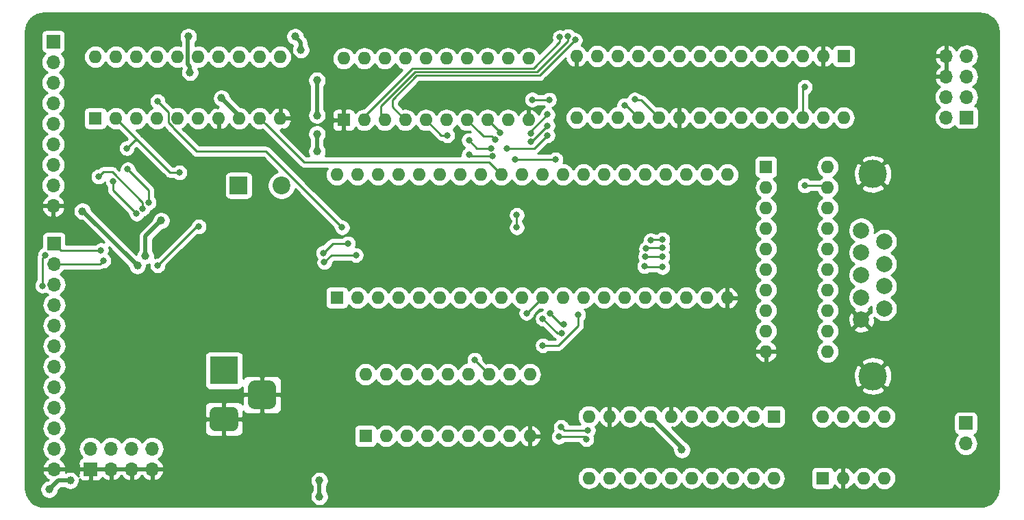
<source format=gbr>
G04 #@! TF.GenerationSoftware,KiCad,Pcbnew,(5.1.4)-1*
G04 #@! TF.CreationDate,2019-10-15T20:24:08+02:00*
G04 #@! TF.ProjectId,byggern,62796767-6572-46e2-9e6b-696361645f70,rev?*
G04 #@! TF.SameCoordinates,Original*
G04 #@! TF.FileFunction,Copper,L2,Bot*
G04 #@! TF.FilePolarity,Positive*
%FSLAX46Y46*%
G04 Gerber Fmt 4.6, Leading zero omitted, Abs format (unit mm)*
G04 Created by KiCad (PCBNEW (5.1.4)-1) date 2019-10-15 20:24:08*
%MOMM*%
%LPD*%
G04 APERTURE LIST*
%ADD10C,3.500000*%
%ADD11C,2.000000*%
%ADD12O,1.700000X1.700000*%
%ADD13R,1.700000X1.700000*%
%ADD14O,1.600000X1.600000*%
%ADD15R,1.600000X1.600000*%
%ADD16C,0.150000*%
%ADD17C,3.000000*%
%ADD18R,3.500000X3.500000*%
%ADD19C,2.200000*%
%ADD20R,2.200000X2.200000*%
%ADD21C,1.000000*%
%ADD22C,0.800000*%
%ADD23C,0.250000*%
%ADD24C,0.500000*%
%ADD25C,0.254000*%
G04 APERTURE END LIST*
D10*
X193240000Y-95200000D03*
X193240000Y-120190000D03*
D11*
X191820000Y-113235000D03*
X194660000Y-111850000D03*
X191820000Y-110465000D03*
X194660000Y-109080000D03*
X191820000Y-107695000D03*
X194660000Y-106310000D03*
X191820000Y-104925000D03*
X194660000Y-103540000D03*
X191820000Y-102155000D03*
D12*
X202300000Y-80580000D03*
X204840000Y-80580000D03*
X202300000Y-83120000D03*
X204840000Y-83120000D03*
X202300000Y-85660000D03*
X204840000Y-85660000D03*
X202300000Y-88200000D03*
D13*
X204840000Y-88200000D03*
D14*
X181000000Y-132800000D03*
X158140000Y-125180000D03*
X178460000Y-132800000D03*
X160680000Y-125180000D03*
X175920000Y-132800000D03*
X163220000Y-125180000D03*
X173380000Y-132800000D03*
X165760000Y-125180000D03*
X170840000Y-132800000D03*
X168300000Y-125180000D03*
X168300000Y-132800000D03*
X170840000Y-125180000D03*
X165760000Y-132800000D03*
X173380000Y-125180000D03*
X163220000Y-132800000D03*
X175920000Y-125180000D03*
X160680000Y-132800000D03*
X178460000Y-125180000D03*
X158140000Y-132800000D03*
D15*
X181000000Y-125180000D03*
D14*
X97140000Y-80680000D03*
X120000000Y-88300000D03*
X99680000Y-80680000D03*
X117460000Y-88300000D03*
X102220000Y-80680000D03*
X114920000Y-88300000D03*
X104760000Y-80680000D03*
X112380000Y-88300000D03*
X107300000Y-80680000D03*
X109840000Y-88300000D03*
X109840000Y-80680000D03*
X107300000Y-88300000D03*
X112380000Y-80680000D03*
X104760000Y-88300000D03*
X114920000Y-80680000D03*
X102220000Y-88300000D03*
X117460000Y-80680000D03*
X99680000Y-88300000D03*
X120000000Y-80680000D03*
D15*
X97140000Y-88300000D03*
D14*
X189640000Y-88220000D03*
X156620000Y-80600000D03*
X187100000Y-88220000D03*
X159160000Y-80600000D03*
X184560000Y-88220000D03*
X161700000Y-80600000D03*
X182020000Y-88220000D03*
X164240000Y-80600000D03*
X179480000Y-88220000D03*
X166780000Y-80600000D03*
X176940000Y-88220000D03*
X169320000Y-80600000D03*
X174400000Y-88220000D03*
X171860000Y-80600000D03*
X171860000Y-88220000D03*
X174400000Y-80600000D03*
X169320000Y-88220000D03*
X176940000Y-80600000D03*
X166780000Y-88220000D03*
X179480000Y-80600000D03*
X164240000Y-88220000D03*
X182020000Y-80600000D03*
X161700000Y-88220000D03*
X184560000Y-80600000D03*
X159160000Y-88220000D03*
X187100000Y-80600000D03*
X156620000Y-88220000D03*
D15*
X189640000Y-80600000D03*
D14*
X187040000Y-125200000D03*
X194660000Y-132820000D03*
X189580000Y-125200000D03*
X192120000Y-132820000D03*
X192120000Y-125200000D03*
X189580000Y-132820000D03*
X194660000Y-125200000D03*
D15*
X187040000Y-132820000D03*
D14*
X127840000Y-80880000D03*
X150700000Y-88500000D03*
X130380000Y-80880000D03*
X148160000Y-88500000D03*
X132920000Y-80880000D03*
X145620000Y-88500000D03*
X135460000Y-80880000D03*
X143080000Y-88500000D03*
X138000000Y-80880000D03*
X140540000Y-88500000D03*
X140540000Y-80880000D03*
X138000000Y-88500000D03*
X143080000Y-80880000D03*
X135460000Y-88500000D03*
X145620000Y-80880000D03*
X132920000Y-88500000D03*
X148160000Y-80880000D03*
X130380000Y-88500000D03*
X150700000Y-80880000D03*
D15*
X127840000Y-88500000D03*
D14*
X130540000Y-119980000D03*
X150860000Y-127600000D03*
X133080000Y-119980000D03*
X148320000Y-127600000D03*
X135620000Y-119980000D03*
X145780000Y-127600000D03*
X138160000Y-119980000D03*
X143240000Y-127600000D03*
X140700000Y-119980000D03*
X140700000Y-127600000D03*
X143240000Y-119980000D03*
X138160000Y-127600000D03*
X145780000Y-119980000D03*
X135620000Y-127600000D03*
X148320000Y-119980000D03*
X133080000Y-127600000D03*
X150860000Y-119980000D03*
D15*
X130540000Y-127600000D03*
D14*
X187660000Y-94300000D03*
X180040000Y-117160000D03*
X187660000Y-96840000D03*
X180040000Y-114620000D03*
X187660000Y-99380000D03*
X180040000Y-112080000D03*
X187660000Y-101920000D03*
X180040000Y-109540000D03*
X187660000Y-104460000D03*
X180040000Y-107000000D03*
X187660000Y-107000000D03*
X180040000Y-104460000D03*
X187660000Y-109540000D03*
X180040000Y-101920000D03*
X187660000Y-112080000D03*
X180040000Y-99380000D03*
X187660000Y-114620000D03*
X180040000Y-96840000D03*
X187660000Y-117160000D03*
D15*
X180040000Y-94300000D03*
D14*
X127000000Y-95250000D03*
X175260000Y-110490000D03*
X129540000Y-95250000D03*
X172720000Y-110490000D03*
X132080000Y-95250000D03*
X170180000Y-110490000D03*
X134620000Y-95250000D03*
X167640000Y-110490000D03*
X137160000Y-95250000D03*
X165100000Y-110490000D03*
X139700000Y-95250000D03*
X162560000Y-110490000D03*
X142240000Y-95250000D03*
X160020000Y-110490000D03*
X144780000Y-95250000D03*
X157480000Y-110490000D03*
X147320000Y-95250000D03*
X154940000Y-110490000D03*
X149860000Y-95250000D03*
X152400000Y-110490000D03*
X152400000Y-95250000D03*
X149860000Y-110490000D03*
X154940000Y-95250000D03*
X147320000Y-110490000D03*
X157480000Y-95250000D03*
X144780000Y-110490000D03*
X160020000Y-95250000D03*
X142240000Y-110490000D03*
X162560000Y-95250000D03*
X139700000Y-110490000D03*
X165100000Y-95250000D03*
X137160000Y-110490000D03*
X167640000Y-95250000D03*
X134620000Y-110490000D03*
X170180000Y-95250000D03*
X132080000Y-110490000D03*
X172720000Y-95250000D03*
X129540000Y-110490000D03*
X175260000Y-95250000D03*
D15*
X127000000Y-110490000D03*
D16*
G36*
X118700765Y-120754213D02*
G01*
X118785704Y-120766813D01*
X118868999Y-120787677D01*
X118949848Y-120816605D01*
X119027472Y-120853319D01*
X119101124Y-120897464D01*
X119170094Y-120948616D01*
X119233718Y-121006282D01*
X119291384Y-121069906D01*
X119342536Y-121138876D01*
X119386681Y-121212528D01*
X119423395Y-121290152D01*
X119452323Y-121371001D01*
X119473187Y-121454296D01*
X119485787Y-121539235D01*
X119490000Y-121625000D01*
X119490000Y-123375000D01*
X119485787Y-123460765D01*
X119473187Y-123545704D01*
X119452323Y-123628999D01*
X119423395Y-123709848D01*
X119386681Y-123787472D01*
X119342536Y-123861124D01*
X119291384Y-123930094D01*
X119233718Y-123993718D01*
X119170094Y-124051384D01*
X119101124Y-124102536D01*
X119027472Y-124146681D01*
X118949848Y-124183395D01*
X118868999Y-124212323D01*
X118785704Y-124233187D01*
X118700765Y-124245787D01*
X118615000Y-124250000D01*
X116865000Y-124250000D01*
X116779235Y-124245787D01*
X116694296Y-124233187D01*
X116611001Y-124212323D01*
X116530152Y-124183395D01*
X116452528Y-124146681D01*
X116378876Y-124102536D01*
X116309906Y-124051384D01*
X116246282Y-123993718D01*
X116188616Y-123930094D01*
X116137464Y-123861124D01*
X116093319Y-123787472D01*
X116056605Y-123709848D01*
X116027677Y-123628999D01*
X116006813Y-123545704D01*
X115994213Y-123460765D01*
X115990000Y-123375000D01*
X115990000Y-121625000D01*
X115994213Y-121539235D01*
X116006813Y-121454296D01*
X116027677Y-121371001D01*
X116056605Y-121290152D01*
X116093319Y-121212528D01*
X116137464Y-121138876D01*
X116188616Y-121069906D01*
X116246282Y-121006282D01*
X116309906Y-120948616D01*
X116378876Y-120897464D01*
X116452528Y-120853319D01*
X116530152Y-120816605D01*
X116611001Y-120787677D01*
X116694296Y-120766813D01*
X116779235Y-120754213D01*
X116865000Y-120750000D01*
X118615000Y-120750000D01*
X118700765Y-120754213D01*
X118700765Y-120754213D01*
G37*
D10*
X117740000Y-122500000D03*
D16*
G36*
X114113513Y-124003611D02*
G01*
X114186318Y-124014411D01*
X114257714Y-124032295D01*
X114327013Y-124057090D01*
X114393548Y-124088559D01*
X114456678Y-124126398D01*
X114515795Y-124170242D01*
X114570330Y-124219670D01*
X114619758Y-124274205D01*
X114663602Y-124333322D01*
X114701441Y-124396452D01*
X114732910Y-124462987D01*
X114757705Y-124532286D01*
X114775589Y-124603682D01*
X114786389Y-124676487D01*
X114790000Y-124750000D01*
X114790000Y-126250000D01*
X114786389Y-126323513D01*
X114775589Y-126396318D01*
X114757705Y-126467714D01*
X114732910Y-126537013D01*
X114701441Y-126603548D01*
X114663602Y-126666678D01*
X114619758Y-126725795D01*
X114570330Y-126780330D01*
X114515795Y-126829758D01*
X114456678Y-126873602D01*
X114393548Y-126911441D01*
X114327013Y-126942910D01*
X114257714Y-126967705D01*
X114186318Y-126985589D01*
X114113513Y-126996389D01*
X114040000Y-127000000D01*
X112040000Y-127000000D01*
X111966487Y-126996389D01*
X111893682Y-126985589D01*
X111822286Y-126967705D01*
X111752987Y-126942910D01*
X111686452Y-126911441D01*
X111623322Y-126873602D01*
X111564205Y-126829758D01*
X111509670Y-126780330D01*
X111460242Y-126725795D01*
X111416398Y-126666678D01*
X111378559Y-126603548D01*
X111347090Y-126537013D01*
X111322295Y-126467714D01*
X111304411Y-126396318D01*
X111293611Y-126323513D01*
X111290000Y-126250000D01*
X111290000Y-124750000D01*
X111293611Y-124676487D01*
X111304411Y-124603682D01*
X111322295Y-124532286D01*
X111347090Y-124462987D01*
X111378559Y-124396452D01*
X111416398Y-124333322D01*
X111460242Y-124274205D01*
X111509670Y-124219670D01*
X111564205Y-124170242D01*
X111623322Y-124126398D01*
X111686452Y-124088559D01*
X111752987Y-124057090D01*
X111822286Y-124032295D01*
X111893682Y-124014411D01*
X111966487Y-124003611D01*
X112040000Y-124000000D01*
X114040000Y-124000000D01*
X114113513Y-124003611D01*
X114113513Y-124003611D01*
G37*
D17*
X113040000Y-125500000D03*
D18*
X113040000Y-119500000D03*
D19*
X120140000Y-96600000D03*
D20*
X114840000Y-96600000D03*
D12*
X91940000Y-99120000D03*
X91940000Y-96580000D03*
X91940000Y-94040000D03*
X91940000Y-91500000D03*
X91940000Y-88960000D03*
X91940000Y-86420000D03*
X91940000Y-83880000D03*
X91940000Y-81340000D03*
D13*
X91940000Y-78800000D03*
D12*
X204740000Y-128540000D03*
D13*
X204740000Y-126000000D03*
D12*
X92040000Y-131700000D03*
X92040000Y-129160000D03*
X92040000Y-126620000D03*
X92040000Y-124080000D03*
X92040000Y-121540000D03*
X92040000Y-119000000D03*
X92040000Y-116460000D03*
X92040000Y-113920000D03*
X92040000Y-111380000D03*
X92040000Y-108840000D03*
X92040000Y-106300000D03*
D13*
X92040000Y-103760000D03*
D12*
X104160000Y-129160000D03*
X104160000Y-131700000D03*
X101620000Y-129160000D03*
X101620000Y-131700000D03*
X99080000Y-129160000D03*
X99080000Y-131700000D03*
X96540000Y-129160000D03*
D13*
X96540000Y-131700000D03*
D21*
X100740000Y-77900000D03*
X188340000Y-91000000D03*
X104940000Y-97900000D03*
X111440000Y-106800000D03*
X126140000Y-116700000D03*
X119040000Y-132600000D03*
X123740000Y-78100000D03*
X153640000Y-129500000D03*
X126440000Y-128400000D03*
X167840000Y-119200000D03*
X176440000Y-119500000D03*
D17*
X103340000Y-109300000D03*
D21*
X128540000Y-96800000D03*
X201740000Y-131100000D03*
X184240000Y-124800000D03*
D22*
X104840000Y-106500000D03*
X109920000Y-101680000D03*
D21*
X102340000Y-106525001D03*
X95540000Y-99800000D03*
X94040000Y-133100000D03*
X91440000Y-134200000D03*
X124840000Y-135100000D03*
X124840000Y-133100000D03*
X169640000Y-129300000D03*
X124540000Y-92400000D03*
X124540000Y-90224923D03*
X124540000Y-87926799D03*
X124540000Y-83576739D03*
X122540000Y-79825000D03*
X121840000Y-78175000D03*
X112740000Y-85800000D03*
X108840000Y-82600000D03*
X108640000Y-78175000D03*
X103340000Y-105325000D03*
X105289269Y-100950731D03*
D22*
X163804846Y-85964846D03*
X153240000Y-85999992D03*
X151139977Y-85985400D03*
X162550001Y-86689846D03*
X147142653Y-90102653D03*
X153040008Y-87820055D03*
X150945490Y-90176364D03*
X146557916Y-90913878D03*
X153040000Y-89199998D03*
X150939730Y-91176360D03*
X146040000Y-92000000D03*
X143315000Y-91000000D03*
X153040000Y-90400000D03*
X148040002Y-92000000D03*
X154040000Y-93400000D03*
X149040000Y-93400000D03*
X146240000Y-93000000D03*
X143315000Y-92800000D03*
X140640000Y-90400000D03*
X156439994Y-78600000D03*
X155552862Y-78138464D03*
X154558959Y-78248826D03*
X167240000Y-103300000D03*
X165789999Y-103400000D03*
X152440000Y-116400000D03*
X156840004Y-112600000D03*
X125440000Y-106100000D03*
X98140000Y-105900000D03*
X129352653Y-105225010D03*
X167237395Y-106700000D03*
X165040000Y-106600000D03*
X128352653Y-103787347D03*
X97840000Y-104600000D03*
X167240000Y-105400000D03*
X165140000Y-105400000D03*
X125313328Y-104948009D03*
X97540000Y-95500000D03*
X103008223Y-99459814D03*
X99340000Y-96100000D03*
X102240000Y-100100000D03*
X101140000Y-94600000D03*
X103740000Y-98700000D03*
X90599365Y-109004644D03*
X90965010Y-105200000D03*
X144017347Y-118177347D03*
X153337347Y-112397347D03*
X155040000Y-113800000D03*
X150440000Y-112400000D03*
X152440000Y-113100000D03*
X154815021Y-114900000D03*
X167240000Y-104300000D03*
X165240000Y-104400000D03*
X107540000Y-95000000D03*
X101040000Y-92000000D03*
X154440000Y-127700000D03*
X157840000Y-128000000D03*
X158039996Y-126900000D03*
X154714990Y-126499998D03*
X104840000Y-86200000D03*
X127640000Y-101800000D03*
X149240000Y-101800000D03*
X149240000Y-100252146D03*
X184840000Y-96600000D03*
X184840000Y-84425053D03*
D23*
X169855000Y-88415000D02*
X169545000Y-88415000D01*
X109660000Y-101680000D02*
X109920000Y-101680000D01*
X104840000Y-106500000D02*
X109660000Y-101680000D01*
D24*
X102340000Y-106525001D02*
X95614999Y-99800000D01*
X95614999Y-99800000D02*
X95540000Y-99800000D01*
X124840000Y-135100000D02*
X124840000Y-133100000D01*
X165760000Y-125180000D02*
X169640000Y-129060000D01*
X169640000Y-129060000D02*
X169640000Y-129300000D01*
X124540000Y-92400000D02*
X124540000Y-90224923D01*
X124540000Y-87926799D02*
X124540000Y-83576739D01*
X122540000Y-79825000D02*
X122540000Y-78875000D01*
X122540000Y-78875000D02*
X121840000Y-78175000D01*
X94040000Y-133100000D02*
X92540000Y-133100000D01*
X92540000Y-133100000D02*
X91440000Y-134200000D01*
X114920000Y-88300000D02*
X114920000Y-87980000D01*
X114920000Y-87980000D02*
X112740000Y-85800000D01*
X108589999Y-78225001D02*
X108640000Y-78175000D01*
X108589999Y-81642893D02*
X108589999Y-78225001D01*
X108840000Y-82600000D02*
X108840000Y-81892894D01*
X108840000Y-81892894D02*
X108589999Y-81642893D01*
X103340000Y-105325000D02*
X103340000Y-102900000D01*
X103340000Y-102900000D02*
X105289269Y-100950731D01*
D23*
X118313199Y-89103199D02*
X117475000Y-88265000D01*
X122910000Y-93700000D02*
X118313199Y-89103199D01*
X147320000Y-95250000D02*
X145770000Y-93700000D01*
X145770000Y-93700000D02*
X122910000Y-93700000D01*
X166326001Y-87736001D02*
X167005000Y-88415000D01*
X164639990Y-86049990D02*
X166326001Y-87736001D01*
X164639990Y-86049990D02*
X163889990Y-86049990D01*
X163889990Y-86049990D02*
X163804846Y-85964846D01*
X153225408Y-85985400D02*
X153240000Y-85999992D01*
X151139977Y-85985400D02*
X153225408Y-85985400D01*
X162550001Y-86500001D02*
X164465000Y-88415000D01*
X162550001Y-86500001D02*
X162550001Y-86689846D01*
X147142653Y-90022653D02*
X145620000Y-88500000D01*
X147142653Y-90102653D02*
X147142653Y-90022653D01*
X153040008Y-87820055D02*
X150945490Y-89914573D01*
X150945490Y-89914573D02*
X150945490Y-90176364D01*
X142875000Y-88265000D02*
X144709978Y-90099978D01*
X145123879Y-90513879D02*
X144709978Y-90099978D01*
X146157917Y-90513879D02*
X145123879Y-90513879D01*
X146557916Y-90913878D02*
X146157917Y-90513879D01*
X151063638Y-91176360D02*
X150939730Y-91176360D01*
X153040000Y-89199998D02*
X151063638Y-91176360D01*
X140335000Y-88265000D02*
X140405000Y-88265000D01*
X158480002Y-88415000D02*
X159385000Y-88415000D01*
X146040000Y-92000000D02*
X144315000Y-92000000D01*
X144315000Y-92000000D02*
X143315000Y-91000000D01*
X148605687Y-92000000D02*
X148040002Y-92000000D01*
X151440000Y-92000000D02*
X148605687Y-92000000D01*
X153040000Y-90400000D02*
X151440000Y-92000000D01*
X154040000Y-93400000D02*
X149040000Y-93400000D01*
X146240000Y-93000000D02*
X143515000Y-93000000D01*
X143515000Y-93000000D02*
X143315000Y-92800000D01*
X139900000Y-90400000D02*
X138000000Y-88500000D01*
X140640000Y-90400000D02*
X139900000Y-90400000D01*
X156039995Y-78999999D02*
X156439994Y-78600000D01*
X152039994Y-83000000D02*
X156039995Y-78999999D01*
X136840000Y-83000000D02*
X152039994Y-83000000D01*
X133840000Y-86000000D02*
X136840000Y-83000000D01*
X135255000Y-88265000D02*
X133840000Y-86850000D01*
X133840000Y-86850000D02*
X133840000Y-86000000D01*
X155552862Y-78704149D02*
X155552862Y-78138464D01*
X151707022Y-82549989D02*
X155552862Y-78704149D01*
X136653600Y-82549989D02*
X151707022Y-82549989D01*
X132440000Y-86763589D02*
X136653600Y-82549989D01*
X132715000Y-88265000D02*
X132440000Y-87990000D01*
X132440000Y-87990000D02*
X132440000Y-86763589D01*
X154558959Y-78814511D02*
X154558959Y-78248826D01*
X151273492Y-82099978D02*
X154558959Y-78814511D01*
X136340022Y-82099978D02*
X151273492Y-82099978D01*
X130175000Y-88265000D02*
X136340022Y-82099978D01*
X167240000Y-103300000D02*
X165889999Y-103300000D01*
X165889999Y-103300000D02*
X165789999Y-103400000D01*
X156840004Y-113948019D02*
X156840004Y-113165685D01*
X154388023Y-116400000D02*
X156840004Y-113948019D01*
X152440000Y-116400000D02*
X154388023Y-116400000D01*
X156840004Y-113165685D02*
X156840004Y-112600000D01*
X97740000Y-106300000D02*
X92040000Y-106300000D01*
X98140000Y-105900000D02*
X97740000Y-106300000D01*
X128786968Y-105225010D02*
X129352653Y-105225010D01*
X125440000Y-106100000D02*
X126314990Y-105225010D01*
X126314990Y-105225010D02*
X128786968Y-105225010D01*
X167237395Y-106700000D02*
X165140000Y-106700000D01*
X165140000Y-106700000D02*
X165040000Y-106600000D01*
X92880000Y-104600000D02*
X92040000Y-103760000D01*
X97840000Y-104600000D02*
X92880000Y-104600000D01*
X167240000Y-105400000D02*
X165140000Y-105400000D01*
X125713327Y-104548010D02*
X125313328Y-104948009D01*
X126473990Y-103787347D02*
X125713327Y-104548010D01*
X128352653Y-103787347D02*
X126473990Y-103787347D01*
X98140000Y-94900000D02*
X99213002Y-94900000D01*
X99213002Y-94900000D02*
X103008223Y-98695221D01*
X103008223Y-98695221D02*
X103008223Y-99459814D01*
X97540000Y-95500000D02*
X98140000Y-94900000D01*
X101840001Y-99700001D02*
X102240000Y-100100000D01*
X99340000Y-97200000D02*
X101840001Y-99700001D01*
X99340000Y-96100000D02*
X99340000Y-97200000D01*
X101140000Y-94600000D02*
X103740000Y-97200000D01*
X103740000Y-97200000D02*
X103740000Y-98700000D01*
X167440000Y-110290000D02*
X167640000Y-110490000D01*
X90599365Y-109004644D02*
X90599365Y-105565645D01*
X90599365Y-105565645D02*
X90965010Y-105200000D01*
X145780000Y-119980000D02*
X144017347Y-118217347D01*
X144017347Y-118217347D02*
X144017347Y-118177347D01*
X153337347Y-112397347D02*
X154740000Y-113800000D01*
X154740000Y-113800000D02*
X155040000Y-113800000D01*
X152400000Y-110490000D02*
X150490000Y-112400000D01*
X150490000Y-112400000D02*
X150440000Y-112400000D01*
X154240000Y-114900000D02*
X154815021Y-114900000D01*
X152440000Y-113100000D02*
X154240000Y-114900000D01*
X167240000Y-104300000D02*
X165340000Y-104300000D01*
X165340000Y-104300000D02*
X165240000Y-104400000D01*
X107540000Y-95000000D02*
X106380000Y-95000000D01*
X102010000Y-91030000D02*
X101040000Y-92000000D01*
X102410000Y-91030000D02*
X102010000Y-91030000D01*
X102410000Y-91030000D02*
X99680000Y-88300000D01*
X106380000Y-95000000D02*
X102410000Y-91030000D01*
X154440000Y-127700000D02*
X157540000Y-127700000D01*
X157540000Y-127700000D02*
X157840000Y-128000000D01*
X155114992Y-126900000D02*
X155114989Y-126899997D01*
X155114989Y-126899997D02*
X154714990Y-126499998D01*
X158039996Y-126900000D02*
X155114992Y-126900000D01*
X166935000Y-80495000D02*
X167005000Y-80495000D01*
X149240000Y-101800000D02*
X149240000Y-100252146D01*
X118240000Y-92400000D02*
X127640000Y-101800000D01*
X106174999Y-87534999D02*
X106174999Y-88840001D01*
X104840000Y-86200000D02*
X106174999Y-87534999D01*
X106174999Y-88840001D02*
X106759999Y-89425001D01*
X106759999Y-89425001D02*
X106759999Y-89519999D01*
X106759999Y-89519999D02*
X109640000Y-92400000D01*
X109640000Y-92400000D02*
X118240000Y-92400000D01*
X187420000Y-96600000D02*
X187660000Y-96840000D01*
X184840000Y-96600000D02*
X187420000Y-96600000D01*
X184560000Y-88220000D02*
X184560000Y-84705053D01*
X184560000Y-84705053D02*
X184840000Y-84425053D01*
D25*
G36*
X206893893Y-75307670D02*
G01*
X207330498Y-75439489D01*
X207733185Y-75653600D01*
X208086612Y-75941848D01*
X208377327Y-76293261D01*
X208594242Y-76694439D01*
X208729106Y-77130113D01*
X208780001Y-77614353D01*
X208780000Y-133967721D01*
X208732330Y-134453894D01*
X208600512Y-134890497D01*
X208386399Y-135293186D01*
X208098150Y-135646613D01*
X207746739Y-135937327D01*
X207345564Y-136154240D01*
X206909886Y-136289106D01*
X206425664Y-136340000D01*
X90872279Y-136340000D01*
X90386106Y-136292330D01*
X89949503Y-136160512D01*
X89546814Y-135946399D01*
X89193387Y-135658150D01*
X88902673Y-135306739D01*
X88685760Y-134905564D01*
X88550894Y-134469886D01*
X88510779Y-134088212D01*
X90305000Y-134088212D01*
X90305000Y-134311788D01*
X90348617Y-134531067D01*
X90434176Y-134737624D01*
X90558388Y-134923520D01*
X90716480Y-135081612D01*
X90902376Y-135205824D01*
X91108933Y-135291383D01*
X91328212Y-135335000D01*
X91551788Y-135335000D01*
X91771067Y-135291383D01*
X91977624Y-135205824D01*
X92163520Y-135081612D01*
X92321612Y-134923520D01*
X92445824Y-134737624D01*
X92531383Y-134531067D01*
X92573811Y-134317768D01*
X92906579Y-133985000D01*
X93321550Y-133985000D01*
X93502376Y-134105824D01*
X93708933Y-134191383D01*
X93928212Y-134235000D01*
X94151788Y-134235000D01*
X94371067Y-134191383D01*
X94577624Y-134105824D01*
X94763520Y-133981612D01*
X94921612Y-133823520D01*
X95045824Y-133637624D01*
X95131383Y-133431067D01*
X95175000Y-133211788D01*
X95175000Y-132988212D01*
X95157686Y-132901170D01*
X95159463Y-132904494D01*
X95238815Y-133001185D01*
X95335506Y-133080537D01*
X95445820Y-133139502D01*
X95565518Y-133175812D01*
X95690000Y-133188072D01*
X96254250Y-133185000D01*
X96413000Y-133026250D01*
X96413000Y-131827000D01*
X96667000Y-131827000D01*
X96667000Y-133026250D01*
X96825750Y-133185000D01*
X97390000Y-133188072D01*
X97514482Y-133175812D01*
X97634180Y-133139502D01*
X97744494Y-133080537D01*
X97841185Y-133001185D01*
X97920537Y-132904494D01*
X97979502Y-132794180D01*
X98003966Y-132713534D01*
X98079731Y-132797588D01*
X98313080Y-132971641D01*
X98575901Y-133096825D01*
X98723110Y-133141476D01*
X98953000Y-133020155D01*
X98953000Y-131827000D01*
X99207000Y-131827000D01*
X99207000Y-133020155D01*
X99436890Y-133141476D01*
X99584099Y-133096825D01*
X99846920Y-132971641D01*
X100080269Y-132797588D01*
X100275178Y-132581355D01*
X100350000Y-132455745D01*
X100424822Y-132581355D01*
X100619731Y-132797588D01*
X100853080Y-132971641D01*
X101115901Y-133096825D01*
X101263110Y-133141476D01*
X101493000Y-133020155D01*
X101493000Y-131827000D01*
X101747000Y-131827000D01*
X101747000Y-133020155D01*
X101976890Y-133141476D01*
X102124099Y-133096825D01*
X102386920Y-132971641D01*
X102620269Y-132797588D01*
X102815178Y-132581355D01*
X102890000Y-132455745D01*
X102964822Y-132581355D01*
X103159731Y-132797588D01*
X103393080Y-132971641D01*
X103655901Y-133096825D01*
X103803110Y-133141476D01*
X104033000Y-133020155D01*
X104033000Y-131827000D01*
X104287000Y-131827000D01*
X104287000Y-133020155D01*
X104516890Y-133141476D01*
X104664099Y-133096825D01*
X104892129Y-132988212D01*
X123705000Y-132988212D01*
X123705000Y-133211788D01*
X123748617Y-133431067D01*
X123834176Y-133637624D01*
X123955001Y-133818450D01*
X123955000Y-134381550D01*
X123834176Y-134562376D01*
X123748617Y-134768933D01*
X123705000Y-134988212D01*
X123705000Y-135211788D01*
X123748617Y-135431067D01*
X123834176Y-135637624D01*
X123958388Y-135823520D01*
X124116480Y-135981612D01*
X124302376Y-136105824D01*
X124508933Y-136191383D01*
X124728212Y-136235000D01*
X124951788Y-136235000D01*
X125171067Y-136191383D01*
X125377624Y-136105824D01*
X125563520Y-135981612D01*
X125721612Y-135823520D01*
X125845824Y-135637624D01*
X125931383Y-135431067D01*
X125975000Y-135211788D01*
X125975000Y-134988212D01*
X125931383Y-134768933D01*
X125845824Y-134562376D01*
X125725000Y-134381550D01*
X125725000Y-133818450D01*
X125845824Y-133637624D01*
X125931383Y-133431067D01*
X125975000Y-133211788D01*
X125975000Y-132988212D01*
X125937563Y-132800000D01*
X156698057Y-132800000D01*
X156725764Y-133081309D01*
X156807818Y-133351808D01*
X156941068Y-133601101D01*
X157120392Y-133819608D01*
X157338899Y-133998932D01*
X157588192Y-134132182D01*
X157858691Y-134214236D01*
X158069508Y-134235000D01*
X158210492Y-134235000D01*
X158421309Y-134214236D01*
X158691808Y-134132182D01*
X158941101Y-133998932D01*
X159159608Y-133819608D01*
X159338932Y-133601101D01*
X159410000Y-133468142D01*
X159481068Y-133601101D01*
X159660392Y-133819608D01*
X159878899Y-133998932D01*
X160128192Y-134132182D01*
X160398691Y-134214236D01*
X160609508Y-134235000D01*
X160750492Y-134235000D01*
X160961309Y-134214236D01*
X161231808Y-134132182D01*
X161481101Y-133998932D01*
X161699608Y-133819608D01*
X161878932Y-133601101D01*
X161950000Y-133468142D01*
X162021068Y-133601101D01*
X162200392Y-133819608D01*
X162418899Y-133998932D01*
X162668192Y-134132182D01*
X162938691Y-134214236D01*
X163149508Y-134235000D01*
X163290492Y-134235000D01*
X163501309Y-134214236D01*
X163771808Y-134132182D01*
X164021101Y-133998932D01*
X164239608Y-133819608D01*
X164418932Y-133601101D01*
X164490000Y-133468142D01*
X164561068Y-133601101D01*
X164740392Y-133819608D01*
X164958899Y-133998932D01*
X165208192Y-134132182D01*
X165478691Y-134214236D01*
X165689508Y-134235000D01*
X165830492Y-134235000D01*
X166041309Y-134214236D01*
X166311808Y-134132182D01*
X166561101Y-133998932D01*
X166779608Y-133819608D01*
X166958932Y-133601101D01*
X167030000Y-133468142D01*
X167101068Y-133601101D01*
X167280392Y-133819608D01*
X167498899Y-133998932D01*
X167748192Y-134132182D01*
X168018691Y-134214236D01*
X168229508Y-134235000D01*
X168370492Y-134235000D01*
X168581309Y-134214236D01*
X168851808Y-134132182D01*
X169101101Y-133998932D01*
X169319608Y-133819608D01*
X169498932Y-133601101D01*
X169570000Y-133468142D01*
X169641068Y-133601101D01*
X169820392Y-133819608D01*
X170038899Y-133998932D01*
X170288192Y-134132182D01*
X170558691Y-134214236D01*
X170769508Y-134235000D01*
X170910492Y-134235000D01*
X171121309Y-134214236D01*
X171391808Y-134132182D01*
X171641101Y-133998932D01*
X171859608Y-133819608D01*
X172038932Y-133601101D01*
X172110000Y-133468142D01*
X172181068Y-133601101D01*
X172360392Y-133819608D01*
X172578899Y-133998932D01*
X172828192Y-134132182D01*
X173098691Y-134214236D01*
X173309508Y-134235000D01*
X173450492Y-134235000D01*
X173661309Y-134214236D01*
X173931808Y-134132182D01*
X174181101Y-133998932D01*
X174399608Y-133819608D01*
X174578932Y-133601101D01*
X174650000Y-133468142D01*
X174721068Y-133601101D01*
X174900392Y-133819608D01*
X175118899Y-133998932D01*
X175368192Y-134132182D01*
X175638691Y-134214236D01*
X175849508Y-134235000D01*
X175990492Y-134235000D01*
X176201309Y-134214236D01*
X176471808Y-134132182D01*
X176721101Y-133998932D01*
X176939608Y-133819608D01*
X177118932Y-133601101D01*
X177190000Y-133468142D01*
X177261068Y-133601101D01*
X177440392Y-133819608D01*
X177658899Y-133998932D01*
X177908192Y-134132182D01*
X178178691Y-134214236D01*
X178389508Y-134235000D01*
X178530492Y-134235000D01*
X178741309Y-134214236D01*
X179011808Y-134132182D01*
X179261101Y-133998932D01*
X179479608Y-133819608D01*
X179658932Y-133601101D01*
X179730000Y-133468142D01*
X179801068Y-133601101D01*
X179980392Y-133819608D01*
X180198899Y-133998932D01*
X180448192Y-134132182D01*
X180718691Y-134214236D01*
X180929508Y-134235000D01*
X181070492Y-134235000D01*
X181281309Y-134214236D01*
X181551808Y-134132182D01*
X181801101Y-133998932D01*
X182019608Y-133819608D01*
X182198932Y-133601101D01*
X182332182Y-133351808D01*
X182414236Y-133081309D01*
X182441943Y-132800000D01*
X182414236Y-132518691D01*
X182332182Y-132248192D01*
X182210211Y-132020000D01*
X185601928Y-132020000D01*
X185601928Y-133620000D01*
X185614188Y-133744482D01*
X185650498Y-133864180D01*
X185709463Y-133974494D01*
X185788815Y-134071185D01*
X185885506Y-134150537D01*
X185995820Y-134209502D01*
X186115518Y-134245812D01*
X186240000Y-134258072D01*
X187840000Y-134258072D01*
X187964482Y-134245812D01*
X188084180Y-134209502D01*
X188194494Y-134150537D01*
X188291185Y-134071185D01*
X188370537Y-133974494D01*
X188429502Y-133864180D01*
X188465812Y-133744482D01*
X188468231Y-133719920D01*
X188616586Y-133883519D01*
X188842580Y-134051037D01*
X189096913Y-134171246D01*
X189230961Y-134211904D01*
X189453000Y-134089915D01*
X189453000Y-132947000D01*
X189433000Y-132947000D01*
X189433000Y-132693000D01*
X189453000Y-132693000D01*
X189453000Y-131550085D01*
X189707000Y-131550085D01*
X189707000Y-132693000D01*
X189727000Y-132693000D01*
X189727000Y-132947000D01*
X189707000Y-132947000D01*
X189707000Y-134089915D01*
X189929039Y-134211904D01*
X190063087Y-134171246D01*
X190317420Y-134051037D01*
X190543414Y-133883519D01*
X190732385Y-133675131D01*
X190847421Y-133483318D01*
X190921068Y-133621101D01*
X191100392Y-133839608D01*
X191318899Y-134018932D01*
X191568192Y-134152182D01*
X191838691Y-134234236D01*
X192049508Y-134255000D01*
X192190492Y-134255000D01*
X192401309Y-134234236D01*
X192671808Y-134152182D01*
X192921101Y-134018932D01*
X193139608Y-133839608D01*
X193318932Y-133621101D01*
X193390000Y-133488142D01*
X193461068Y-133621101D01*
X193640392Y-133839608D01*
X193858899Y-134018932D01*
X194108192Y-134152182D01*
X194378691Y-134234236D01*
X194589508Y-134255000D01*
X194730492Y-134255000D01*
X194941309Y-134234236D01*
X195211808Y-134152182D01*
X195461101Y-134018932D01*
X195679608Y-133839608D01*
X195858932Y-133621101D01*
X195992182Y-133371808D01*
X196074236Y-133101309D01*
X196101943Y-132820000D01*
X196074236Y-132538691D01*
X195992182Y-132268192D01*
X195858932Y-132018899D01*
X195679608Y-131800392D01*
X195461101Y-131621068D01*
X195211808Y-131487818D01*
X194941309Y-131405764D01*
X194730492Y-131385000D01*
X194589508Y-131385000D01*
X194378691Y-131405764D01*
X194108192Y-131487818D01*
X193858899Y-131621068D01*
X193640392Y-131800392D01*
X193461068Y-132018899D01*
X193390000Y-132151858D01*
X193318932Y-132018899D01*
X193139608Y-131800392D01*
X192921101Y-131621068D01*
X192671808Y-131487818D01*
X192401309Y-131405764D01*
X192190492Y-131385000D01*
X192049508Y-131385000D01*
X191838691Y-131405764D01*
X191568192Y-131487818D01*
X191318899Y-131621068D01*
X191100392Y-131800392D01*
X190921068Y-132018899D01*
X190847421Y-132156682D01*
X190732385Y-131964869D01*
X190543414Y-131756481D01*
X190317420Y-131588963D01*
X190063087Y-131468754D01*
X189929039Y-131428096D01*
X189707000Y-131550085D01*
X189453000Y-131550085D01*
X189230961Y-131428096D01*
X189096913Y-131468754D01*
X188842580Y-131588963D01*
X188616586Y-131756481D01*
X188468231Y-131920080D01*
X188465812Y-131895518D01*
X188429502Y-131775820D01*
X188370537Y-131665506D01*
X188291185Y-131568815D01*
X188194494Y-131489463D01*
X188084180Y-131430498D01*
X187964482Y-131394188D01*
X187840000Y-131381928D01*
X186240000Y-131381928D01*
X186115518Y-131394188D01*
X185995820Y-131430498D01*
X185885506Y-131489463D01*
X185788815Y-131568815D01*
X185709463Y-131665506D01*
X185650498Y-131775820D01*
X185614188Y-131895518D01*
X185601928Y-132020000D01*
X182210211Y-132020000D01*
X182198932Y-131998899D01*
X182019608Y-131780392D01*
X181801101Y-131601068D01*
X181551808Y-131467818D01*
X181281309Y-131385764D01*
X181070492Y-131365000D01*
X180929508Y-131365000D01*
X180718691Y-131385764D01*
X180448192Y-131467818D01*
X180198899Y-131601068D01*
X179980392Y-131780392D01*
X179801068Y-131998899D01*
X179730000Y-132131858D01*
X179658932Y-131998899D01*
X179479608Y-131780392D01*
X179261101Y-131601068D01*
X179011808Y-131467818D01*
X178741309Y-131385764D01*
X178530492Y-131365000D01*
X178389508Y-131365000D01*
X178178691Y-131385764D01*
X177908192Y-131467818D01*
X177658899Y-131601068D01*
X177440392Y-131780392D01*
X177261068Y-131998899D01*
X177190000Y-132131858D01*
X177118932Y-131998899D01*
X176939608Y-131780392D01*
X176721101Y-131601068D01*
X176471808Y-131467818D01*
X176201309Y-131385764D01*
X175990492Y-131365000D01*
X175849508Y-131365000D01*
X175638691Y-131385764D01*
X175368192Y-131467818D01*
X175118899Y-131601068D01*
X174900392Y-131780392D01*
X174721068Y-131998899D01*
X174650000Y-132131858D01*
X174578932Y-131998899D01*
X174399608Y-131780392D01*
X174181101Y-131601068D01*
X173931808Y-131467818D01*
X173661309Y-131385764D01*
X173450492Y-131365000D01*
X173309508Y-131365000D01*
X173098691Y-131385764D01*
X172828192Y-131467818D01*
X172578899Y-131601068D01*
X172360392Y-131780392D01*
X172181068Y-131998899D01*
X172110000Y-132131858D01*
X172038932Y-131998899D01*
X171859608Y-131780392D01*
X171641101Y-131601068D01*
X171391808Y-131467818D01*
X171121309Y-131385764D01*
X170910492Y-131365000D01*
X170769508Y-131365000D01*
X170558691Y-131385764D01*
X170288192Y-131467818D01*
X170038899Y-131601068D01*
X169820392Y-131780392D01*
X169641068Y-131998899D01*
X169570000Y-132131858D01*
X169498932Y-131998899D01*
X169319608Y-131780392D01*
X169101101Y-131601068D01*
X168851808Y-131467818D01*
X168581309Y-131385764D01*
X168370492Y-131365000D01*
X168229508Y-131365000D01*
X168018691Y-131385764D01*
X167748192Y-131467818D01*
X167498899Y-131601068D01*
X167280392Y-131780392D01*
X167101068Y-131998899D01*
X167030000Y-132131858D01*
X166958932Y-131998899D01*
X166779608Y-131780392D01*
X166561101Y-131601068D01*
X166311808Y-131467818D01*
X166041309Y-131385764D01*
X165830492Y-131365000D01*
X165689508Y-131365000D01*
X165478691Y-131385764D01*
X165208192Y-131467818D01*
X164958899Y-131601068D01*
X164740392Y-131780392D01*
X164561068Y-131998899D01*
X164490000Y-132131858D01*
X164418932Y-131998899D01*
X164239608Y-131780392D01*
X164021101Y-131601068D01*
X163771808Y-131467818D01*
X163501309Y-131385764D01*
X163290492Y-131365000D01*
X163149508Y-131365000D01*
X162938691Y-131385764D01*
X162668192Y-131467818D01*
X162418899Y-131601068D01*
X162200392Y-131780392D01*
X162021068Y-131998899D01*
X161950000Y-132131858D01*
X161878932Y-131998899D01*
X161699608Y-131780392D01*
X161481101Y-131601068D01*
X161231808Y-131467818D01*
X160961309Y-131385764D01*
X160750492Y-131365000D01*
X160609508Y-131365000D01*
X160398691Y-131385764D01*
X160128192Y-131467818D01*
X159878899Y-131601068D01*
X159660392Y-131780392D01*
X159481068Y-131998899D01*
X159410000Y-132131858D01*
X159338932Y-131998899D01*
X159159608Y-131780392D01*
X158941101Y-131601068D01*
X158691808Y-131467818D01*
X158421309Y-131385764D01*
X158210492Y-131365000D01*
X158069508Y-131365000D01*
X157858691Y-131385764D01*
X157588192Y-131467818D01*
X157338899Y-131601068D01*
X157120392Y-131780392D01*
X156941068Y-131998899D01*
X156807818Y-132248192D01*
X156725764Y-132518691D01*
X156698057Y-132800000D01*
X125937563Y-132800000D01*
X125931383Y-132768933D01*
X125845824Y-132562376D01*
X125721612Y-132376480D01*
X125563520Y-132218388D01*
X125377624Y-132094176D01*
X125171067Y-132008617D01*
X124951788Y-131965000D01*
X124728212Y-131965000D01*
X124508933Y-132008617D01*
X124302376Y-132094176D01*
X124116480Y-132218388D01*
X123958388Y-132376480D01*
X123834176Y-132562376D01*
X123748617Y-132768933D01*
X123705000Y-132988212D01*
X104892129Y-132988212D01*
X104926920Y-132971641D01*
X105160269Y-132797588D01*
X105355178Y-132581355D01*
X105504157Y-132331252D01*
X105601481Y-132056891D01*
X105480814Y-131827000D01*
X104287000Y-131827000D01*
X104033000Y-131827000D01*
X101747000Y-131827000D01*
X101493000Y-131827000D01*
X99207000Y-131827000D01*
X98953000Y-131827000D01*
X96667000Y-131827000D01*
X96413000Y-131827000D01*
X95213750Y-131827000D01*
X95055000Y-131985750D01*
X95051928Y-132550000D01*
X95055431Y-132585570D01*
X95045824Y-132562376D01*
X94921612Y-132376480D01*
X94763520Y-132218388D01*
X94577624Y-132094176D01*
X94371067Y-132008617D01*
X94151788Y-131965000D01*
X93928212Y-131965000D01*
X93708933Y-132008617D01*
X93502376Y-132094176D01*
X93461979Y-132121168D01*
X93481476Y-132056890D01*
X93360155Y-131827000D01*
X92167000Y-131827000D01*
X92167000Y-131847000D01*
X91913000Y-131847000D01*
X91913000Y-131827000D01*
X90719845Y-131827000D01*
X90598524Y-132056890D01*
X90643175Y-132204099D01*
X90768359Y-132466920D01*
X90942412Y-132700269D01*
X91158645Y-132895178D01*
X91368336Y-133020085D01*
X91322232Y-133066189D01*
X91108933Y-133108617D01*
X90902376Y-133194176D01*
X90716480Y-133318388D01*
X90558388Y-133476480D01*
X90434176Y-133662376D01*
X90348617Y-133868933D01*
X90305000Y-134088212D01*
X88510779Y-134088212D01*
X88500000Y-133985664D01*
X88500000Y-108902705D01*
X89564365Y-108902705D01*
X89564365Y-109106583D01*
X89604139Y-109306542D01*
X89682160Y-109494900D01*
X89795428Y-109664418D01*
X89939591Y-109808581D01*
X90109109Y-109921849D01*
X90297467Y-109999870D01*
X90497426Y-110039644D01*
X90701304Y-110039644D01*
X90901263Y-109999870D01*
X91041637Y-109941725D01*
X91210986Y-110080706D01*
X91265791Y-110110000D01*
X91210986Y-110139294D01*
X90984866Y-110324866D01*
X90799294Y-110550986D01*
X90661401Y-110808966D01*
X90576487Y-111088889D01*
X90547815Y-111380000D01*
X90576487Y-111671111D01*
X90661401Y-111951034D01*
X90799294Y-112209014D01*
X90984866Y-112435134D01*
X91210986Y-112620706D01*
X91265791Y-112650000D01*
X91210986Y-112679294D01*
X90984866Y-112864866D01*
X90799294Y-113090986D01*
X90661401Y-113348966D01*
X90576487Y-113628889D01*
X90547815Y-113920000D01*
X90576487Y-114211111D01*
X90661401Y-114491034D01*
X90799294Y-114749014D01*
X90984866Y-114975134D01*
X91210986Y-115160706D01*
X91265791Y-115190000D01*
X91210986Y-115219294D01*
X90984866Y-115404866D01*
X90799294Y-115630986D01*
X90661401Y-115888966D01*
X90576487Y-116168889D01*
X90547815Y-116460000D01*
X90576487Y-116751111D01*
X90661401Y-117031034D01*
X90799294Y-117289014D01*
X90984866Y-117515134D01*
X91210986Y-117700706D01*
X91265791Y-117730000D01*
X91210986Y-117759294D01*
X90984866Y-117944866D01*
X90799294Y-118170986D01*
X90661401Y-118428966D01*
X90576487Y-118708889D01*
X90547815Y-119000000D01*
X90576487Y-119291111D01*
X90661401Y-119571034D01*
X90799294Y-119829014D01*
X90984866Y-120055134D01*
X91210986Y-120240706D01*
X91265791Y-120270000D01*
X91210986Y-120299294D01*
X90984866Y-120484866D01*
X90799294Y-120710986D01*
X90661401Y-120968966D01*
X90576487Y-121248889D01*
X90547815Y-121540000D01*
X90576487Y-121831111D01*
X90661401Y-122111034D01*
X90799294Y-122369014D01*
X90984866Y-122595134D01*
X91210986Y-122780706D01*
X91265791Y-122810000D01*
X91210986Y-122839294D01*
X90984866Y-123024866D01*
X90799294Y-123250986D01*
X90661401Y-123508966D01*
X90576487Y-123788889D01*
X90547815Y-124080000D01*
X90576487Y-124371111D01*
X90661401Y-124651034D01*
X90799294Y-124909014D01*
X90984866Y-125135134D01*
X91210986Y-125320706D01*
X91265791Y-125350000D01*
X91210986Y-125379294D01*
X90984866Y-125564866D01*
X90799294Y-125790986D01*
X90661401Y-126048966D01*
X90576487Y-126328889D01*
X90547815Y-126620000D01*
X90576487Y-126911111D01*
X90661401Y-127191034D01*
X90799294Y-127449014D01*
X90984866Y-127675134D01*
X91210986Y-127860706D01*
X91265791Y-127890000D01*
X91210986Y-127919294D01*
X90984866Y-128104866D01*
X90799294Y-128330986D01*
X90661401Y-128588966D01*
X90576487Y-128868889D01*
X90547815Y-129160000D01*
X90576487Y-129451111D01*
X90661401Y-129731034D01*
X90799294Y-129989014D01*
X90984866Y-130215134D01*
X91210986Y-130400706D01*
X91275523Y-130435201D01*
X91158645Y-130504822D01*
X90942412Y-130699731D01*
X90768359Y-130933080D01*
X90643175Y-131195901D01*
X90598524Y-131343110D01*
X90719845Y-131573000D01*
X91913000Y-131573000D01*
X91913000Y-131553000D01*
X92167000Y-131553000D01*
X92167000Y-131573000D01*
X93360155Y-131573000D01*
X93481476Y-131343110D01*
X93436825Y-131195901D01*
X93311641Y-130933080D01*
X93137588Y-130699731D01*
X92921355Y-130504822D01*
X92804477Y-130435201D01*
X92869014Y-130400706D01*
X93095134Y-130215134D01*
X93280706Y-129989014D01*
X93418599Y-129731034D01*
X93503513Y-129451111D01*
X93532185Y-129160000D01*
X95047815Y-129160000D01*
X95076487Y-129451111D01*
X95161401Y-129731034D01*
X95299294Y-129989014D01*
X95484866Y-130215134D01*
X95514687Y-130239607D01*
X95445820Y-130260498D01*
X95335506Y-130319463D01*
X95238815Y-130398815D01*
X95159463Y-130495506D01*
X95100498Y-130605820D01*
X95064188Y-130725518D01*
X95051928Y-130850000D01*
X95055000Y-131414250D01*
X95213750Y-131573000D01*
X96413000Y-131573000D01*
X96413000Y-131553000D01*
X96667000Y-131553000D01*
X96667000Y-131573000D01*
X98953000Y-131573000D01*
X98953000Y-131553000D01*
X99207000Y-131553000D01*
X99207000Y-131573000D01*
X101493000Y-131573000D01*
X101493000Y-131553000D01*
X101747000Y-131553000D01*
X101747000Y-131573000D01*
X104033000Y-131573000D01*
X104033000Y-131553000D01*
X104287000Y-131553000D01*
X104287000Y-131573000D01*
X105480814Y-131573000D01*
X105601481Y-131343109D01*
X105504157Y-131068748D01*
X105355178Y-130818645D01*
X105160269Y-130602412D01*
X104931244Y-130431584D01*
X104989014Y-130400706D01*
X105215134Y-130215134D01*
X105400706Y-129989014D01*
X105538599Y-129731034D01*
X105623513Y-129451111D01*
X105652185Y-129160000D01*
X105623513Y-128868889D01*
X105538599Y-128588966D01*
X105400706Y-128330986D01*
X105215134Y-128104866D01*
X104989014Y-127919294D01*
X104731034Y-127781401D01*
X104451111Y-127696487D01*
X104232950Y-127675000D01*
X104087050Y-127675000D01*
X103868889Y-127696487D01*
X103588966Y-127781401D01*
X103330986Y-127919294D01*
X103104866Y-128104866D01*
X102919294Y-128330986D01*
X102890000Y-128385791D01*
X102860706Y-128330986D01*
X102675134Y-128104866D01*
X102449014Y-127919294D01*
X102191034Y-127781401D01*
X101911111Y-127696487D01*
X101692950Y-127675000D01*
X101547050Y-127675000D01*
X101328889Y-127696487D01*
X101048966Y-127781401D01*
X100790986Y-127919294D01*
X100564866Y-128104866D01*
X100379294Y-128330986D01*
X100350000Y-128385791D01*
X100320706Y-128330986D01*
X100135134Y-128104866D01*
X99909014Y-127919294D01*
X99651034Y-127781401D01*
X99371111Y-127696487D01*
X99152950Y-127675000D01*
X99007050Y-127675000D01*
X98788889Y-127696487D01*
X98508966Y-127781401D01*
X98250986Y-127919294D01*
X98024866Y-128104866D01*
X97839294Y-128330986D01*
X97810000Y-128385791D01*
X97780706Y-128330986D01*
X97595134Y-128104866D01*
X97369014Y-127919294D01*
X97111034Y-127781401D01*
X96831111Y-127696487D01*
X96612950Y-127675000D01*
X96467050Y-127675000D01*
X96248889Y-127696487D01*
X95968966Y-127781401D01*
X95710986Y-127919294D01*
X95484866Y-128104866D01*
X95299294Y-128330986D01*
X95161401Y-128588966D01*
X95076487Y-128868889D01*
X95047815Y-129160000D01*
X93532185Y-129160000D01*
X93503513Y-128868889D01*
X93418599Y-128588966D01*
X93280706Y-128330986D01*
X93095134Y-128104866D01*
X92869014Y-127919294D01*
X92814209Y-127890000D01*
X92869014Y-127860706D01*
X93095134Y-127675134D01*
X93280706Y-127449014D01*
X93418599Y-127191034D01*
X93476548Y-127000000D01*
X110651928Y-127000000D01*
X110664188Y-127124482D01*
X110700498Y-127244180D01*
X110759463Y-127354494D01*
X110838815Y-127451185D01*
X110935506Y-127530537D01*
X111045820Y-127589502D01*
X111165518Y-127625812D01*
X111290000Y-127638072D01*
X112754250Y-127635000D01*
X112913000Y-127476250D01*
X112913000Y-125627000D01*
X113167000Y-125627000D01*
X113167000Y-127476250D01*
X113325750Y-127635000D01*
X114790000Y-127638072D01*
X114914482Y-127625812D01*
X115034180Y-127589502D01*
X115144494Y-127530537D01*
X115241185Y-127451185D01*
X115320537Y-127354494D01*
X115379502Y-127244180D01*
X115415812Y-127124482D01*
X115428072Y-127000000D01*
X115427567Y-126800000D01*
X129101928Y-126800000D01*
X129101928Y-128400000D01*
X129114188Y-128524482D01*
X129150498Y-128644180D01*
X129209463Y-128754494D01*
X129288815Y-128851185D01*
X129385506Y-128930537D01*
X129495820Y-128989502D01*
X129615518Y-129025812D01*
X129740000Y-129038072D01*
X131340000Y-129038072D01*
X131464482Y-129025812D01*
X131584180Y-128989502D01*
X131694494Y-128930537D01*
X131791185Y-128851185D01*
X131870537Y-128754494D01*
X131929502Y-128644180D01*
X131965812Y-128524482D01*
X131967581Y-128506518D01*
X132060392Y-128619608D01*
X132278899Y-128798932D01*
X132528192Y-128932182D01*
X132798691Y-129014236D01*
X133009508Y-129035000D01*
X133150492Y-129035000D01*
X133361309Y-129014236D01*
X133631808Y-128932182D01*
X133881101Y-128798932D01*
X134099608Y-128619608D01*
X134278932Y-128401101D01*
X134350000Y-128268142D01*
X134421068Y-128401101D01*
X134600392Y-128619608D01*
X134818899Y-128798932D01*
X135068192Y-128932182D01*
X135338691Y-129014236D01*
X135549508Y-129035000D01*
X135690492Y-129035000D01*
X135901309Y-129014236D01*
X136171808Y-128932182D01*
X136421101Y-128798932D01*
X136639608Y-128619608D01*
X136818932Y-128401101D01*
X136890000Y-128268142D01*
X136961068Y-128401101D01*
X137140392Y-128619608D01*
X137358899Y-128798932D01*
X137608192Y-128932182D01*
X137878691Y-129014236D01*
X138089508Y-129035000D01*
X138230492Y-129035000D01*
X138441309Y-129014236D01*
X138711808Y-128932182D01*
X138961101Y-128798932D01*
X139179608Y-128619608D01*
X139358932Y-128401101D01*
X139430000Y-128268142D01*
X139501068Y-128401101D01*
X139680392Y-128619608D01*
X139898899Y-128798932D01*
X140148192Y-128932182D01*
X140418691Y-129014236D01*
X140629508Y-129035000D01*
X140770492Y-129035000D01*
X140981309Y-129014236D01*
X141251808Y-128932182D01*
X141501101Y-128798932D01*
X141719608Y-128619608D01*
X141898932Y-128401101D01*
X141970000Y-128268142D01*
X142041068Y-128401101D01*
X142220392Y-128619608D01*
X142438899Y-128798932D01*
X142688192Y-128932182D01*
X142958691Y-129014236D01*
X143169508Y-129035000D01*
X143310492Y-129035000D01*
X143521309Y-129014236D01*
X143791808Y-128932182D01*
X144041101Y-128798932D01*
X144259608Y-128619608D01*
X144438932Y-128401101D01*
X144510000Y-128268142D01*
X144581068Y-128401101D01*
X144760392Y-128619608D01*
X144978899Y-128798932D01*
X145228192Y-128932182D01*
X145498691Y-129014236D01*
X145709508Y-129035000D01*
X145850492Y-129035000D01*
X146061309Y-129014236D01*
X146331808Y-128932182D01*
X146581101Y-128798932D01*
X146799608Y-128619608D01*
X146978932Y-128401101D01*
X147050000Y-128268142D01*
X147121068Y-128401101D01*
X147300392Y-128619608D01*
X147518899Y-128798932D01*
X147768192Y-128932182D01*
X148038691Y-129014236D01*
X148249508Y-129035000D01*
X148390492Y-129035000D01*
X148601309Y-129014236D01*
X148871808Y-128932182D01*
X149121101Y-128798932D01*
X149339608Y-128619608D01*
X149518932Y-128401101D01*
X149592579Y-128263318D01*
X149707615Y-128455131D01*
X149896586Y-128663519D01*
X150122580Y-128831037D01*
X150376913Y-128951246D01*
X150510961Y-128991904D01*
X150733000Y-128869915D01*
X150733000Y-127727000D01*
X150987000Y-127727000D01*
X150987000Y-128869915D01*
X151209039Y-128991904D01*
X151343087Y-128951246D01*
X151597420Y-128831037D01*
X151823414Y-128663519D01*
X152012385Y-128455131D01*
X152157070Y-128213881D01*
X152251909Y-127949040D01*
X152130624Y-127727000D01*
X150987000Y-127727000D01*
X150733000Y-127727000D01*
X150713000Y-127727000D01*
X150713000Y-127598061D01*
X153405000Y-127598061D01*
X153405000Y-127801939D01*
X153444774Y-128001898D01*
X153522795Y-128190256D01*
X153636063Y-128359774D01*
X153780226Y-128503937D01*
X153949744Y-128617205D01*
X154138102Y-128695226D01*
X154338061Y-128735000D01*
X154541939Y-128735000D01*
X154741898Y-128695226D01*
X154930256Y-128617205D01*
X155099774Y-128503937D01*
X155143711Y-128460000D01*
X156910262Y-128460000D01*
X156922795Y-128490256D01*
X157036063Y-128659774D01*
X157180226Y-128803937D01*
X157349744Y-128917205D01*
X157538102Y-128995226D01*
X157738061Y-129035000D01*
X157941939Y-129035000D01*
X158141898Y-128995226D01*
X158330256Y-128917205D01*
X158499774Y-128803937D01*
X158643937Y-128659774D01*
X158757205Y-128490256D01*
X158835226Y-128301898D01*
X158875000Y-128101939D01*
X158875000Y-127898061D01*
X158835226Y-127698102D01*
X158797261Y-127606446D01*
X158843933Y-127559774D01*
X158957201Y-127390256D01*
X159035222Y-127201898D01*
X159074996Y-127001939D01*
X159074996Y-126798061D01*
X159035222Y-126598102D01*
X158957201Y-126409744D01*
X158937794Y-126380700D01*
X158941101Y-126378932D01*
X159159608Y-126199608D01*
X159338932Y-125981101D01*
X159412579Y-125843318D01*
X159527615Y-126035131D01*
X159716586Y-126243519D01*
X159942580Y-126411037D01*
X160196913Y-126531246D01*
X160330961Y-126571904D01*
X160553000Y-126449915D01*
X160553000Y-125307000D01*
X160533000Y-125307000D01*
X160533000Y-125053000D01*
X160553000Y-125053000D01*
X160553000Y-123910085D01*
X160807000Y-123910085D01*
X160807000Y-125053000D01*
X160827000Y-125053000D01*
X160827000Y-125307000D01*
X160807000Y-125307000D01*
X160807000Y-126449915D01*
X161029039Y-126571904D01*
X161163087Y-126531246D01*
X161417420Y-126411037D01*
X161643414Y-126243519D01*
X161832385Y-126035131D01*
X161947421Y-125843318D01*
X162021068Y-125981101D01*
X162200392Y-126199608D01*
X162418899Y-126378932D01*
X162668192Y-126512182D01*
X162938691Y-126594236D01*
X163149508Y-126615000D01*
X163290492Y-126615000D01*
X163501309Y-126594236D01*
X163771808Y-126512182D01*
X164021101Y-126378932D01*
X164239608Y-126199608D01*
X164418932Y-125981101D01*
X164490000Y-125848142D01*
X164561068Y-125981101D01*
X164740392Y-126199608D01*
X164958899Y-126378932D01*
X165208192Y-126512182D01*
X165478691Y-126594236D01*
X165689508Y-126615000D01*
X165830492Y-126615000D01*
X165933296Y-126604874D01*
X168506930Y-129178509D01*
X168505000Y-129188212D01*
X168505000Y-129411788D01*
X168548617Y-129631067D01*
X168634176Y-129837624D01*
X168758388Y-130023520D01*
X168916480Y-130181612D01*
X169102376Y-130305824D01*
X169308933Y-130391383D01*
X169528212Y-130435000D01*
X169751788Y-130435000D01*
X169971067Y-130391383D01*
X170177624Y-130305824D01*
X170363520Y-130181612D01*
X170521612Y-130023520D01*
X170645824Y-129837624D01*
X170731383Y-129631067D01*
X170775000Y-129411788D01*
X170775000Y-129188212D01*
X170731383Y-128968933D01*
X170645824Y-128762376D01*
X170521612Y-128576480D01*
X170485132Y-128540000D01*
X203247815Y-128540000D01*
X203276487Y-128831111D01*
X203361401Y-129111034D01*
X203499294Y-129369014D01*
X203684866Y-129595134D01*
X203910986Y-129780706D01*
X204168966Y-129918599D01*
X204448889Y-130003513D01*
X204667050Y-130025000D01*
X204812950Y-130025000D01*
X205031111Y-130003513D01*
X205311034Y-129918599D01*
X205569014Y-129780706D01*
X205795134Y-129595134D01*
X205980706Y-129369014D01*
X206118599Y-129111034D01*
X206203513Y-128831111D01*
X206232185Y-128540000D01*
X206203513Y-128248889D01*
X206118599Y-127968966D01*
X205980706Y-127710986D01*
X205795134Y-127484866D01*
X205765313Y-127460393D01*
X205834180Y-127439502D01*
X205944494Y-127380537D01*
X206041185Y-127301185D01*
X206120537Y-127204494D01*
X206179502Y-127094180D01*
X206215812Y-126974482D01*
X206228072Y-126850000D01*
X206228072Y-125150000D01*
X206215812Y-125025518D01*
X206179502Y-124905820D01*
X206120537Y-124795506D01*
X206041185Y-124698815D01*
X205944494Y-124619463D01*
X205834180Y-124560498D01*
X205714482Y-124524188D01*
X205590000Y-124511928D01*
X203890000Y-124511928D01*
X203765518Y-124524188D01*
X203645820Y-124560498D01*
X203535506Y-124619463D01*
X203438815Y-124698815D01*
X203359463Y-124795506D01*
X203300498Y-124905820D01*
X203264188Y-125025518D01*
X203251928Y-125150000D01*
X203251928Y-126850000D01*
X203264188Y-126974482D01*
X203300498Y-127094180D01*
X203359463Y-127204494D01*
X203438815Y-127301185D01*
X203535506Y-127380537D01*
X203645820Y-127439502D01*
X203714687Y-127460393D01*
X203684866Y-127484866D01*
X203499294Y-127710986D01*
X203361401Y-127968966D01*
X203276487Y-128248889D01*
X203247815Y-128540000D01*
X170485132Y-128540000D01*
X170363520Y-128418388D01*
X170177624Y-128294176D01*
X170089078Y-128257499D01*
X168427002Y-126595424D01*
X168427002Y-126449916D01*
X168649039Y-126571904D01*
X168783087Y-126531246D01*
X169037420Y-126411037D01*
X169263414Y-126243519D01*
X169452385Y-126035131D01*
X169567421Y-125843318D01*
X169641068Y-125981101D01*
X169820392Y-126199608D01*
X170038899Y-126378932D01*
X170288192Y-126512182D01*
X170558691Y-126594236D01*
X170769508Y-126615000D01*
X170910492Y-126615000D01*
X171121309Y-126594236D01*
X171391808Y-126512182D01*
X171641101Y-126378932D01*
X171859608Y-126199608D01*
X172038932Y-125981101D01*
X172110000Y-125848142D01*
X172181068Y-125981101D01*
X172360392Y-126199608D01*
X172578899Y-126378932D01*
X172828192Y-126512182D01*
X173098691Y-126594236D01*
X173309508Y-126615000D01*
X173450492Y-126615000D01*
X173661309Y-126594236D01*
X173931808Y-126512182D01*
X174181101Y-126378932D01*
X174399608Y-126199608D01*
X174578932Y-125981101D01*
X174650000Y-125848142D01*
X174721068Y-125981101D01*
X174900392Y-126199608D01*
X175118899Y-126378932D01*
X175368192Y-126512182D01*
X175638691Y-126594236D01*
X175849508Y-126615000D01*
X175990492Y-126615000D01*
X176201309Y-126594236D01*
X176471808Y-126512182D01*
X176721101Y-126378932D01*
X176939608Y-126199608D01*
X177118932Y-125981101D01*
X177190000Y-125848142D01*
X177261068Y-125981101D01*
X177440392Y-126199608D01*
X177658899Y-126378932D01*
X177908192Y-126512182D01*
X178178691Y-126594236D01*
X178389508Y-126615000D01*
X178530492Y-126615000D01*
X178741309Y-126594236D01*
X179011808Y-126512182D01*
X179261101Y-126378932D01*
X179479608Y-126199608D01*
X179572419Y-126086518D01*
X179574188Y-126104482D01*
X179610498Y-126224180D01*
X179669463Y-126334494D01*
X179748815Y-126431185D01*
X179845506Y-126510537D01*
X179955820Y-126569502D01*
X180075518Y-126605812D01*
X180200000Y-126618072D01*
X181800000Y-126618072D01*
X181924482Y-126605812D01*
X182044180Y-126569502D01*
X182154494Y-126510537D01*
X182251185Y-126431185D01*
X182330537Y-126334494D01*
X182389502Y-126224180D01*
X182425812Y-126104482D01*
X182438072Y-125980000D01*
X182438072Y-125200000D01*
X185598057Y-125200000D01*
X185625764Y-125481309D01*
X185707818Y-125751808D01*
X185841068Y-126001101D01*
X186020392Y-126219608D01*
X186238899Y-126398932D01*
X186488192Y-126532182D01*
X186758691Y-126614236D01*
X186969508Y-126635000D01*
X187110492Y-126635000D01*
X187321309Y-126614236D01*
X187591808Y-126532182D01*
X187841101Y-126398932D01*
X188059608Y-126219608D01*
X188238932Y-126001101D01*
X188310000Y-125868142D01*
X188381068Y-126001101D01*
X188560392Y-126219608D01*
X188778899Y-126398932D01*
X189028192Y-126532182D01*
X189298691Y-126614236D01*
X189509508Y-126635000D01*
X189650492Y-126635000D01*
X189861309Y-126614236D01*
X190131808Y-126532182D01*
X190381101Y-126398932D01*
X190599608Y-126219608D01*
X190778932Y-126001101D01*
X190850000Y-125868142D01*
X190921068Y-126001101D01*
X191100392Y-126219608D01*
X191318899Y-126398932D01*
X191568192Y-126532182D01*
X191838691Y-126614236D01*
X192049508Y-126635000D01*
X192190492Y-126635000D01*
X192401309Y-126614236D01*
X192671808Y-126532182D01*
X192921101Y-126398932D01*
X193139608Y-126219608D01*
X193318932Y-126001101D01*
X193390000Y-125868142D01*
X193461068Y-126001101D01*
X193640392Y-126219608D01*
X193858899Y-126398932D01*
X194108192Y-126532182D01*
X194378691Y-126614236D01*
X194589508Y-126635000D01*
X194730492Y-126635000D01*
X194941309Y-126614236D01*
X195211808Y-126532182D01*
X195461101Y-126398932D01*
X195679608Y-126219608D01*
X195858932Y-126001101D01*
X195992182Y-125751808D01*
X196074236Y-125481309D01*
X196101943Y-125200000D01*
X196074236Y-124918691D01*
X195992182Y-124648192D01*
X195858932Y-124398899D01*
X195679608Y-124180392D01*
X195461101Y-124001068D01*
X195211808Y-123867818D01*
X194941309Y-123785764D01*
X194730492Y-123765000D01*
X194589508Y-123765000D01*
X194378691Y-123785764D01*
X194108192Y-123867818D01*
X193858899Y-124001068D01*
X193640392Y-124180392D01*
X193461068Y-124398899D01*
X193390000Y-124531858D01*
X193318932Y-124398899D01*
X193139608Y-124180392D01*
X192921101Y-124001068D01*
X192671808Y-123867818D01*
X192401309Y-123785764D01*
X192190492Y-123765000D01*
X192049508Y-123765000D01*
X191838691Y-123785764D01*
X191568192Y-123867818D01*
X191318899Y-124001068D01*
X191100392Y-124180392D01*
X190921068Y-124398899D01*
X190850000Y-124531858D01*
X190778932Y-124398899D01*
X190599608Y-124180392D01*
X190381101Y-124001068D01*
X190131808Y-123867818D01*
X189861309Y-123785764D01*
X189650492Y-123765000D01*
X189509508Y-123765000D01*
X189298691Y-123785764D01*
X189028192Y-123867818D01*
X188778899Y-124001068D01*
X188560392Y-124180392D01*
X188381068Y-124398899D01*
X188310000Y-124531858D01*
X188238932Y-124398899D01*
X188059608Y-124180392D01*
X187841101Y-124001068D01*
X187591808Y-123867818D01*
X187321309Y-123785764D01*
X187110492Y-123765000D01*
X186969508Y-123765000D01*
X186758691Y-123785764D01*
X186488192Y-123867818D01*
X186238899Y-124001068D01*
X186020392Y-124180392D01*
X185841068Y-124398899D01*
X185707818Y-124648192D01*
X185625764Y-124918691D01*
X185598057Y-125200000D01*
X182438072Y-125200000D01*
X182438072Y-124380000D01*
X182425812Y-124255518D01*
X182389502Y-124135820D01*
X182330537Y-124025506D01*
X182251185Y-123928815D01*
X182154494Y-123849463D01*
X182044180Y-123790498D01*
X181924482Y-123754188D01*
X181800000Y-123741928D01*
X180200000Y-123741928D01*
X180075518Y-123754188D01*
X179955820Y-123790498D01*
X179845506Y-123849463D01*
X179748815Y-123928815D01*
X179669463Y-124025506D01*
X179610498Y-124135820D01*
X179574188Y-124255518D01*
X179572419Y-124273482D01*
X179479608Y-124160392D01*
X179261101Y-123981068D01*
X179011808Y-123847818D01*
X178741309Y-123765764D01*
X178530492Y-123745000D01*
X178389508Y-123745000D01*
X178178691Y-123765764D01*
X177908192Y-123847818D01*
X177658899Y-123981068D01*
X177440392Y-124160392D01*
X177261068Y-124378899D01*
X177190000Y-124511858D01*
X177118932Y-124378899D01*
X176939608Y-124160392D01*
X176721101Y-123981068D01*
X176471808Y-123847818D01*
X176201309Y-123765764D01*
X175990492Y-123745000D01*
X175849508Y-123745000D01*
X175638691Y-123765764D01*
X175368192Y-123847818D01*
X175118899Y-123981068D01*
X174900392Y-124160392D01*
X174721068Y-124378899D01*
X174650000Y-124511858D01*
X174578932Y-124378899D01*
X174399608Y-124160392D01*
X174181101Y-123981068D01*
X173931808Y-123847818D01*
X173661309Y-123765764D01*
X173450492Y-123745000D01*
X173309508Y-123745000D01*
X173098691Y-123765764D01*
X172828192Y-123847818D01*
X172578899Y-123981068D01*
X172360392Y-124160392D01*
X172181068Y-124378899D01*
X172110000Y-124511858D01*
X172038932Y-124378899D01*
X171859608Y-124160392D01*
X171641101Y-123981068D01*
X171391808Y-123847818D01*
X171121309Y-123765764D01*
X170910492Y-123745000D01*
X170769508Y-123745000D01*
X170558691Y-123765764D01*
X170288192Y-123847818D01*
X170038899Y-123981068D01*
X169820392Y-124160392D01*
X169641068Y-124378899D01*
X169567421Y-124516682D01*
X169452385Y-124324869D01*
X169263414Y-124116481D01*
X169037420Y-123948963D01*
X168783087Y-123828754D01*
X168649039Y-123788096D01*
X168427000Y-123910085D01*
X168427000Y-125053000D01*
X168447000Y-125053000D01*
X168447000Y-125307000D01*
X168427000Y-125307000D01*
X168427000Y-125327000D01*
X168173000Y-125327000D01*
X168173000Y-125307000D01*
X168153000Y-125307000D01*
X168153000Y-125053000D01*
X168173000Y-125053000D01*
X168173000Y-123910085D01*
X167950961Y-123788096D01*
X167816913Y-123828754D01*
X167562580Y-123948963D01*
X167336586Y-124116481D01*
X167147615Y-124324869D01*
X167032579Y-124516682D01*
X166958932Y-124378899D01*
X166779608Y-124160392D01*
X166561101Y-123981068D01*
X166311808Y-123847818D01*
X166041309Y-123765764D01*
X165830492Y-123745000D01*
X165689508Y-123745000D01*
X165478691Y-123765764D01*
X165208192Y-123847818D01*
X164958899Y-123981068D01*
X164740392Y-124160392D01*
X164561068Y-124378899D01*
X164490000Y-124511858D01*
X164418932Y-124378899D01*
X164239608Y-124160392D01*
X164021101Y-123981068D01*
X163771808Y-123847818D01*
X163501309Y-123765764D01*
X163290492Y-123745000D01*
X163149508Y-123745000D01*
X162938691Y-123765764D01*
X162668192Y-123847818D01*
X162418899Y-123981068D01*
X162200392Y-124160392D01*
X162021068Y-124378899D01*
X161947421Y-124516682D01*
X161832385Y-124324869D01*
X161643414Y-124116481D01*
X161417420Y-123948963D01*
X161163087Y-123828754D01*
X161029039Y-123788096D01*
X160807000Y-123910085D01*
X160553000Y-123910085D01*
X160330961Y-123788096D01*
X160196913Y-123828754D01*
X159942580Y-123948963D01*
X159716586Y-124116481D01*
X159527615Y-124324869D01*
X159412579Y-124516682D01*
X159338932Y-124378899D01*
X159159608Y-124160392D01*
X158941101Y-123981068D01*
X158691808Y-123847818D01*
X158421309Y-123765764D01*
X158210492Y-123745000D01*
X158069508Y-123745000D01*
X157858691Y-123765764D01*
X157588192Y-123847818D01*
X157338899Y-123981068D01*
X157120392Y-124160392D01*
X156941068Y-124378899D01*
X156807818Y-124628192D01*
X156725764Y-124898691D01*
X156698057Y-125180000D01*
X156725764Y-125461309D01*
X156807818Y-125731808D01*
X156941068Y-125981101D01*
X157071473Y-126140000D01*
X155686150Y-126140000D01*
X155632195Y-126009742D01*
X155518927Y-125840224D01*
X155374764Y-125696061D01*
X155205246Y-125582793D01*
X155016888Y-125504772D01*
X154816929Y-125464998D01*
X154613051Y-125464998D01*
X154413092Y-125504772D01*
X154224734Y-125582793D01*
X154055216Y-125696061D01*
X153911053Y-125840224D01*
X153797785Y-126009742D01*
X153719764Y-126198100D01*
X153679990Y-126398059D01*
X153679990Y-126601937D01*
X153719764Y-126801896D01*
X153765054Y-126911235D01*
X153636063Y-127040226D01*
X153522795Y-127209744D01*
X153444774Y-127398102D01*
X153405000Y-127598061D01*
X150713000Y-127598061D01*
X150713000Y-127473000D01*
X150733000Y-127473000D01*
X150733000Y-126330085D01*
X150987000Y-126330085D01*
X150987000Y-127473000D01*
X152130624Y-127473000D01*
X152251909Y-127250960D01*
X152157070Y-126986119D01*
X152012385Y-126744869D01*
X151823414Y-126536481D01*
X151597420Y-126368963D01*
X151343087Y-126248754D01*
X151209039Y-126208096D01*
X150987000Y-126330085D01*
X150733000Y-126330085D01*
X150510961Y-126208096D01*
X150376913Y-126248754D01*
X150122580Y-126368963D01*
X149896586Y-126536481D01*
X149707615Y-126744869D01*
X149592579Y-126936682D01*
X149518932Y-126798899D01*
X149339608Y-126580392D01*
X149121101Y-126401068D01*
X148871808Y-126267818D01*
X148601309Y-126185764D01*
X148390492Y-126165000D01*
X148249508Y-126165000D01*
X148038691Y-126185764D01*
X147768192Y-126267818D01*
X147518899Y-126401068D01*
X147300392Y-126580392D01*
X147121068Y-126798899D01*
X147050000Y-126931858D01*
X146978932Y-126798899D01*
X146799608Y-126580392D01*
X146581101Y-126401068D01*
X146331808Y-126267818D01*
X146061309Y-126185764D01*
X145850492Y-126165000D01*
X145709508Y-126165000D01*
X145498691Y-126185764D01*
X145228192Y-126267818D01*
X144978899Y-126401068D01*
X144760392Y-126580392D01*
X144581068Y-126798899D01*
X144510000Y-126931858D01*
X144438932Y-126798899D01*
X144259608Y-126580392D01*
X144041101Y-126401068D01*
X143791808Y-126267818D01*
X143521309Y-126185764D01*
X143310492Y-126165000D01*
X143169508Y-126165000D01*
X142958691Y-126185764D01*
X142688192Y-126267818D01*
X142438899Y-126401068D01*
X142220392Y-126580392D01*
X142041068Y-126798899D01*
X141970000Y-126931858D01*
X141898932Y-126798899D01*
X141719608Y-126580392D01*
X141501101Y-126401068D01*
X141251808Y-126267818D01*
X140981309Y-126185764D01*
X140770492Y-126165000D01*
X140629508Y-126165000D01*
X140418691Y-126185764D01*
X140148192Y-126267818D01*
X139898899Y-126401068D01*
X139680392Y-126580392D01*
X139501068Y-126798899D01*
X139430000Y-126931858D01*
X139358932Y-126798899D01*
X139179608Y-126580392D01*
X138961101Y-126401068D01*
X138711808Y-126267818D01*
X138441309Y-126185764D01*
X138230492Y-126165000D01*
X138089508Y-126165000D01*
X137878691Y-126185764D01*
X137608192Y-126267818D01*
X137358899Y-126401068D01*
X137140392Y-126580392D01*
X136961068Y-126798899D01*
X136890000Y-126931858D01*
X136818932Y-126798899D01*
X136639608Y-126580392D01*
X136421101Y-126401068D01*
X136171808Y-126267818D01*
X135901309Y-126185764D01*
X135690492Y-126165000D01*
X135549508Y-126165000D01*
X135338691Y-126185764D01*
X135068192Y-126267818D01*
X134818899Y-126401068D01*
X134600392Y-126580392D01*
X134421068Y-126798899D01*
X134350000Y-126931858D01*
X134278932Y-126798899D01*
X134099608Y-126580392D01*
X133881101Y-126401068D01*
X133631808Y-126267818D01*
X133361309Y-126185764D01*
X133150492Y-126165000D01*
X133009508Y-126165000D01*
X132798691Y-126185764D01*
X132528192Y-126267818D01*
X132278899Y-126401068D01*
X132060392Y-126580392D01*
X131967581Y-126693482D01*
X131965812Y-126675518D01*
X131929502Y-126555820D01*
X131870537Y-126445506D01*
X131791185Y-126348815D01*
X131694494Y-126269463D01*
X131584180Y-126210498D01*
X131464482Y-126174188D01*
X131340000Y-126161928D01*
X129740000Y-126161928D01*
X129615518Y-126174188D01*
X129495820Y-126210498D01*
X129385506Y-126269463D01*
X129288815Y-126348815D01*
X129209463Y-126445506D01*
X129150498Y-126555820D01*
X129114188Y-126675518D01*
X129101928Y-126800000D01*
X115427567Y-126800000D01*
X115425000Y-125785750D01*
X115266250Y-125627000D01*
X113167000Y-125627000D01*
X112913000Y-125627000D01*
X110813750Y-125627000D01*
X110655000Y-125785750D01*
X110651928Y-127000000D01*
X93476548Y-127000000D01*
X93503513Y-126911111D01*
X93532185Y-126620000D01*
X93503513Y-126328889D01*
X93418599Y-126048966D01*
X93280706Y-125790986D01*
X93095134Y-125564866D01*
X92869014Y-125379294D01*
X92814209Y-125350000D01*
X92869014Y-125320706D01*
X93095134Y-125135134D01*
X93280706Y-124909014D01*
X93418599Y-124651034D01*
X93503513Y-124371111D01*
X93532185Y-124080000D01*
X93524306Y-124000000D01*
X110651928Y-124000000D01*
X110655000Y-125214250D01*
X110813750Y-125373000D01*
X112913000Y-125373000D01*
X112913000Y-123523750D01*
X113167000Y-123523750D01*
X113167000Y-125373000D01*
X115266250Y-125373000D01*
X115425000Y-125214250D01*
X115426698Y-124543195D01*
X115459463Y-124604494D01*
X115538815Y-124701185D01*
X115635506Y-124780537D01*
X115745820Y-124839502D01*
X115865518Y-124875812D01*
X115990000Y-124888072D01*
X117454250Y-124885000D01*
X117613000Y-124726250D01*
X117613000Y-122627000D01*
X117867000Y-122627000D01*
X117867000Y-124726250D01*
X118025750Y-124885000D01*
X119490000Y-124888072D01*
X119614482Y-124875812D01*
X119734180Y-124839502D01*
X119844494Y-124780537D01*
X119941185Y-124701185D01*
X120020537Y-124604494D01*
X120079502Y-124494180D01*
X120115812Y-124374482D01*
X120128072Y-124250000D01*
X120125000Y-122785750D01*
X119966250Y-122627000D01*
X117867000Y-122627000D01*
X117613000Y-122627000D01*
X115513750Y-122627000D01*
X115355000Y-122785750D01*
X115353069Y-123706367D01*
X115320537Y-123645506D01*
X115241185Y-123548815D01*
X115144494Y-123469463D01*
X115034180Y-123410498D01*
X114914482Y-123374188D01*
X114790000Y-123361928D01*
X113325750Y-123365000D01*
X113167000Y-123523750D01*
X112913000Y-123523750D01*
X112754250Y-123365000D01*
X111290000Y-123361928D01*
X111165518Y-123374188D01*
X111045820Y-123410498D01*
X110935506Y-123469463D01*
X110838815Y-123548815D01*
X110759463Y-123645506D01*
X110700498Y-123755820D01*
X110664188Y-123875518D01*
X110651928Y-124000000D01*
X93524306Y-124000000D01*
X93503513Y-123788889D01*
X93418599Y-123508966D01*
X93280706Y-123250986D01*
X93095134Y-123024866D01*
X92869014Y-122839294D01*
X92814209Y-122810000D01*
X92869014Y-122780706D01*
X93095134Y-122595134D01*
X93280706Y-122369014D01*
X93418599Y-122111034D01*
X93503513Y-121831111D01*
X93532185Y-121540000D01*
X93503513Y-121248889D01*
X93418599Y-120968966D01*
X93280706Y-120710986D01*
X93095134Y-120484866D01*
X92869014Y-120299294D01*
X92814209Y-120270000D01*
X92869014Y-120240706D01*
X93095134Y-120055134D01*
X93280706Y-119829014D01*
X93418599Y-119571034D01*
X93503513Y-119291111D01*
X93532185Y-119000000D01*
X93503513Y-118708889D01*
X93418599Y-118428966D01*
X93280706Y-118170986D01*
X93095134Y-117944866D01*
X92869014Y-117759294D01*
X92851627Y-117750000D01*
X110651928Y-117750000D01*
X110651928Y-121250000D01*
X110664188Y-121374482D01*
X110700498Y-121494180D01*
X110759463Y-121604494D01*
X110838815Y-121701185D01*
X110935506Y-121780537D01*
X111045820Y-121839502D01*
X111165518Y-121875812D01*
X111290000Y-121888072D01*
X114790000Y-121888072D01*
X114914482Y-121875812D01*
X115034180Y-121839502D01*
X115144494Y-121780537D01*
X115241185Y-121701185D01*
X115320537Y-121604494D01*
X115353591Y-121542655D01*
X115355000Y-122214250D01*
X115513750Y-122373000D01*
X117613000Y-122373000D01*
X117613000Y-120273750D01*
X117867000Y-120273750D01*
X117867000Y-122373000D01*
X119966250Y-122373000D01*
X120125000Y-122214250D01*
X120125744Y-121859609D01*
X191749997Y-121859609D01*
X191936073Y-122200766D01*
X192353409Y-122416513D01*
X192804815Y-122546696D01*
X193272946Y-122586313D01*
X193739811Y-122533842D01*
X194187468Y-122391297D01*
X194543927Y-122200766D01*
X194730003Y-121859609D01*
X193240000Y-120369605D01*
X191749997Y-121859609D01*
X120125744Y-121859609D01*
X120128072Y-120750000D01*
X120115812Y-120625518D01*
X120079502Y-120505820D01*
X120020537Y-120395506D01*
X119941185Y-120298815D01*
X119844494Y-120219463D01*
X119734180Y-120160498D01*
X119614482Y-120124188D01*
X119490000Y-120111928D01*
X118025750Y-120115000D01*
X117867000Y-120273750D01*
X117613000Y-120273750D01*
X117454250Y-120115000D01*
X115990000Y-120111928D01*
X115865518Y-120124188D01*
X115745820Y-120160498D01*
X115635506Y-120219463D01*
X115538815Y-120298815D01*
X115459463Y-120395506D01*
X115428072Y-120454233D01*
X115428072Y-119980000D01*
X129098057Y-119980000D01*
X129125764Y-120261309D01*
X129207818Y-120531808D01*
X129341068Y-120781101D01*
X129520392Y-120999608D01*
X129738899Y-121178932D01*
X129988192Y-121312182D01*
X130258691Y-121394236D01*
X130469508Y-121415000D01*
X130610492Y-121415000D01*
X130821309Y-121394236D01*
X131091808Y-121312182D01*
X131341101Y-121178932D01*
X131559608Y-120999608D01*
X131738932Y-120781101D01*
X131810000Y-120648142D01*
X131881068Y-120781101D01*
X132060392Y-120999608D01*
X132278899Y-121178932D01*
X132528192Y-121312182D01*
X132798691Y-121394236D01*
X133009508Y-121415000D01*
X133150492Y-121415000D01*
X133361309Y-121394236D01*
X133631808Y-121312182D01*
X133881101Y-121178932D01*
X134099608Y-120999608D01*
X134278932Y-120781101D01*
X134350000Y-120648142D01*
X134421068Y-120781101D01*
X134600392Y-120999608D01*
X134818899Y-121178932D01*
X135068192Y-121312182D01*
X135338691Y-121394236D01*
X135549508Y-121415000D01*
X135690492Y-121415000D01*
X135901309Y-121394236D01*
X136171808Y-121312182D01*
X136421101Y-121178932D01*
X136639608Y-120999608D01*
X136818932Y-120781101D01*
X136890000Y-120648142D01*
X136961068Y-120781101D01*
X137140392Y-120999608D01*
X137358899Y-121178932D01*
X137608192Y-121312182D01*
X137878691Y-121394236D01*
X138089508Y-121415000D01*
X138230492Y-121415000D01*
X138441309Y-121394236D01*
X138711808Y-121312182D01*
X138961101Y-121178932D01*
X139179608Y-120999608D01*
X139358932Y-120781101D01*
X139430000Y-120648142D01*
X139501068Y-120781101D01*
X139680392Y-120999608D01*
X139898899Y-121178932D01*
X140148192Y-121312182D01*
X140418691Y-121394236D01*
X140629508Y-121415000D01*
X140770492Y-121415000D01*
X140981309Y-121394236D01*
X141251808Y-121312182D01*
X141501101Y-121178932D01*
X141719608Y-120999608D01*
X141898932Y-120781101D01*
X141970000Y-120648142D01*
X142041068Y-120781101D01*
X142220392Y-120999608D01*
X142438899Y-121178932D01*
X142688192Y-121312182D01*
X142958691Y-121394236D01*
X143169508Y-121415000D01*
X143310492Y-121415000D01*
X143521309Y-121394236D01*
X143791808Y-121312182D01*
X144041101Y-121178932D01*
X144259608Y-120999608D01*
X144438932Y-120781101D01*
X144510000Y-120648142D01*
X144581068Y-120781101D01*
X144760392Y-120999608D01*
X144978899Y-121178932D01*
X145228192Y-121312182D01*
X145498691Y-121394236D01*
X145709508Y-121415000D01*
X145850492Y-121415000D01*
X146061309Y-121394236D01*
X146331808Y-121312182D01*
X146581101Y-121178932D01*
X146799608Y-120999608D01*
X146978932Y-120781101D01*
X147050000Y-120648142D01*
X147121068Y-120781101D01*
X147300392Y-120999608D01*
X147518899Y-121178932D01*
X147768192Y-121312182D01*
X148038691Y-121394236D01*
X148249508Y-121415000D01*
X148390492Y-121415000D01*
X148601309Y-121394236D01*
X148871808Y-121312182D01*
X149121101Y-121178932D01*
X149339608Y-120999608D01*
X149518932Y-120781101D01*
X149590000Y-120648142D01*
X149661068Y-120781101D01*
X149840392Y-120999608D01*
X150058899Y-121178932D01*
X150308192Y-121312182D01*
X150578691Y-121394236D01*
X150789508Y-121415000D01*
X150930492Y-121415000D01*
X151141309Y-121394236D01*
X151411808Y-121312182D01*
X151661101Y-121178932D01*
X151879608Y-120999608D01*
X152058932Y-120781101D01*
X152192182Y-120531808D01*
X152274236Y-120261309D01*
X152278014Y-120222946D01*
X190843687Y-120222946D01*
X190896158Y-120689811D01*
X191038703Y-121137468D01*
X191229234Y-121493927D01*
X191570391Y-121680003D01*
X193060395Y-120190000D01*
X193419605Y-120190000D01*
X194909609Y-121680003D01*
X195250766Y-121493927D01*
X195466513Y-121076591D01*
X195596696Y-120625185D01*
X195636313Y-120157054D01*
X195583842Y-119690189D01*
X195441297Y-119242532D01*
X195250766Y-118886073D01*
X194909609Y-118699997D01*
X193419605Y-120190000D01*
X193060395Y-120190000D01*
X191570391Y-118699997D01*
X191229234Y-118886073D01*
X191013487Y-119303409D01*
X190883304Y-119754815D01*
X190843687Y-120222946D01*
X152278014Y-120222946D01*
X152301943Y-119980000D01*
X152274236Y-119698691D01*
X152192182Y-119428192D01*
X152058932Y-119178899D01*
X151879608Y-118960392D01*
X151661101Y-118781068D01*
X151411808Y-118647818D01*
X151141309Y-118565764D01*
X150930492Y-118545000D01*
X150789508Y-118545000D01*
X150578691Y-118565764D01*
X150308192Y-118647818D01*
X150058899Y-118781068D01*
X149840392Y-118960392D01*
X149661068Y-119178899D01*
X149590000Y-119311858D01*
X149518932Y-119178899D01*
X149339608Y-118960392D01*
X149121101Y-118781068D01*
X148871808Y-118647818D01*
X148601309Y-118565764D01*
X148390492Y-118545000D01*
X148249508Y-118545000D01*
X148038691Y-118565764D01*
X147768192Y-118647818D01*
X147518899Y-118781068D01*
X147300392Y-118960392D01*
X147121068Y-119178899D01*
X147050000Y-119311858D01*
X146978932Y-119178899D01*
X146799608Y-118960392D01*
X146581101Y-118781068D01*
X146331808Y-118647818D01*
X146061309Y-118565764D01*
X145850492Y-118545000D01*
X145709508Y-118545000D01*
X145498691Y-118565764D01*
X145454094Y-118579292D01*
X145052347Y-118177546D01*
X145052347Y-118075408D01*
X145012573Y-117875449D01*
X144934552Y-117687091D01*
X144821284Y-117517573D01*
X144812750Y-117509039D01*
X178648096Y-117509039D01*
X178688754Y-117643087D01*
X178808963Y-117897420D01*
X178976481Y-118123414D01*
X179184869Y-118312385D01*
X179426119Y-118457070D01*
X179690960Y-118551909D01*
X179913000Y-118430624D01*
X179913000Y-117287000D01*
X180167000Y-117287000D01*
X180167000Y-118430624D01*
X180389040Y-118551909D01*
X180653881Y-118457070D01*
X180895131Y-118312385D01*
X181103519Y-118123414D01*
X181271037Y-117897420D01*
X181391246Y-117643087D01*
X181431904Y-117509039D01*
X181309915Y-117287000D01*
X180167000Y-117287000D01*
X179913000Y-117287000D01*
X178770085Y-117287000D01*
X178648096Y-117509039D01*
X144812750Y-117509039D01*
X144677121Y-117373410D01*
X144507603Y-117260142D01*
X144319245Y-117182121D01*
X144119286Y-117142347D01*
X143915408Y-117142347D01*
X143715449Y-117182121D01*
X143527091Y-117260142D01*
X143357573Y-117373410D01*
X143213410Y-117517573D01*
X143100142Y-117687091D01*
X143022121Y-117875449D01*
X142982347Y-118075408D01*
X142982347Y-118279286D01*
X143022121Y-118479245D01*
X143054067Y-118556370D01*
X142958691Y-118565764D01*
X142688192Y-118647818D01*
X142438899Y-118781068D01*
X142220392Y-118960392D01*
X142041068Y-119178899D01*
X141970000Y-119311858D01*
X141898932Y-119178899D01*
X141719608Y-118960392D01*
X141501101Y-118781068D01*
X141251808Y-118647818D01*
X140981309Y-118565764D01*
X140770492Y-118545000D01*
X140629508Y-118545000D01*
X140418691Y-118565764D01*
X140148192Y-118647818D01*
X139898899Y-118781068D01*
X139680392Y-118960392D01*
X139501068Y-119178899D01*
X139430000Y-119311858D01*
X139358932Y-119178899D01*
X139179608Y-118960392D01*
X138961101Y-118781068D01*
X138711808Y-118647818D01*
X138441309Y-118565764D01*
X138230492Y-118545000D01*
X138089508Y-118545000D01*
X137878691Y-118565764D01*
X137608192Y-118647818D01*
X137358899Y-118781068D01*
X137140392Y-118960392D01*
X136961068Y-119178899D01*
X136890000Y-119311858D01*
X136818932Y-119178899D01*
X136639608Y-118960392D01*
X136421101Y-118781068D01*
X136171808Y-118647818D01*
X135901309Y-118565764D01*
X135690492Y-118545000D01*
X135549508Y-118545000D01*
X135338691Y-118565764D01*
X135068192Y-118647818D01*
X134818899Y-118781068D01*
X134600392Y-118960392D01*
X134421068Y-119178899D01*
X134350000Y-119311858D01*
X134278932Y-119178899D01*
X134099608Y-118960392D01*
X133881101Y-118781068D01*
X133631808Y-118647818D01*
X133361309Y-118565764D01*
X133150492Y-118545000D01*
X133009508Y-118545000D01*
X132798691Y-118565764D01*
X132528192Y-118647818D01*
X132278899Y-118781068D01*
X132060392Y-118960392D01*
X131881068Y-119178899D01*
X131810000Y-119311858D01*
X131738932Y-119178899D01*
X131559608Y-118960392D01*
X131341101Y-118781068D01*
X131091808Y-118647818D01*
X130821309Y-118565764D01*
X130610492Y-118545000D01*
X130469508Y-118545000D01*
X130258691Y-118565764D01*
X129988192Y-118647818D01*
X129738899Y-118781068D01*
X129520392Y-118960392D01*
X129341068Y-119178899D01*
X129207818Y-119428192D01*
X129125764Y-119698691D01*
X129098057Y-119980000D01*
X115428072Y-119980000D01*
X115428072Y-117750000D01*
X115415812Y-117625518D01*
X115379502Y-117505820D01*
X115320537Y-117395506D01*
X115241185Y-117298815D01*
X115144494Y-117219463D01*
X115034180Y-117160498D01*
X114914482Y-117124188D01*
X114790000Y-117111928D01*
X111290000Y-117111928D01*
X111165518Y-117124188D01*
X111045820Y-117160498D01*
X110935506Y-117219463D01*
X110838815Y-117298815D01*
X110759463Y-117395506D01*
X110700498Y-117505820D01*
X110664188Y-117625518D01*
X110651928Y-117750000D01*
X92851627Y-117750000D01*
X92814209Y-117730000D01*
X92869014Y-117700706D01*
X93095134Y-117515134D01*
X93280706Y-117289014D01*
X93418599Y-117031034D01*
X93503513Y-116751111D01*
X93532185Y-116460000D01*
X93503513Y-116168889D01*
X93418599Y-115888966D01*
X93280706Y-115630986D01*
X93095134Y-115404866D01*
X92869014Y-115219294D01*
X92814209Y-115190000D01*
X92869014Y-115160706D01*
X93095134Y-114975134D01*
X93280706Y-114749014D01*
X93418599Y-114491034D01*
X93503513Y-114211111D01*
X93532185Y-113920000D01*
X93503513Y-113628889D01*
X93418599Y-113348966D01*
X93280706Y-113090986D01*
X93095134Y-112864866D01*
X92869014Y-112679294D01*
X92814209Y-112650000D01*
X92869014Y-112620706D01*
X93095134Y-112435134D01*
X93280706Y-112209014D01*
X93418599Y-111951034D01*
X93503513Y-111671111D01*
X93532185Y-111380000D01*
X93503513Y-111088889D01*
X93418599Y-110808966D01*
X93280706Y-110550986D01*
X93095134Y-110324866D01*
X92869014Y-110139294D01*
X92814209Y-110110000D01*
X92869014Y-110080706D01*
X93095134Y-109895134D01*
X93263483Y-109690000D01*
X125561928Y-109690000D01*
X125561928Y-111290000D01*
X125574188Y-111414482D01*
X125610498Y-111534180D01*
X125669463Y-111644494D01*
X125748815Y-111741185D01*
X125845506Y-111820537D01*
X125955820Y-111879502D01*
X126075518Y-111915812D01*
X126200000Y-111928072D01*
X127800000Y-111928072D01*
X127924482Y-111915812D01*
X128044180Y-111879502D01*
X128154494Y-111820537D01*
X128251185Y-111741185D01*
X128330537Y-111644494D01*
X128389502Y-111534180D01*
X128425812Y-111414482D01*
X128427581Y-111396518D01*
X128520392Y-111509608D01*
X128738899Y-111688932D01*
X128988192Y-111822182D01*
X129258691Y-111904236D01*
X129469508Y-111925000D01*
X129610492Y-111925000D01*
X129821309Y-111904236D01*
X130091808Y-111822182D01*
X130341101Y-111688932D01*
X130559608Y-111509608D01*
X130738932Y-111291101D01*
X130810000Y-111158142D01*
X130881068Y-111291101D01*
X131060392Y-111509608D01*
X131278899Y-111688932D01*
X131528192Y-111822182D01*
X131798691Y-111904236D01*
X132009508Y-111925000D01*
X132150492Y-111925000D01*
X132361309Y-111904236D01*
X132631808Y-111822182D01*
X132881101Y-111688932D01*
X133099608Y-111509608D01*
X133278932Y-111291101D01*
X133350000Y-111158142D01*
X133421068Y-111291101D01*
X133600392Y-111509608D01*
X133818899Y-111688932D01*
X134068192Y-111822182D01*
X134338691Y-111904236D01*
X134549508Y-111925000D01*
X134690492Y-111925000D01*
X134901309Y-111904236D01*
X135171808Y-111822182D01*
X135421101Y-111688932D01*
X135639608Y-111509608D01*
X135818932Y-111291101D01*
X135890000Y-111158142D01*
X135961068Y-111291101D01*
X136140392Y-111509608D01*
X136358899Y-111688932D01*
X136608192Y-111822182D01*
X136878691Y-111904236D01*
X137089508Y-111925000D01*
X137230492Y-111925000D01*
X137441309Y-111904236D01*
X137711808Y-111822182D01*
X137961101Y-111688932D01*
X138179608Y-111509608D01*
X138358932Y-111291101D01*
X138430000Y-111158142D01*
X138501068Y-111291101D01*
X138680392Y-111509608D01*
X138898899Y-111688932D01*
X139148192Y-111822182D01*
X139418691Y-111904236D01*
X139629508Y-111925000D01*
X139770492Y-111925000D01*
X139981309Y-111904236D01*
X140251808Y-111822182D01*
X140501101Y-111688932D01*
X140719608Y-111509608D01*
X140898932Y-111291101D01*
X140970000Y-111158142D01*
X141041068Y-111291101D01*
X141220392Y-111509608D01*
X141438899Y-111688932D01*
X141688192Y-111822182D01*
X141958691Y-111904236D01*
X142169508Y-111925000D01*
X142310492Y-111925000D01*
X142521309Y-111904236D01*
X142791808Y-111822182D01*
X143041101Y-111688932D01*
X143259608Y-111509608D01*
X143438932Y-111291101D01*
X143510000Y-111158142D01*
X143581068Y-111291101D01*
X143760392Y-111509608D01*
X143978899Y-111688932D01*
X144228192Y-111822182D01*
X144498691Y-111904236D01*
X144709508Y-111925000D01*
X144850492Y-111925000D01*
X145061309Y-111904236D01*
X145331808Y-111822182D01*
X145581101Y-111688932D01*
X145799608Y-111509608D01*
X145978932Y-111291101D01*
X146050000Y-111158142D01*
X146121068Y-111291101D01*
X146300392Y-111509608D01*
X146518899Y-111688932D01*
X146768192Y-111822182D01*
X147038691Y-111904236D01*
X147249508Y-111925000D01*
X147390492Y-111925000D01*
X147601309Y-111904236D01*
X147871808Y-111822182D01*
X148121101Y-111688932D01*
X148339608Y-111509608D01*
X148518932Y-111291101D01*
X148590000Y-111158142D01*
X148661068Y-111291101D01*
X148840392Y-111509608D01*
X149058899Y-111688932D01*
X149308192Y-111822182D01*
X149535275Y-111891066D01*
X149522795Y-111909744D01*
X149444774Y-112098102D01*
X149405000Y-112298061D01*
X149405000Y-112501939D01*
X149444774Y-112701898D01*
X149522795Y-112890256D01*
X149636063Y-113059774D01*
X149780226Y-113203937D01*
X149949744Y-113317205D01*
X150138102Y-113395226D01*
X150338061Y-113435000D01*
X150541939Y-113435000D01*
X150741898Y-113395226D01*
X150930256Y-113317205D01*
X151099774Y-113203937D01*
X151243937Y-113059774D01*
X151357205Y-112890256D01*
X151435226Y-112701898D01*
X151475000Y-112501939D01*
X151475000Y-112489801D01*
X152074094Y-111890708D01*
X152118691Y-111904236D01*
X152329508Y-111925000D01*
X152412724Y-111925000D01*
X152354733Y-112065000D01*
X152338061Y-112065000D01*
X152138102Y-112104774D01*
X151949744Y-112182795D01*
X151780226Y-112296063D01*
X151636063Y-112440226D01*
X151522795Y-112609744D01*
X151444774Y-112798102D01*
X151405000Y-112998061D01*
X151405000Y-113201939D01*
X151444774Y-113401898D01*
X151522795Y-113590256D01*
X151636063Y-113759774D01*
X151780226Y-113903937D01*
X151949744Y-114017205D01*
X152138102Y-114095226D01*
X152338061Y-114135000D01*
X152400198Y-114135000D01*
X153676205Y-115411008D01*
X153699999Y-115440001D01*
X153728992Y-115463795D01*
X153728996Y-115463799D01*
X153799685Y-115521811D01*
X153815724Y-115534974D01*
X153947753Y-115605546D01*
X154061335Y-115640000D01*
X153143711Y-115640000D01*
X153099774Y-115596063D01*
X152930256Y-115482795D01*
X152741898Y-115404774D01*
X152541939Y-115365000D01*
X152338061Y-115365000D01*
X152138102Y-115404774D01*
X151949744Y-115482795D01*
X151780226Y-115596063D01*
X151636063Y-115740226D01*
X151522795Y-115909744D01*
X151444774Y-116098102D01*
X151405000Y-116298061D01*
X151405000Y-116501939D01*
X151444774Y-116701898D01*
X151522795Y-116890256D01*
X151636063Y-117059774D01*
X151780226Y-117203937D01*
X151949744Y-117317205D01*
X152138102Y-117395226D01*
X152338061Y-117435000D01*
X152541939Y-117435000D01*
X152741898Y-117395226D01*
X152930256Y-117317205D01*
X153099774Y-117203937D01*
X153143711Y-117160000D01*
X154350701Y-117160000D01*
X154388023Y-117163676D01*
X154425345Y-117160000D01*
X154425356Y-117160000D01*
X154537009Y-117149003D01*
X154680270Y-117105546D01*
X154812299Y-117034974D01*
X154928024Y-116940001D01*
X154951827Y-116910997D01*
X157351008Y-114511817D01*
X157380005Y-114488020D01*
X157474978Y-114372295D01*
X157545550Y-114240266D01*
X157589007Y-114097005D01*
X157600004Y-113985352D01*
X157600004Y-113985344D01*
X157603680Y-113948019D01*
X157600004Y-113910694D01*
X157600004Y-113303711D01*
X157643941Y-113259774D01*
X157757209Y-113090256D01*
X157835230Y-112901898D01*
X157875004Y-112701939D01*
X157875004Y-112498061D01*
X157835230Y-112298102D01*
X157757209Y-112109744D01*
X157643941Y-111940226D01*
X157621701Y-111917986D01*
X157761309Y-111904236D01*
X158031808Y-111822182D01*
X158281101Y-111688932D01*
X158499608Y-111509608D01*
X158678932Y-111291101D01*
X158750000Y-111158142D01*
X158821068Y-111291101D01*
X159000392Y-111509608D01*
X159218899Y-111688932D01*
X159468192Y-111822182D01*
X159738691Y-111904236D01*
X159949508Y-111925000D01*
X160090492Y-111925000D01*
X160301309Y-111904236D01*
X160571808Y-111822182D01*
X160821101Y-111688932D01*
X161039608Y-111509608D01*
X161218932Y-111291101D01*
X161290000Y-111158142D01*
X161361068Y-111291101D01*
X161540392Y-111509608D01*
X161758899Y-111688932D01*
X162008192Y-111822182D01*
X162278691Y-111904236D01*
X162489508Y-111925000D01*
X162630492Y-111925000D01*
X162841309Y-111904236D01*
X163111808Y-111822182D01*
X163361101Y-111688932D01*
X163579608Y-111509608D01*
X163758932Y-111291101D01*
X163830000Y-111158142D01*
X163901068Y-111291101D01*
X164080392Y-111509608D01*
X164298899Y-111688932D01*
X164548192Y-111822182D01*
X164818691Y-111904236D01*
X165029508Y-111925000D01*
X165170492Y-111925000D01*
X165381309Y-111904236D01*
X165651808Y-111822182D01*
X165901101Y-111688932D01*
X166119608Y-111509608D01*
X166298932Y-111291101D01*
X166370000Y-111158142D01*
X166441068Y-111291101D01*
X166620392Y-111509608D01*
X166838899Y-111688932D01*
X167088192Y-111822182D01*
X167358691Y-111904236D01*
X167569508Y-111925000D01*
X167710492Y-111925000D01*
X167921309Y-111904236D01*
X168191808Y-111822182D01*
X168441101Y-111688932D01*
X168659608Y-111509608D01*
X168838932Y-111291101D01*
X168910000Y-111158142D01*
X168981068Y-111291101D01*
X169160392Y-111509608D01*
X169378899Y-111688932D01*
X169628192Y-111822182D01*
X169898691Y-111904236D01*
X170109508Y-111925000D01*
X170250492Y-111925000D01*
X170461309Y-111904236D01*
X170731808Y-111822182D01*
X170981101Y-111688932D01*
X171199608Y-111509608D01*
X171378932Y-111291101D01*
X171450000Y-111158142D01*
X171521068Y-111291101D01*
X171700392Y-111509608D01*
X171918899Y-111688932D01*
X172168192Y-111822182D01*
X172438691Y-111904236D01*
X172649508Y-111925000D01*
X172790492Y-111925000D01*
X173001309Y-111904236D01*
X173271808Y-111822182D01*
X173521101Y-111688932D01*
X173739608Y-111509608D01*
X173918932Y-111291101D01*
X173992579Y-111153318D01*
X174107615Y-111345131D01*
X174296586Y-111553519D01*
X174522580Y-111721037D01*
X174776913Y-111841246D01*
X174910961Y-111881904D01*
X175133000Y-111759915D01*
X175133000Y-110617000D01*
X175387000Y-110617000D01*
X175387000Y-111759915D01*
X175609039Y-111881904D01*
X175743087Y-111841246D01*
X175997420Y-111721037D01*
X176223414Y-111553519D01*
X176412385Y-111345131D01*
X176557070Y-111103881D01*
X176651909Y-110839040D01*
X176530624Y-110617000D01*
X175387000Y-110617000D01*
X175133000Y-110617000D01*
X175113000Y-110617000D01*
X175113000Y-110363000D01*
X175133000Y-110363000D01*
X175133000Y-109220085D01*
X175387000Y-109220085D01*
X175387000Y-110363000D01*
X176530624Y-110363000D01*
X176651909Y-110140960D01*
X176557070Y-109876119D01*
X176412385Y-109634869D01*
X176223414Y-109426481D01*
X175997420Y-109258963D01*
X175743087Y-109138754D01*
X175609039Y-109098096D01*
X175387000Y-109220085D01*
X175133000Y-109220085D01*
X174910961Y-109098096D01*
X174776913Y-109138754D01*
X174522580Y-109258963D01*
X174296586Y-109426481D01*
X174107615Y-109634869D01*
X173992579Y-109826682D01*
X173918932Y-109688899D01*
X173739608Y-109470392D01*
X173521101Y-109291068D01*
X173271808Y-109157818D01*
X173001309Y-109075764D01*
X172790492Y-109055000D01*
X172649508Y-109055000D01*
X172438691Y-109075764D01*
X172168192Y-109157818D01*
X171918899Y-109291068D01*
X171700392Y-109470392D01*
X171521068Y-109688899D01*
X171450000Y-109821858D01*
X171378932Y-109688899D01*
X171199608Y-109470392D01*
X170981101Y-109291068D01*
X170731808Y-109157818D01*
X170461309Y-109075764D01*
X170250492Y-109055000D01*
X170109508Y-109055000D01*
X169898691Y-109075764D01*
X169628192Y-109157818D01*
X169378899Y-109291068D01*
X169160392Y-109470392D01*
X168981068Y-109688899D01*
X168910000Y-109821858D01*
X168838932Y-109688899D01*
X168659608Y-109470392D01*
X168441101Y-109291068D01*
X168191808Y-109157818D01*
X167921309Y-109075764D01*
X167710492Y-109055000D01*
X167569508Y-109055000D01*
X167358691Y-109075764D01*
X167088192Y-109157818D01*
X166838899Y-109291068D01*
X166620392Y-109470392D01*
X166441068Y-109688899D01*
X166370000Y-109821858D01*
X166298932Y-109688899D01*
X166119608Y-109470392D01*
X165901101Y-109291068D01*
X165651808Y-109157818D01*
X165381309Y-109075764D01*
X165170492Y-109055000D01*
X165029508Y-109055000D01*
X164818691Y-109075764D01*
X164548192Y-109157818D01*
X164298899Y-109291068D01*
X164080392Y-109470392D01*
X163901068Y-109688899D01*
X163830000Y-109821858D01*
X163758932Y-109688899D01*
X163579608Y-109470392D01*
X163361101Y-109291068D01*
X163111808Y-109157818D01*
X162841309Y-109075764D01*
X162630492Y-109055000D01*
X162489508Y-109055000D01*
X162278691Y-109075764D01*
X162008192Y-109157818D01*
X161758899Y-109291068D01*
X161540392Y-109470392D01*
X161361068Y-109688899D01*
X161290000Y-109821858D01*
X161218932Y-109688899D01*
X161039608Y-109470392D01*
X160821101Y-109291068D01*
X160571808Y-109157818D01*
X160301309Y-109075764D01*
X160090492Y-109055000D01*
X159949508Y-109055000D01*
X159738691Y-109075764D01*
X159468192Y-109157818D01*
X159218899Y-109291068D01*
X159000392Y-109470392D01*
X158821068Y-109688899D01*
X158750000Y-109821858D01*
X158678932Y-109688899D01*
X158499608Y-109470392D01*
X158281101Y-109291068D01*
X158031808Y-109157818D01*
X157761309Y-109075764D01*
X157550492Y-109055000D01*
X157409508Y-109055000D01*
X157198691Y-109075764D01*
X156928192Y-109157818D01*
X156678899Y-109291068D01*
X156460392Y-109470392D01*
X156281068Y-109688899D01*
X156210000Y-109821858D01*
X156138932Y-109688899D01*
X155959608Y-109470392D01*
X155741101Y-109291068D01*
X155491808Y-109157818D01*
X155221309Y-109075764D01*
X155010492Y-109055000D01*
X154869508Y-109055000D01*
X154658691Y-109075764D01*
X154388192Y-109157818D01*
X154138899Y-109291068D01*
X153920392Y-109470392D01*
X153741068Y-109688899D01*
X153670000Y-109821858D01*
X153598932Y-109688899D01*
X153419608Y-109470392D01*
X153201101Y-109291068D01*
X152951808Y-109157818D01*
X152681309Y-109075764D01*
X152470492Y-109055000D01*
X152329508Y-109055000D01*
X152118691Y-109075764D01*
X151848192Y-109157818D01*
X151598899Y-109291068D01*
X151380392Y-109470392D01*
X151201068Y-109688899D01*
X151130000Y-109821858D01*
X151058932Y-109688899D01*
X150879608Y-109470392D01*
X150661101Y-109291068D01*
X150411808Y-109157818D01*
X150141309Y-109075764D01*
X149930492Y-109055000D01*
X149789508Y-109055000D01*
X149578691Y-109075764D01*
X149308192Y-109157818D01*
X149058899Y-109291068D01*
X148840392Y-109470392D01*
X148661068Y-109688899D01*
X148590000Y-109821858D01*
X148518932Y-109688899D01*
X148339608Y-109470392D01*
X148121101Y-109291068D01*
X147871808Y-109157818D01*
X147601309Y-109075764D01*
X147390492Y-109055000D01*
X147249508Y-109055000D01*
X147038691Y-109075764D01*
X146768192Y-109157818D01*
X146518899Y-109291068D01*
X146300392Y-109470392D01*
X146121068Y-109688899D01*
X146050000Y-109821858D01*
X145978932Y-109688899D01*
X145799608Y-109470392D01*
X145581101Y-109291068D01*
X145331808Y-109157818D01*
X145061309Y-109075764D01*
X144850492Y-109055000D01*
X144709508Y-109055000D01*
X144498691Y-109075764D01*
X144228192Y-109157818D01*
X143978899Y-109291068D01*
X143760392Y-109470392D01*
X143581068Y-109688899D01*
X143510000Y-109821858D01*
X143438932Y-109688899D01*
X143259608Y-109470392D01*
X143041101Y-109291068D01*
X142791808Y-109157818D01*
X142521309Y-109075764D01*
X142310492Y-109055000D01*
X142169508Y-109055000D01*
X141958691Y-109075764D01*
X141688192Y-109157818D01*
X141438899Y-109291068D01*
X141220392Y-109470392D01*
X141041068Y-109688899D01*
X140970000Y-109821858D01*
X140898932Y-109688899D01*
X140719608Y-109470392D01*
X140501101Y-109291068D01*
X140251808Y-109157818D01*
X139981309Y-109075764D01*
X139770492Y-109055000D01*
X139629508Y-109055000D01*
X139418691Y-109075764D01*
X139148192Y-109157818D01*
X138898899Y-109291068D01*
X138680392Y-109470392D01*
X138501068Y-109688899D01*
X138430000Y-109821858D01*
X138358932Y-109688899D01*
X138179608Y-109470392D01*
X137961101Y-109291068D01*
X137711808Y-109157818D01*
X137441309Y-109075764D01*
X137230492Y-109055000D01*
X137089508Y-109055000D01*
X136878691Y-109075764D01*
X136608192Y-109157818D01*
X136358899Y-109291068D01*
X136140392Y-109470392D01*
X135961068Y-109688899D01*
X135890000Y-109821858D01*
X135818932Y-109688899D01*
X135639608Y-109470392D01*
X135421101Y-109291068D01*
X135171808Y-109157818D01*
X134901309Y-109075764D01*
X134690492Y-109055000D01*
X134549508Y-109055000D01*
X134338691Y-109075764D01*
X134068192Y-109157818D01*
X133818899Y-109291068D01*
X133600392Y-109470392D01*
X133421068Y-109688899D01*
X133350000Y-109821858D01*
X133278932Y-109688899D01*
X133099608Y-109470392D01*
X132881101Y-109291068D01*
X132631808Y-109157818D01*
X132361309Y-109075764D01*
X132150492Y-109055000D01*
X132009508Y-109055000D01*
X131798691Y-109075764D01*
X131528192Y-109157818D01*
X131278899Y-109291068D01*
X131060392Y-109470392D01*
X130881068Y-109688899D01*
X130810000Y-109821858D01*
X130738932Y-109688899D01*
X130559608Y-109470392D01*
X130341101Y-109291068D01*
X130091808Y-109157818D01*
X129821309Y-109075764D01*
X129610492Y-109055000D01*
X129469508Y-109055000D01*
X129258691Y-109075764D01*
X128988192Y-109157818D01*
X128738899Y-109291068D01*
X128520392Y-109470392D01*
X128427581Y-109583482D01*
X128425812Y-109565518D01*
X128389502Y-109445820D01*
X128330537Y-109335506D01*
X128251185Y-109238815D01*
X128154494Y-109159463D01*
X128044180Y-109100498D01*
X127924482Y-109064188D01*
X127800000Y-109051928D01*
X126200000Y-109051928D01*
X126075518Y-109064188D01*
X125955820Y-109100498D01*
X125845506Y-109159463D01*
X125748815Y-109238815D01*
X125669463Y-109335506D01*
X125610498Y-109445820D01*
X125574188Y-109565518D01*
X125561928Y-109690000D01*
X93263483Y-109690000D01*
X93280706Y-109669014D01*
X93418599Y-109411034D01*
X93503513Y-109131111D01*
X93532185Y-108840000D01*
X93503513Y-108548889D01*
X93418599Y-108268966D01*
X93280706Y-108010986D01*
X93095134Y-107784866D01*
X92869014Y-107599294D01*
X92814209Y-107570000D01*
X92869014Y-107540706D01*
X93095134Y-107355134D01*
X93280706Y-107129014D01*
X93317595Y-107060000D01*
X97702678Y-107060000D01*
X97740000Y-107063676D01*
X97777322Y-107060000D01*
X97777333Y-107060000D01*
X97888986Y-107049003D01*
X98032247Y-107005546D01*
X98164227Y-106935000D01*
X98241939Y-106935000D01*
X98441898Y-106895226D01*
X98630256Y-106817205D01*
X98799774Y-106703937D01*
X98943937Y-106559774D01*
X99057205Y-106390256D01*
X99135226Y-106201898D01*
X99175000Y-106001939D01*
X99175000Y-105798061D01*
X99135226Y-105598102D01*
X99057205Y-105409744D01*
X98943937Y-105240226D01*
X98799774Y-105096063D01*
X98764549Y-105072526D01*
X98835226Y-104901898D01*
X98875000Y-104701939D01*
X98875000Y-104498061D01*
X98835226Y-104298102D01*
X98816631Y-104253211D01*
X101206190Y-106642770D01*
X101248617Y-106856068D01*
X101334176Y-107062625D01*
X101458388Y-107248521D01*
X101616480Y-107406613D01*
X101802376Y-107530825D01*
X102008933Y-107616384D01*
X102228212Y-107660001D01*
X102451788Y-107660001D01*
X102671067Y-107616384D01*
X102877624Y-107530825D01*
X103063520Y-107406613D01*
X103221612Y-107248521D01*
X103345824Y-107062625D01*
X103431383Y-106856068D01*
X103475000Y-106636789D01*
X103475000Y-106455383D01*
X103671067Y-106416383D01*
X103813054Y-106357570D01*
X103805000Y-106398061D01*
X103805000Y-106601939D01*
X103844774Y-106801898D01*
X103922795Y-106990256D01*
X104036063Y-107159774D01*
X104180226Y-107303937D01*
X104349744Y-107417205D01*
X104538102Y-107495226D01*
X104738061Y-107535000D01*
X104941939Y-107535000D01*
X105141898Y-107495226D01*
X105330256Y-107417205D01*
X105499774Y-107303937D01*
X105643937Y-107159774D01*
X105757205Y-106990256D01*
X105835226Y-106801898D01*
X105875000Y-106601939D01*
X105875000Y-106539801D01*
X107568731Y-104846070D01*
X124278328Y-104846070D01*
X124278328Y-105049948D01*
X124318102Y-105249907D01*
X124396123Y-105438265D01*
X124509391Y-105607783D01*
X124519443Y-105617835D01*
X124444774Y-105798102D01*
X124405000Y-105998061D01*
X124405000Y-106201939D01*
X124444774Y-106401898D01*
X124522795Y-106590256D01*
X124636063Y-106759774D01*
X124780226Y-106903937D01*
X124949744Y-107017205D01*
X125138102Y-107095226D01*
X125338061Y-107135000D01*
X125541939Y-107135000D01*
X125741898Y-107095226D01*
X125930256Y-107017205D01*
X126099774Y-106903937D01*
X126243937Y-106759774D01*
X126357205Y-106590256D01*
X126395393Y-106498061D01*
X164005000Y-106498061D01*
X164005000Y-106701939D01*
X164044774Y-106901898D01*
X164122795Y-107090256D01*
X164236063Y-107259774D01*
X164380226Y-107403937D01*
X164549744Y-107517205D01*
X164738102Y-107595226D01*
X164938061Y-107635000D01*
X165141939Y-107635000D01*
X165341898Y-107595226D01*
X165530256Y-107517205D01*
X165615870Y-107460000D01*
X166533684Y-107460000D01*
X166577621Y-107503937D01*
X166747139Y-107617205D01*
X166935497Y-107695226D01*
X167135456Y-107735000D01*
X167339334Y-107735000D01*
X167539293Y-107695226D01*
X167727651Y-107617205D01*
X167897169Y-107503937D01*
X168041332Y-107359774D01*
X168154600Y-107190256D01*
X168232621Y-107001898D01*
X168272395Y-106801939D01*
X168272395Y-106598061D01*
X168232621Y-106398102D01*
X168154600Y-106209744D01*
X168049165Y-106051949D01*
X168157205Y-105890256D01*
X168235226Y-105701898D01*
X168275000Y-105501939D01*
X168275000Y-105298061D01*
X168235226Y-105098102D01*
X168157205Y-104909744D01*
X168117285Y-104850000D01*
X168157205Y-104790256D01*
X168235226Y-104601898D01*
X168275000Y-104401939D01*
X168275000Y-104198061D01*
X168235226Y-103998102D01*
X168157205Y-103809744D01*
X168150694Y-103800000D01*
X168157205Y-103790256D01*
X168235226Y-103601898D01*
X168275000Y-103401939D01*
X168275000Y-103198061D01*
X168235226Y-102998102D01*
X168157205Y-102809744D01*
X168043937Y-102640226D01*
X167899774Y-102496063D01*
X167730256Y-102382795D01*
X167541898Y-102304774D01*
X167341939Y-102265000D01*
X167138061Y-102265000D01*
X166938102Y-102304774D01*
X166749744Y-102382795D01*
X166580226Y-102496063D01*
X166536289Y-102540000D01*
X166365869Y-102540000D01*
X166280255Y-102482795D01*
X166091897Y-102404774D01*
X165891938Y-102365000D01*
X165688060Y-102365000D01*
X165488101Y-102404774D01*
X165299743Y-102482795D01*
X165130225Y-102596063D01*
X164986062Y-102740226D01*
X164872794Y-102909744D01*
X164794773Y-103098102D01*
X164754999Y-103298061D01*
X164754999Y-103480618D01*
X164749744Y-103482795D01*
X164580226Y-103596063D01*
X164436063Y-103740226D01*
X164322795Y-103909744D01*
X164244774Y-104098102D01*
X164205000Y-104298061D01*
X164205000Y-104501939D01*
X164244774Y-104701898D01*
X164289510Y-104809898D01*
X164222795Y-104909744D01*
X164144774Y-105098102D01*
X164105000Y-105298061D01*
X164105000Y-105501939D01*
X164144774Y-105701898D01*
X164222795Y-105890256D01*
X164248125Y-105928164D01*
X164236063Y-105940226D01*
X164122795Y-106109744D01*
X164044774Y-106298102D01*
X164005000Y-106498061D01*
X126395393Y-106498061D01*
X126435226Y-106401898D01*
X126475000Y-106201939D01*
X126475000Y-106139802D01*
X126629792Y-105985010D01*
X128648942Y-105985010D01*
X128692879Y-106028947D01*
X128862397Y-106142215D01*
X129050755Y-106220236D01*
X129250714Y-106260010D01*
X129454592Y-106260010D01*
X129654551Y-106220236D01*
X129842909Y-106142215D01*
X130012427Y-106028947D01*
X130156590Y-105884784D01*
X130269858Y-105715266D01*
X130347879Y-105526908D01*
X130387653Y-105326949D01*
X130387653Y-105123071D01*
X130347879Y-104923112D01*
X130269858Y-104734754D01*
X130156590Y-104565236D01*
X130012427Y-104421073D01*
X129842909Y-104307805D01*
X129654551Y-104229784D01*
X129454592Y-104190010D01*
X129306140Y-104190010D01*
X129347879Y-104089245D01*
X129387653Y-103889286D01*
X129387653Y-103685408D01*
X129347879Y-103485449D01*
X129269858Y-103297091D01*
X129156590Y-103127573D01*
X129012427Y-102983410D01*
X128842909Y-102870142D01*
X128654551Y-102792121D01*
X128454592Y-102752347D01*
X128250714Y-102752347D01*
X128050755Y-102792121D01*
X127862397Y-102870142D01*
X127692879Y-102983410D01*
X127648942Y-103027347D01*
X126511313Y-103027347D01*
X126473990Y-103023671D01*
X126436667Y-103027347D01*
X126436657Y-103027347D01*
X126325004Y-103038344D01*
X126181743Y-103081801D01*
X126049713Y-103152373D01*
X125994043Y-103198061D01*
X125933989Y-103247346D01*
X125910191Y-103276345D01*
X125273527Y-103913009D01*
X125211389Y-103913009D01*
X125011430Y-103952783D01*
X124823072Y-104030804D01*
X124653554Y-104144072D01*
X124509391Y-104288235D01*
X124396123Y-104457753D01*
X124318102Y-104646111D01*
X124278328Y-104846070D01*
X107568731Y-104846070D01*
X109719422Y-102695380D01*
X109818061Y-102715000D01*
X110021939Y-102715000D01*
X110221898Y-102675226D01*
X110410256Y-102597205D01*
X110579774Y-102483937D01*
X110723937Y-102339774D01*
X110837205Y-102170256D01*
X110915226Y-101981898D01*
X110955000Y-101781939D01*
X110955000Y-101578061D01*
X110915226Y-101378102D01*
X110837205Y-101189744D01*
X110723937Y-101020226D01*
X110579774Y-100876063D01*
X110410256Y-100762795D01*
X110221898Y-100684774D01*
X110021939Y-100645000D01*
X109818061Y-100645000D01*
X109618102Y-100684774D01*
X109429744Y-100762795D01*
X109260226Y-100876063D01*
X109116063Y-101020226D01*
X109002795Y-101189744D01*
X108951417Y-101313781D01*
X104800199Y-105465000D01*
X104738061Y-105465000D01*
X104538102Y-105504774D01*
X104454597Y-105539363D01*
X104475000Y-105436788D01*
X104475000Y-105213212D01*
X104431383Y-104993933D01*
X104345824Y-104787376D01*
X104225000Y-104606550D01*
X104225000Y-103266578D01*
X105407037Y-102084541D01*
X105620336Y-102042114D01*
X105826893Y-101956555D01*
X106012789Y-101832343D01*
X106170881Y-101674251D01*
X106295093Y-101488355D01*
X106380652Y-101281798D01*
X106424269Y-101062519D01*
X106424269Y-100838943D01*
X106380652Y-100619664D01*
X106295093Y-100413107D01*
X106170881Y-100227211D01*
X106012789Y-100069119D01*
X105826893Y-99944907D01*
X105620336Y-99859348D01*
X105401057Y-99815731D01*
X105177481Y-99815731D01*
X104958202Y-99859348D01*
X104751645Y-99944907D01*
X104565749Y-100069119D01*
X104407657Y-100227211D01*
X104283445Y-100413107D01*
X104197886Y-100619664D01*
X104155459Y-100832963D01*
X102744951Y-102243471D01*
X102711184Y-102271183D01*
X102683471Y-102304951D01*
X102683468Y-102304954D01*
X102600590Y-102405941D01*
X102518412Y-102559687D01*
X102467805Y-102726510D01*
X102450719Y-102900000D01*
X102455001Y-102943479D01*
X102455000Y-104606550D01*
X102334176Y-104787376D01*
X102248617Y-104993933D01*
X102217408Y-105150830D01*
X96655188Y-99588611D01*
X96631383Y-99468933D01*
X96545824Y-99262376D01*
X96421612Y-99076480D01*
X96263520Y-98918388D01*
X96077624Y-98794176D01*
X95871067Y-98708617D01*
X95651788Y-98665000D01*
X95428212Y-98665000D01*
X95208933Y-98708617D01*
X95002376Y-98794176D01*
X94816480Y-98918388D01*
X94658388Y-99076480D01*
X94534176Y-99262376D01*
X94448617Y-99468933D01*
X94405000Y-99688212D01*
X94405000Y-99911788D01*
X94448617Y-100131067D01*
X94534176Y-100337624D01*
X94658388Y-100523520D01*
X94816480Y-100681612D01*
X95002376Y-100805824D01*
X95208933Y-100891383D01*
X95428212Y-100935000D01*
X95498421Y-100935000D01*
X98186789Y-103623369D01*
X98141898Y-103604774D01*
X97941939Y-103565000D01*
X97738061Y-103565000D01*
X97538102Y-103604774D01*
X97349744Y-103682795D01*
X97180226Y-103796063D01*
X97136289Y-103840000D01*
X93528072Y-103840000D01*
X93528072Y-102910000D01*
X93515812Y-102785518D01*
X93479502Y-102665820D01*
X93420537Y-102555506D01*
X93341185Y-102458815D01*
X93244494Y-102379463D01*
X93134180Y-102320498D01*
X93014482Y-102284188D01*
X92890000Y-102271928D01*
X91190000Y-102271928D01*
X91065518Y-102284188D01*
X90945820Y-102320498D01*
X90835506Y-102379463D01*
X90738815Y-102458815D01*
X90659463Y-102555506D01*
X90600498Y-102665820D01*
X90564188Y-102785518D01*
X90551928Y-102910000D01*
X90551928Y-104250828D01*
X90474754Y-104282795D01*
X90305236Y-104396063D01*
X90161073Y-104540226D01*
X90047805Y-104709744D01*
X89969784Y-104898102D01*
X89930010Y-105098061D01*
X89930010Y-105205691D01*
X89893819Y-105273399D01*
X89874769Y-105336201D01*
X89850363Y-105416659D01*
X89842918Y-105492247D01*
X89835689Y-105565645D01*
X89839366Y-105602977D01*
X89839365Y-108300933D01*
X89795428Y-108344870D01*
X89682160Y-108514388D01*
X89604139Y-108702746D01*
X89564365Y-108902705D01*
X88500000Y-108902705D01*
X88500000Y-99476890D01*
X90498524Y-99476890D01*
X90543175Y-99624099D01*
X90668359Y-99886920D01*
X90842412Y-100120269D01*
X91058645Y-100315178D01*
X91308748Y-100464157D01*
X91583109Y-100561481D01*
X91813000Y-100440814D01*
X91813000Y-99247000D01*
X92067000Y-99247000D01*
X92067000Y-100440814D01*
X92296891Y-100561481D01*
X92571252Y-100464157D01*
X92821355Y-100315178D01*
X93037588Y-100120269D01*
X93211641Y-99886920D01*
X93336825Y-99624099D01*
X93381476Y-99476890D01*
X93260155Y-99247000D01*
X92067000Y-99247000D01*
X91813000Y-99247000D01*
X90619845Y-99247000D01*
X90498524Y-99476890D01*
X88500000Y-99476890D01*
X88500000Y-81340000D01*
X90447815Y-81340000D01*
X90476487Y-81631111D01*
X90561401Y-81911034D01*
X90699294Y-82169014D01*
X90884866Y-82395134D01*
X91110986Y-82580706D01*
X91165791Y-82610000D01*
X91110986Y-82639294D01*
X90884866Y-82824866D01*
X90699294Y-83050986D01*
X90561401Y-83308966D01*
X90476487Y-83588889D01*
X90447815Y-83880000D01*
X90476487Y-84171111D01*
X90561401Y-84451034D01*
X90699294Y-84709014D01*
X90884866Y-84935134D01*
X91110986Y-85120706D01*
X91165791Y-85150000D01*
X91110986Y-85179294D01*
X90884866Y-85364866D01*
X90699294Y-85590986D01*
X90561401Y-85848966D01*
X90476487Y-86128889D01*
X90447815Y-86420000D01*
X90476487Y-86711111D01*
X90561401Y-86991034D01*
X90699294Y-87249014D01*
X90884866Y-87475134D01*
X91110986Y-87660706D01*
X91165791Y-87690000D01*
X91110986Y-87719294D01*
X90884866Y-87904866D01*
X90699294Y-88130986D01*
X90561401Y-88388966D01*
X90476487Y-88668889D01*
X90447815Y-88960000D01*
X90476487Y-89251111D01*
X90561401Y-89531034D01*
X90699294Y-89789014D01*
X90884866Y-90015134D01*
X91110986Y-90200706D01*
X91165791Y-90230000D01*
X91110986Y-90259294D01*
X90884866Y-90444866D01*
X90699294Y-90670986D01*
X90561401Y-90928966D01*
X90476487Y-91208889D01*
X90447815Y-91500000D01*
X90476487Y-91791111D01*
X90561401Y-92071034D01*
X90699294Y-92329014D01*
X90884866Y-92555134D01*
X91110986Y-92740706D01*
X91165791Y-92770000D01*
X91110986Y-92799294D01*
X90884866Y-92984866D01*
X90699294Y-93210986D01*
X90561401Y-93468966D01*
X90476487Y-93748889D01*
X90447815Y-94040000D01*
X90476487Y-94331111D01*
X90561401Y-94611034D01*
X90699294Y-94869014D01*
X90884866Y-95095134D01*
X91110986Y-95280706D01*
X91165791Y-95310000D01*
X91110986Y-95339294D01*
X90884866Y-95524866D01*
X90699294Y-95750986D01*
X90561401Y-96008966D01*
X90476487Y-96288889D01*
X90447815Y-96580000D01*
X90476487Y-96871111D01*
X90561401Y-97151034D01*
X90699294Y-97409014D01*
X90884866Y-97635134D01*
X91110986Y-97820706D01*
X91175523Y-97855201D01*
X91058645Y-97924822D01*
X90842412Y-98119731D01*
X90668359Y-98353080D01*
X90543175Y-98615901D01*
X90498524Y-98763110D01*
X90619845Y-98993000D01*
X91813000Y-98993000D01*
X91813000Y-98973000D01*
X92067000Y-98973000D01*
X92067000Y-98993000D01*
X93260155Y-98993000D01*
X93381476Y-98763110D01*
X93336825Y-98615901D01*
X93211641Y-98353080D01*
X93037588Y-98119731D01*
X92821355Y-97924822D01*
X92704477Y-97855201D01*
X92769014Y-97820706D01*
X92995134Y-97635134D01*
X93180706Y-97409014D01*
X93318599Y-97151034D01*
X93403513Y-96871111D01*
X93432185Y-96580000D01*
X93403513Y-96288889D01*
X93318599Y-96008966D01*
X93180706Y-95750986D01*
X92995134Y-95524866D01*
X92840622Y-95398061D01*
X96505000Y-95398061D01*
X96505000Y-95601939D01*
X96544774Y-95801898D01*
X96622795Y-95990256D01*
X96736063Y-96159774D01*
X96880226Y-96303937D01*
X97049744Y-96417205D01*
X97238102Y-96495226D01*
X97438061Y-96535000D01*
X97641939Y-96535000D01*
X97841898Y-96495226D01*
X98030256Y-96417205D01*
X98199774Y-96303937D01*
X98305000Y-96198711D01*
X98305000Y-96201939D01*
X98344774Y-96401898D01*
X98422795Y-96590256D01*
X98536063Y-96759774D01*
X98580001Y-96803712D01*
X98580001Y-97162667D01*
X98576324Y-97200000D01*
X98580001Y-97237333D01*
X98586720Y-97305546D01*
X98590998Y-97348985D01*
X98634454Y-97492246D01*
X98705026Y-97624276D01*
X98738448Y-97665000D01*
X98800000Y-97740001D01*
X98828998Y-97763799D01*
X101205000Y-100139802D01*
X101205000Y-100201939D01*
X101244774Y-100401898D01*
X101322795Y-100590256D01*
X101436063Y-100759774D01*
X101580226Y-100903937D01*
X101749744Y-101017205D01*
X101938102Y-101095226D01*
X102138061Y-101135000D01*
X102341939Y-101135000D01*
X102541898Y-101095226D01*
X102730256Y-101017205D01*
X102899774Y-100903937D01*
X103043937Y-100759774D01*
X103157205Y-100590256D01*
X103204512Y-100476047D01*
X103310121Y-100455040D01*
X103498479Y-100377019D01*
X103667997Y-100263751D01*
X103812160Y-100119588D01*
X103925428Y-99950070D01*
X104003449Y-99761712D01*
X104015635Y-99700450D01*
X104041898Y-99695226D01*
X104230256Y-99617205D01*
X104399774Y-99503937D01*
X104543937Y-99359774D01*
X104657205Y-99190256D01*
X104735226Y-99001898D01*
X104775000Y-98801939D01*
X104775000Y-98598061D01*
X104735226Y-98398102D01*
X104657205Y-98209744D01*
X104543937Y-98040226D01*
X104500000Y-97996289D01*
X104500000Y-97237322D01*
X104503676Y-97199999D01*
X104500000Y-97162676D01*
X104500000Y-97162667D01*
X104489003Y-97051014D01*
X104445546Y-96907753D01*
X104374974Y-96775724D01*
X104280001Y-96659999D01*
X104251003Y-96636201D01*
X102175000Y-94560199D01*
X102175000Y-94498061D01*
X102135226Y-94298102D01*
X102057205Y-94109744D01*
X101943937Y-93940226D01*
X101799774Y-93796063D01*
X101630256Y-93682795D01*
X101441898Y-93604774D01*
X101241939Y-93565000D01*
X101038061Y-93565000D01*
X100838102Y-93604774D01*
X100649744Y-93682795D01*
X100480226Y-93796063D01*
X100336063Y-93940226D01*
X100222795Y-94109744D01*
X100144774Y-94298102D01*
X100105000Y-94498061D01*
X100105000Y-94701939D01*
X100108789Y-94720985D01*
X99776806Y-94389003D01*
X99753003Y-94359999D01*
X99637278Y-94265026D01*
X99505249Y-94194454D01*
X99361988Y-94150997D01*
X99250335Y-94140000D01*
X99250324Y-94140000D01*
X99213002Y-94136324D01*
X99175680Y-94140000D01*
X98177322Y-94140000D01*
X98139999Y-94136324D01*
X98102676Y-94140000D01*
X98102667Y-94140000D01*
X97991014Y-94150997D01*
X97847753Y-94194454D01*
X97715723Y-94265026D01*
X97635199Y-94331111D01*
X97599999Y-94359999D01*
X97576200Y-94388998D01*
X97500198Y-94465000D01*
X97438061Y-94465000D01*
X97238102Y-94504774D01*
X97049744Y-94582795D01*
X96880226Y-94696063D01*
X96736063Y-94840226D01*
X96622795Y-95009744D01*
X96544774Y-95198102D01*
X96505000Y-95398061D01*
X92840622Y-95398061D01*
X92769014Y-95339294D01*
X92714209Y-95310000D01*
X92769014Y-95280706D01*
X92995134Y-95095134D01*
X93180706Y-94869014D01*
X93318599Y-94611034D01*
X93403513Y-94331111D01*
X93432185Y-94040000D01*
X93403513Y-93748889D01*
X93318599Y-93468966D01*
X93180706Y-93210986D01*
X92995134Y-92984866D01*
X92769014Y-92799294D01*
X92714209Y-92770000D01*
X92769014Y-92740706D01*
X92995134Y-92555134D01*
X93180706Y-92329014D01*
X93318599Y-92071034D01*
X93403513Y-91791111D01*
X93432185Y-91500000D01*
X93403513Y-91208889D01*
X93318599Y-90928966D01*
X93180706Y-90670986D01*
X92995134Y-90444866D01*
X92769014Y-90259294D01*
X92714209Y-90230000D01*
X92769014Y-90200706D01*
X92995134Y-90015134D01*
X93180706Y-89789014D01*
X93318599Y-89531034D01*
X93403513Y-89251111D01*
X93432185Y-88960000D01*
X93403513Y-88668889D01*
X93318599Y-88388966D01*
X93180706Y-88130986D01*
X92995134Y-87904866D01*
X92769014Y-87719294D01*
X92714209Y-87690000D01*
X92769014Y-87660706D01*
X92964834Y-87500000D01*
X95701928Y-87500000D01*
X95701928Y-89100000D01*
X95714188Y-89224482D01*
X95750498Y-89344180D01*
X95809463Y-89454494D01*
X95888815Y-89551185D01*
X95985506Y-89630537D01*
X96095820Y-89689502D01*
X96215518Y-89725812D01*
X96340000Y-89738072D01*
X97940000Y-89738072D01*
X98064482Y-89725812D01*
X98184180Y-89689502D01*
X98294494Y-89630537D01*
X98391185Y-89551185D01*
X98470537Y-89454494D01*
X98529502Y-89344180D01*
X98565812Y-89224482D01*
X98567581Y-89206518D01*
X98660392Y-89319608D01*
X98878899Y-89498932D01*
X99128192Y-89632182D01*
X99398691Y-89714236D01*
X99609508Y-89735000D01*
X99750492Y-89735000D01*
X99961309Y-89714236D01*
X100005906Y-89700708D01*
X101135198Y-90830000D01*
X101000198Y-90965000D01*
X100938061Y-90965000D01*
X100738102Y-91004774D01*
X100549744Y-91082795D01*
X100380226Y-91196063D01*
X100236063Y-91340226D01*
X100122795Y-91509744D01*
X100044774Y-91698102D01*
X100005000Y-91898061D01*
X100005000Y-92101939D01*
X100044774Y-92301898D01*
X100122795Y-92490256D01*
X100236063Y-92659774D01*
X100380226Y-92803937D01*
X100549744Y-92917205D01*
X100738102Y-92995226D01*
X100938061Y-93035000D01*
X101141939Y-93035000D01*
X101341898Y-92995226D01*
X101530256Y-92917205D01*
X101699774Y-92803937D01*
X101843937Y-92659774D01*
X101957205Y-92490256D01*
X102035226Y-92301898D01*
X102075000Y-92101939D01*
X102075000Y-92039802D01*
X102210000Y-91904801D01*
X105816201Y-95511003D01*
X105839999Y-95540001D01*
X105955724Y-95634974D01*
X106087753Y-95705546D01*
X106231014Y-95749003D01*
X106342667Y-95760000D01*
X106342677Y-95760000D01*
X106380000Y-95763676D01*
X106417323Y-95760000D01*
X106836289Y-95760000D01*
X106880226Y-95803937D01*
X107049744Y-95917205D01*
X107238102Y-95995226D01*
X107438061Y-96035000D01*
X107641939Y-96035000D01*
X107841898Y-95995226D01*
X108030256Y-95917205D01*
X108199774Y-95803937D01*
X108343937Y-95659774D01*
X108450694Y-95500000D01*
X113101928Y-95500000D01*
X113101928Y-97700000D01*
X113114188Y-97824482D01*
X113150498Y-97944180D01*
X113209463Y-98054494D01*
X113288815Y-98151185D01*
X113385506Y-98230537D01*
X113495820Y-98289502D01*
X113615518Y-98325812D01*
X113740000Y-98338072D01*
X115940000Y-98338072D01*
X116064482Y-98325812D01*
X116184180Y-98289502D01*
X116294494Y-98230537D01*
X116391185Y-98151185D01*
X116470537Y-98054494D01*
X116529502Y-97944180D01*
X116565812Y-97824482D01*
X116578072Y-97700000D01*
X116578072Y-95500000D01*
X116565812Y-95375518D01*
X116529502Y-95255820D01*
X116470537Y-95145506D01*
X116391185Y-95048815D01*
X116294494Y-94969463D01*
X116184180Y-94910498D01*
X116064482Y-94874188D01*
X115940000Y-94861928D01*
X113740000Y-94861928D01*
X113615518Y-94874188D01*
X113495820Y-94910498D01*
X113385506Y-94969463D01*
X113288815Y-95048815D01*
X113209463Y-95145506D01*
X113150498Y-95255820D01*
X113114188Y-95375518D01*
X113101928Y-95500000D01*
X108450694Y-95500000D01*
X108457205Y-95490256D01*
X108535226Y-95301898D01*
X108575000Y-95101939D01*
X108575000Y-94898061D01*
X108535226Y-94698102D01*
X108457205Y-94509744D01*
X108343937Y-94340226D01*
X108199774Y-94196063D01*
X108030256Y-94082795D01*
X107841898Y-94004774D01*
X107641939Y-93965000D01*
X107438061Y-93965000D01*
X107238102Y-94004774D01*
X107049744Y-94082795D01*
X106880226Y-94196063D01*
X106836289Y-94240000D01*
X106694802Y-94240000D01*
X102973804Y-90519003D01*
X102973799Y-90518997D01*
X102950001Y-90489999D01*
X102921003Y-90466201D01*
X102189802Y-89735000D01*
X102290492Y-89735000D01*
X102501309Y-89714236D01*
X102771808Y-89632182D01*
X103021101Y-89498932D01*
X103239608Y-89319608D01*
X103418932Y-89101101D01*
X103490000Y-88968142D01*
X103561068Y-89101101D01*
X103740392Y-89319608D01*
X103958899Y-89498932D01*
X104208192Y-89632182D01*
X104478691Y-89714236D01*
X104689508Y-89735000D01*
X104830492Y-89735000D01*
X105041309Y-89714236D01*
X105311808Y-89632182D01*
X105561101Y-89498932D01*
X105669867Y-89409670D01*
X106046620Y-89786424D01*
X106054453Y-89812246D01*
X106125025Y-89944275D01*
X106219998Y-90060000D01*
X106249000Y-90083801D01*
X109076205Y-92911008D01*
X109099999Y-92940001D01*
X109128992Y-92963795D01*
X109128996Y-92963799D01*
X109173108Y-93000000D01*
X109215724Y-93034974D01*
X109347753Y-93105546D01*
X109491014Y-93149003D01*
X109602667Y-93160000D01*
X109602676Y-93160000D01*
X109639999Y-93163676D01*
X109677322Y-93160000D01*
X117925199Y-93160000D01*
X119686429Y-94921230D01*
X119633919Y-94931675D01*
X119318169Y-95062463D01*
X119034002Y-95252337D01*
X118792337Y-95494002D01*
X118602463Y-95778169D01*
X118471675Y-96093919D01*
X118405000Y-96429117D01*
X118405000Y-96770883D01*
X118471675Y-97106081D01*
X118602463Y-97421831D01*
X118792337Y-97705998D01*
X119034002Y-97947663D01*
X119318169Y-98137537D01*
X119633919Y-98268325D01*
X119969117Y-98335000D01*
X120310883Y-98335000D01*
X120646081Y-98268325D01*
X120961831Y-98137537D01*
X121245998Y-97947663D01*
X121487663Y-97705998D01*
X121677537Y-97421831D01*
X121808325Y-97106081D01*
X121818770Y-97053572D01*
X126605000Y-101839803D01*
X126605000Y-101901939D01*
X126644774Y-102101898D01*
X126722795Y-102290256D01*
X126836063Y-102459774D01*
X126980226Y-102603937D01*
X127149744Y-102717205D01*
X127338102Y-102795226D01*
X127538061Y-102835000D01*
X127741939Y-102835000D01*
X127941898Y-102795226D01*
X128130256Y-102717205D01*
X128299774Y-102603937D01*
X128443937Y-102459774D01*
X128557205Y-102290256D01*
X128635226Y-102101898D01*
X128675000Y-101901939D01*
X128675000Y-101698061D01*
X128635226Y-101498102D01*
X128557205Y-101309744D01*
X128443937Y-101140226D01*
X128299774Y-100996063D01*
X128130256Y-100882795D01*
X127941898Y-100804774D01*
X127741939Y-100765000D01*
X127679803Y-100765000D01*
X127065010Y-100150207D01*
X148205000Y-100150207D01*
X148205000Y-100354085D01*
X148244774Y-100554044D01*
X148322795Y-100742402D01*
X148436063Y-100911920D01*
X148480001Y-100955858D01*
X148480000Y-101096289D01*
X148436063Y-101140226D01*
X148322795Y-101309744D01*
X148244774Y-101498102D01*
X148205000Y-101698061D01*
X148205000Y-101901939D01*
X148244774Y-102101898D01*
X148322795Y-102290256D01*
X148436063Y-102459774D01*
X148580226Y-102603937D01*
X148749744Y-102717205D01*
X148938102Y-102795226D01*
X149138061Y-102835000D01*
X149341939Y-102835000D01*
X149541898Y-102795226D01*
X149730256Y-102717205D01*
X149899774Y-102603937D01*
X150043937Y-102459774D01*
X150157205Y-102290256D01*
X150235226Y-102101898D01*
X150275000Y-101901939D01*
X150275000Y-101698061D01*
X150235226Y-101498102D01*
X150157205Y-101309744D01*
X150043937Y-101140226D01*
X150000000Y-101096289D01*
X150000000Y-100955857D01*
X150043937Y-100911920D01*
X150157205Y-100742402D01*
X150235226Y-100554044D01*
X150275000Y-100354085D01*
X150275000Y-100150207D01*
X150235226Y-99950248D01*
X150157205Y-99761890D01*
X150043937Y-99592372D01*
X149899774Y-99448209D01*
X149730256Y-99334941D01*
X149541898Y-99256920D01*
X149341939Y-99217146D01*
X149138061Y-99217146D01*
X148938102Y-99256920D01*
X148749744Y-99334941D01*
X148580226Y-99448209D01*
X148436063Y-99592372D01*
X148322795Y-99761890D01*
X148244774Y-99950248D01*
X148205000Y-100150207D01*
X127065010Y-100150207D01*
X123754803Y-96840000D01*
X178598057Y-96840000D01*
X178625764Y-97121309D01*
X178707818Y-97391808D01*
X178841068Y-97641101D01*
X179020392Y-97859608D01*
X179238899Y-98038932D01*
X179371858Y-98110000D01*
X179238899Y-98181068D01*
X179020392Y-98360392D01*
X178841068Y-98578899D01*
X178707818Y-98828192D01*
X178625764Y-99098691D01*
X178598057Y-99380000D01*
X178625764Y-99661309D01*
X178707818Y-99931808D01*
X178841068Y-100181101D01*
X179020392Y-100399608D01*
X179238899Y-100578932D01*
X179371858Y-100650000D01*
X179238899Y-100721068D01*
X179020392Y-100900392D01*
X178841068Y-101118899D01*
X178707818Y-101368192D01*
X178625764Y-101638691D01*
X178598057Y-101920000D01*
X178625764Y-102201309D01*
X178707818Y-102471808D01*
X178841068Y-102721101D01*
X179020392Y-102939608D01*
X179238899Y-103118932D01*
X179371858Y-103190000D01*
X179238899Y-103261068D01*
X179020392Y-103440392D01*
X178841068Y-103658899D01*
X178707818Y-103908192D01*
X178625764Y-104178691D01*
X178598057Y-104460000D01*
X178625764Y-104741309D01*
X178707818Y-105011808D01*
X178841068Y-105261101D01*
X179020392Y-105479608D01*
X179238899Y-105658932D01*
X179371858Y-105730000D01*
X179238899Y-105801068D01*
X179020392Y-105980392D01*
X178841068Y-106198899D01*
X178707818Y-106448192D01*
X178625764Y-106718691D01*
X178598057Y-107000000D01*
X178625764Y-107281309D01*
X178707818Y-107551808D01*
X178841068Y-107801101D01*
X179020392Y-108019608D01*
X179238899Y-108198932D01*
X179371858Y-108270000D01*
X179238899Y-108341068D01*
X179020392Y-108520392D01*
X178841068Y-108738899D01*
X178707818Y-108988192D01*
X178625764Y-109258691D01*
X178598057Y-109540000D01*
X178625764Y-109821309D01*
X178707818Y-110091808D01*
X178841068Y-110341101D01*
X179020392Y-110559608D01*
X179238899Y-110738932D01*
X179371858Y-110810000D01*
X179238899Y-110881068D01*
X179020392Y-111060392D01*
X178841068Y-111278899D01*
X178707818Y-111528192D01*
X178625764Y-111798691D01*
X178598057Y-112080000D01*
X178625764Y-112361309D01*
X178707818Y-112631808D01*
X178841068Y-112881101D01*
X179020392Y-113099608D01*
X179238899Y-113278932D01*
X179371858Y-113350000D01*
X179238899Y-113421068D01*
X179020392Y-113600392D01*
X178841068Y-113818899D01*
X178707818Y-114068192D01*
X178625764Y-114338691D01*
X178598057Y-114620000D01*
X178625764Y-114901309D01*
X178707818Y-115171808D01*
X178841068Y-115421101D01*
X179020392Y-115639608D01*
X179238899Y-115818932D01*
X179376682Y-115892579D01*
X179184869Y-116007615D01*
X178976481Y-116196586D01*
X178808963Y-116422580D01*
X178688754Y-116676913D01*
X178648096Y-116810961D01*
X178770085Y-117033000D01*
X179913000Y-117033000D01*
X179913000Y-117013000D01*
X180167000Y-117013000D01*
X180167000Y-117033000D01*
X181309915Y-117033000D01*
X181431904Y-116810961D01*
X181391246Y-116676913D01*
X181271037Y-116422580D01*
X181103519Y-116196586D01*
X180895131Y-116007615D01*
X180703318Y-115892579D01*
X180841101Y-115818932D01*
X181059608Y-115639608D01*
X181238932Y-115421101D01*
X181372182Y-115171808D01*
X181454236Y-114901309D01*
X181481943Y-114620000D01*
X181454236Y-114338691D01*
X181372182Y-114068192D01*
X181238932Y-113818899D01*
X181059608Y-113600392D01*
X180841101Y-113421068D01*
X180708142Y-113350000D01*
X180841101Y-113278932D01*
X181059608Y-113099608D01*
X181238932Y-112881101D01*
X181372182Y-112631808D01*
X181454236Y-112361309D01*
X181481943Y-112080000D01*
X181454236Y-111798691D01*
X181372182Y-111528192D01*
X181238932Y-111278899D01*
X181059608Y-111060392D01*
X180841101Y-110881068D01*
X180708142Y-110810000D01*
X180841101Y-110738932D01*
X181059608Y-110559608D01*
X181238932Y-110341101D01*
X181372182Y-110091808D01*
X181454236Y-109821309D01*
X181481943Y-109540000D01*
X181454236Y-109258691D01*
X181372182Y-108988192D01*
X181238932Y-108738899D01*
X181059608Y-108520392D01*
X180841101Y-108341068D01*
X180708142Y-108270000D01*
X180841101Y-108198932D01*
X181059608Y-108019608D01*
X181238932Y-107801101D01*
X181372182Y-107551808D01*
X181454236Y-107281309D01*
X181481943Y-107000000D01*
X181454236Y-106718691D01*
X181372182Y-106448192D01*
X181238932Y-106198899D01*
X181059608Y-105980392D01*
X180841101Y-105801068D01*
X180708142Y-105730000D01*
X180841101Y-105658932D01*
X181059608Y-105479608D01*
X181238932Y-105261101D01*
X181372182Y-105011808D01*
X181454236Y-104741309D01*
X181481943Y-104460000D01*
X181454236Y-104178691D01*
X181372182Y-103908192D01*
X181238932Y-103658899D01*
X181059608Y-103440392D01*
X180841101Y-103261068D01*
X180708142Y-103190000D01*
X180841101Y-103118932D01*
X181059608Y-102939608D01*
X181238932Y-102721101D01*
X181372182Y-102471808D01*
X181454236Y-102201309D01*
X181481943Y-101920000D01*
X181454236Y-101638691D01*
X181372182Y-101368192D01*
X181238932Y-101118899D01*
X181059608Y-100900392D01*
X180841101Y-100721068D01*
X180708142Y-100650000D01*
X180841101Y-100578932D01*
X181059608Y-100399608D01*
X181238932Y-100181101D01*
X181372182Y-99931808D01*
X181454236Y-99661309D01*
X181481943Y-99380000D01*
X181454236Y-99098691D01*
X181372182Y-98828192D01*
X181238932Y-98578899D01*
X181059608Y-98360392D01*
X180841101Y-98181068D01*
X180708142Y-98110000D01*
X180841101Y-98038932D01*
X181059608Y-97859608D01*
X181238932Y-97641101D01*
X181372182Y-97391808D01*
X181454236Y-97121309D01*
X181481943Y-96840000D01*
X181454236Y-96558691D01*
X181435845Y-96498061D01*
X183805000Y-96498061D01*
X183805000Y-96701939D01*
X183844774Y-96901898D01*
X183922795Y-97090256D01*
X184036063Y-97259774D01*
X184180226Y-97403937D01*
X184349744Y-97517205D01*
X184538102Y-97595226D01*
X184738061Y-97635000D01*
X184941939Y-97635000D01*
X185141898Y-97595226D01*
X185330256Y-97517205D01*
X185499774Y-97403937D01*
X185543711Y-97360000D01*
X186318169Y-97360000D01*
X186327818Y-97391808D01*
X186461068Y-97641101D01*
X186640392Y-97859608D01*
X186858899Y-98038932D01*
X186991858Y-98110000D01*
X186858899Y-98181068D01*
X186640392Y-98360392D01*
X186461068Y-98578899D01*
X186327818Y-98828192D01*
X186245764Y-99098691D01*
X186218057Y-99380000D01*
X186245764Y-99661309D01*
X186327818Y-99931808D01*
X186461068Y-100181101D01*
X186640392Y-100399608D01*
X186858899Y-100578932D01*
X186991858Y-100650000D01*
X186858899Y-100721068D01*
X186640392Y-100900392D01*
X186461068Y-101118899D01*
X186327818Y-101368192D01*
X186245764Y-101638691D01*
X186218057Y-101920000D01*
X186245764Y-102201309D01*
X186327818Y-102471808D01*
X186461068Y-102721101D01*
X186640392Y-102939608D01*
X186858899Y-103118932D01*
X186991858Y-103190000D01*
X186858899Y-103261068D01*
X186640392Y-103440392D01*
X186461068Y-103658899D01*
X186327818Y-103908192D01*
X186245764Y-104178691D01*
X186218057Y-104460000D01*
X186245764Y-104741309D01*
X186327818Y-105011808D01*
X186461068Y-105261101D01*
X186640392Y-105479608D01*
X186858899Y-105658932D01*
X186991858Y-105730000D01*
X186858899Y-105801068D01*
X186640392Y-105980392D01*
X186461068Y-106198899D01*
X186327818Y-106448192D01*
X186245764Y-106718691D01*
X186218057Y-107000000D01*
X186245764Y-107281309D01*
X186327818Y-107551808D01*
X186461068Y-107801101D01*
X186640392Y-108019608D01*
X186858899Y-108198932D01*
X186991858Y-108270000D01*
X186858899Y-108341068D01*
X186640392Y-108520392D01*
X186461068Y-108738899D01*
X186327818Y-108988192D01*
X186245764Y-109258691D01*
X186218057Y-109540000D01*
X186245764Y-109821309D01*
X186327818Y-110091808D01*
X186461068Y-110341101D01*
X186640392Y-110559608D01*
X186858899Y-110738932D01*
X186991858Y-110810000D01*
X186858899Y-110881068D01*
X186640392Y-111060392D01*
X186461068Y-111278899D01*
X186327818Y-111528192D01*
X186245764Y-111798691D01*
X186218057Y-112080000D01*
X186245764Y-112361309D01*
X186327818Y-112631808D01*
X186461068Y-112881101D01*
X186640392Y-113099608D01*
X186858899Y-113278932D01*
X186991858Y-113350000D01*
X186858899Y-113421068D01*
X186640392Y-113600392D01*
X186461068Y-113818899D01*
X186327818Y-114068192D01*
X186245764Y-114338691D01*
X186218057Y-114620000D01*
X186245764Y-114901309D01*
X186327818Y-115171808D01*
X186461068Y-115421101D01*
X186640392Y-115639608D01*
X186858899Y-115818932D01*
X186991858Y-115890000D01*
X186858899Y-115961068D01*
X186640392Y-116140392D01*
X186461068Y-116358899D01*
X186327818Y-116608192D01*
X186245764Y-116878691D01*
X186218057Y-117160000D01*
X186245764Y-117441309D01*
X186327818Y-117711808D01*
X186461068Y-117961101D01*
X186640392Y-118179608D01*
X186858899Y-118358932D01*
X187108192Y-118492182D01*
X187378691Y-118574236D01*
X187589508Y-118595000D01*
X187730492Y-118595000D01*
X187941309Y-118574236D01*
X188118814Y-118520391D01*
X191749997Y-118520391D01*
X193240000Y-120010395D01*
X194730003Y-118520391D01*
X194543927Y-118179234D01*
X194126591Y-117963487D01*
X193675185Y-117833304D01*
X193207054Y-117793687D01*
X192740189Y-117846158D01*
X192292532Y-117988703D01*
X191936073Y-118179234D01*
X191749997Y-118520391D01*
X188118814Y-118520391D01*
X188211808Y-118492182D01*
X188461101Y-118358932D01*
X188679608Y-118179608D01*
X188858932Y-117961101D01*
X188992182Y-117711808D01*
X189074236Y-117441309D01*
X189101943Y-117160000D01*
X189074236Y-116878691D01*
X188992182Y-116608192D01*
X188858932Y-116358899D01*
X188679608Y-116140392D01*
X188461101Y-115961068D01*
X188328142Y-115890000D01*
X188461101Y-115818932D01*
X188679608Y-115639608D01*
X188858932Y-115421101D01*
X188992182Y-115171808D01*
X189074236Y-114901309D01*
X189101943Y-114620000D01*
X189077361Y-114370413D01*
X190864192Y-114370413D01*
X190959956Y-114634814D01*
X191249571Y-114775704D01*
X191561108Y-114857384D01*
X191882595Y-114876718D01*
X192201675Y-114832961D01*
X192506088Y-114727795D01*
X192680044Y-114634814D01*
X192775808Y-114370413D01*
X191820000Y-113414605D01*
X190864192Y-114370413D01*
X189077361Y-114370413D01*
X189074236Y-114338691D01*
X188992182Y-114068192D01*
X188858932Y-113818899D01*
X188679608Y-113600392D01*
X188461101Y-113421068D01*
X188328142Y-113350000D01*
X188426184Y-113297595D01*
X190178282Y-113297595D01*
X190222039Y-113616675D01*
X190327205Y-113921088D01*
X190420186Y-114095044D01*
X190684587Y-114190808D01*
X191640395Y-113235000D01*
X190684587Y-112279192D01*
X190420186Y-112374956D01*
X190279296Y-112664571D01*
X190197616Y-112976108D01*
X190178282Y-113297595D01*
X188426184Y-113297595D01*
X188461101Y-113278932D01*
X188679608Y-113099608D01*
X188858932Y-112881101D01*
X188992182Y-112631808D01*
X189074236Y-112361309D01*
X189101943Y-112080000D01*
X189074236Y-111798691D01*
X188992182Y-111528192D01*
X188858932Y-111278899D01*
X188679608Y-111060392D01*
X188461101Y-110881068D01*
X188328142Y-110810000D01*
X188461101Y-110738932D01*
X188679608Y-110559608D01*
X188858932Y-110341101D01*
X188992182Y-110091808D01*
X189074236Y-109821309D01*
X189101943Y-109540000D01*
X189074236Y-109258691D01*
X188992182Y-108988192D01*
X188858932Y-108738899D01*
X188679608Y-108520392D01*
X188461101Y-108341068D01*
X188328142Y-108270000D01*
X188461101Y-108198932D01*
X188679608Y-108019608D01*
X188858932Y-107801101D01*
X188992182Y-107551808D01*
X189074236Y-107281309D01*
X189101943Y-107000000D01*
X189074236Y-106718691D01*
X188992182Y-106448192D01*
X188858932Y-106198899D01*
X188679608Y-105980392D01*
X188461101Y-105801068D01*
X188328142Y-105730000D01*
X188461101Y-105658932D01*
X188679608Y-105479608D01*
X188858932Y-105261101D01*
X188992182Y-105011808D01*
X189074236Y-104741309D01*
X189101943Y-104460000D01*
X189074236Y-104178691D01*
X188992182Y-103908192D01*
X188858932Y-103658899D01*
X188679608Y-103440392D01*
X188461101Y-103261068D01*
X188328142Y-103190000D01*
X188461101Y-103118932D01*
X188679608Y-102939608D01*
X188858932Y-102721101D01*
X188992182Y-102471808D01*
X189074236Y-102201309D01*
X189094657Y-101993967D01*
X190185000Y-101993967D01*
X190185000Y-102316033D01*
X190247832Y-102631912D01*
X190371082Y-102929463D01*
X190550013Y-103197252D01*
X190777748Y-103424987D01*
X190949877Y-103540000D01*
X190777748Y-103655013D01*
X190550013Y-103882748D01*
X190371082Y-104150537D01*
X190247832Y-104448088D01*
X190185000Y-104763967D01*
X190185000Y-105086033D01*
X190247832Y-105401912D01*
X190371082Y-105699463D01*
X190550013Y-105967252D01*
X190777748Y-106194987D01*
X190949877Y-106310000D01*
X190777748Y-106425013D01*
X190550013Y-106652748D01*
X190371082Y-106920537D01*
X190247832Y-107218088D01*
X190185000Y-107533967D01*
X190185000Y-107856033D01*
X190247832Y-108171912D01*
X190371082Y-108469463D01*
X190550013Y-108737252D01*
X190777748Y-108964987D01*
X190949877Y-109080000D01*
X190777748Y-109195013D01*
X190550013Y-109422748D01*
X190371082Y-109690537D01*
X190247832Y-109988088D01*
X190185000Y-110303967D01*
X190185000Y-110626033D01*
X190247832Y-110941912D01*
X190371082Y-111239463D01*
X190550013Y-111507252D01*
X190777748Y-111734987D01*
X190953672Y-111852536D01*
X190864192Y-112099587D01*
X191820000Y-113055395D01*
X192775808Y-112099587D01*
X192686328Y-111852536D01*
X192862252Y-111734987D01*
X193053984Y-111543255D01*
X193025000Y-111688967D01*
X193025000Y-112011033D01*
X193087832Y-112326912D01*
X193087950Y-112327196D01*
X192955413Y-112279192D01*
X191999605Y-113235000D01*
X192955413Y-114190808D01*
X193219814Y-114095044D01*
X193360704Y-113805429D01*
X193442384Y-113493892D01*
X193461718Y-113172405D01*
X193428589Y-112930828D01*
X193617748Y-113119987D01*
X193885537Y-113298918D01*
X194183088Y-113422168D01*
X194498967Y-113485000D01*
X194821033Y-113485000D01*
X195136912Y-113422168D01*
X195434463Y-113298918D01*
X195702252Y-113119987D01*
X195929987Y-112892252D01*
X196108918Y-112624463D01*
X196232168Y-112326912D01*
X196295000Y-112011033D01*
X196295000Y-111688967D01*
X196232168Y-111373088D01*
X196108918Y-111075537D01*
X195929987Y-110807748D01*
X195702252Y-110580013D01*
X195530123Y-110465000D01*
X195702252Y-110349987D01*
X195929987Y-110122252D01*
X196108918Y-109854463D01*
X196232168Y-109556912D01*
X196295000Y-109241033D01*
X196295000Y-108918967D01*
X196232168Y-108603088D01*
X196108918Y-108305537D01*
X195929987Y-108037748D01*
X195702252Y-107810013D01*
X195530123Y-107695000D01*
X195702252Y-107579987D01*
X195929987Y-107352252D01*
X196108918Y-107084463D01*
X196232168Y-106786912D01*
X196295000Y-106471033D01*
X196295000Y-106148967D01*
X196232168Y-105833088D01*
X196108918Y-105535537D01*
X195929987Y-105267748D01*
X195702252Y-105040013D01*
X195530123Y-104925000D01*
X195702252Y-104809987D01*
X195929987Y-104582252D01*
X196108918Y-104314463D01*
X196232168Y-104016912D01*
X196295000Y-103701033D01*
X196295000Y-103378967D01*
X196232168Y-103063088D01*
X196108918Y-102765537D01*
X195929987Y-102497748D01*
X195702252Y-102270013D01*
X195434463Y-102091082D01*
X195136912Y-101967832D01*
X194821033Y-101905000D01*
X194498967Y-101905000D01*
X194183088Y-101967832D01*
X193885537Y-102091082D01*
X193617748Y-102270013D01*
X193426016Y-102461745D01*
X193455000Y-102316033D01*
X193455000Y-101993967D01*
X193392168Y-101678088D01*
X193268918Y-101380537D01*
X193089987Y-101112748D01*
X192862252Y-100885013D01*
X192594463Y-100706082D01*
X192296912Y-100582832D01*
X191981033Y-100520000D01*
X191658967Y-100520000D01*
X191343088Y-100582832D01*
X191045537Y-100706082D01*
X190777748Y-100885013D01*
X190550013Y-101112748D01*
X190371082Y-101380537D01*
X190247832Y-101678088D01*
X190185000Y-101993967D01*
X189094657Y-101993967D01*
X189101943Y-101920000D01*
X189074236Y-101638691D01*
X188992182Y-101368192D01*
X188858932Y-101118899D01*
X188679608Y-100900392D01*
X188461101Y-100721068D01*
X188328142Y-100650000D01*
X188461101Y-100578932D01*
X188679608Y-100399608D01*
X188858932Y-100181101D01*
X188992182Y-99931808D01*
X189074236Y-99661309D01*
X189101943Y-99380000D01*
X189074236Y-99098691D01*
X188992182Y-98828192D01*
X188858932Y-98578899D01*
X188679608Y-98360392D01*
X188461101Y-98181068D01*
X188328142Y-98110000D01*
X188461101Y-98038932D01*
X188679608Y-97859608D01*
X188858932Y-97641101D01*
X188992182Y-97391808D01*
X189074236Y-97121309D01*
X189099026Y-96869609D01*
X191749997Y-96869609D01*
X191936073Y-97210766D01*
X192353409Y-97426513D01*
X192804815Y-97556696D01*
X193272946Y-97596313D01*
X193739811Y-97543842D01*
X194187468Y-97401297D01*
X194543927Y-97210766D01*
X194730003Y-96869609D01*
X193240000Y-95379605D01*
X191749997Y-96869609D01*
X189099026Y-96869609D01*
X189101943Y-96840000D01*
X189074236Y-96558691D01*
X188992182Y-96288192D01*
X188858932Y-96038899D01*
X188679608Y-95820392D01*
X188461101Y-95641068D01*
X188328142Y-95570000D01*
X188461101Y-95498932D01*
X188679608Y-95319608D01*
X188750729Y-95232946D01*
X190843687Y-95232946D01*
X190896158Y-95699811D01*
X191038703Y-96147468D01*
X191229234Y-96503927D01*
X191570391Y-96690003D01*
X193060395Y-95200000D01*
X193419605Y-95200000D01*
X194909609Y-96690003D01*
X195250766Y-96503927D01*
X195466513Y-96086591D01*
X195596696Y-95635185D01*
X195636313Y-95167054D01*
X195583842Y-94700189D01*
X195441297Y-94252532D01*
X195250766Y-93896073D01*
X194909609Y-93709997D01*
X193419605Y-95200000D01*
X193060395Y-95200000D01*
X191570391Y-93709997D01*
X191229234Y-93896073D01*
X191013487Y-94313409D01*
X190883304Y-94764815D01*
X190843687Y-95232946D01*
X188750729Y-95232946D01*
X188858932Y-95101101D01*
X188992182Y-94851808D01*
X189074236Y-94581309D01*
X189101943Y-94300000D01*
X189074236Y-94018691D01*
X188992182Y-93748192D01*
X188875765Y-93530391D01*
X191749997Y-93530391D01*
X193240000Y-95020395D01*
X194730003Y-93530391D01*
X194543927Y-93189234D01*
X194126591Y-92973487D01*
X193675185Y-92843304D01*
X193207054Y-92803687D01*
X192740189Y-92856158D01*
X192292532Y-92998703D01*
X191936073Y-93189234D01*
X191749997Y-93530391D01*
X188875765Y-93530391D01*
X188858932Y-93498899D01*
X188679608Y-93280392D01*
X188461101Y-93101068D01*
X188211808Y-92967818D01*
X187941309Y-92885764D01*
X187730492Y-92865000D01*
X187589508Y-92865000D01*
X187378691Y-92885764D01*
X187108192Y-92967818D01*
X186858899Y-93101068D01*
X186640392Y-93280392D01*
X186461068Y-93498899D01*
X186327818Y-93748192D01*
X186245764Y-94018691D01*
X186218057Y-94300000D01*
X186245764Y-94581309D01*
X186327818Y-94851808D01*
X186461068Y-95101101D01*
X186640392Y-95319608D01*
X186858899Y-95498932D01*
X186991858Y-95570000D01*
X186858899Y-95641068D01*
X186640392Y-95820392D01*
X186624300Y-95840000D01*
X185543711Y-95840000D01*
X185499774Y-95796063D01*
X185330256Y-95682795D01*
X185141898Y-95604774D01*
X184941939Y-95565000D01*
X184738061Y-95565000D01*
X184538102Y-95604774D01*
X184349744Y-95682795D01*
X184180226Y-95796063D01*
X184036063Y-95940226D01*
X183922795Y-96109744D01*
X183844774Y-96298102D01*
X183805000Y-96498061D01*
X181435845Y-96498061D01*
X181372182Y-96288192D01*
X181238932Y-96038899D01*
X181059608Y-95820392D01*
X180946518Y-95727581D01*
X180964482Y-95725812D01*
X181084180Y-95689502D01*
X181194494Y-95630537D01*
X181291185Y-95551185D01*
X181370537Y-95454494D01*
X181429502Y-95344180D01*
X181465812Y-95224482D01*
X181478072Y-95100000D01*
X181478072Y-93500000D01*
X181465812Y-93375518D01*
X181429502Y-93255820D01*
X181370537Y-93145506D01*
X181291185Y-93048815D01*
X181194494Y-92969463D01*
X181084180Y-92910498D01*
X180964482Y-92874188D01*
X180840000Y-92861928D01*
X179240000Y-92861928D01*
X179115518Y-92874188D01*
X178995820Y-92910498D01*
X178885506Y-92969463D01*
X178788815Y-93048815D01*
X178709463Y-93145506D01*
X178650498Y-93255820D01*
X178614188Y-93375518D01*
X178601928Y-93500000D01*
X178601928Y-95100000D01*
X178614188Y-95224482D01*
X178650498Y-95344180D01*
X178709463Y-95454494D01*
X178788815Y-95551185D01*
X178885506Y-95630537D01*
X178995820Y-95689502D01*
X179115518Y-95725812D01*
X179133482Y-95727581D01*
X179020392Y-95820392D01*
X178841068Y-96038899D01*
X178707818Y-96288192D01*
X178625764Y-96558691D01*
X178598057Y-96840000D01*
X123754803Y-96840000D01*
X118803804Y-91889003D01*
X118780001Y-91859999D01*
X118664276Y-91765026D01*
X118532247Y-91694454D01*
X118388986Y-91650997D01*
X118277333Y-91640000D01*
X118277322Y-91640000D01*
X118240000Y-91636324D01*
X118202678Y-91640000D01*
X109954803Y-91640000D01*
X107913831Y-89599030D01*
X108101101Y-89498932D01*
X108319608Y-89319608D01*
X108498932Y-89101101D01*
X108570000Y-88968142D01*
X108641068Y-89101101D01*
X108820392Y-89319608D01*
X109038899Y-89498932D01*
X109288192Y-89632182D01*
X109558691Y-89714236D01*
X109769508Y-89735000D01*
X109910492Y-89735000D01*
X110121309Y-89714236D01*
X110391808Y-89632182D01*
X110641101Y-89498932D01*
X110859608Y-89319608D01*
X111038932Y-89101101D01*
X111112579Y-88963318D01*
X111227615Y-89155131D01*
X111416586Y-89363519D01*
X111642580Y-89531037D01*
X111896913Y-89651246D01*
X112030961Y-89691904D01*
X112253000Y-89569915D01*
X112253000Y-88427000D01*
X112233000Y-88427000D01*
X112233000Y-88173000D01*
X112253000Y-88173000D01*
X112253000Y-88153000D01*
X112507000Y-88153000D01*
X112507000Y-88173000D01*
X112527000Y-88173000D01*
X112527000Y-88427000D01*
X112507000Y-88427000D01*
X112507000Y-89569915D01*
X112729039Y-89691904D01*
X112863087Y-89651246D01*
X113117420Y-89531037D01*
X113343414Y-89363519D01*
X113532385Y-89155131D01*
X113647421Y-88963318D01*
X113721068Y-89101101D01*
X113900392Y-89319608D01*
X114118899Y-89498932D01*
X114368192Y-89632182D01*
X114638691Y-89714236D01*
X114849508Y-89735000D01*
X114990492Y-89735000D01*
X115201309Y-89714236D01*
X115471808Y-89632182D01*
X115721101Y-89498932D01*
X115939608Y-89319608D01*
X116118932Y-89101101D01*
X116190000Y-88968142D01*
X116261068Y-89101101D01*
X116440392Y-89319608D01*
X116658899Y-89498932D01*
X116908192Y-89632182D01*
X117178691Y-89714236D01*
X117389508Y-89735000D01*
X117530492Y-89735000D01*
X117741309Y-89714236D01*
X117824269Y-89689071D01*
X122346200Y-94211002D01*
X122369999Y-94240001D01*
X122485724Y-94334974D01*
X122617753Y-94405546D01*
X122761014Y-94449003D01*
X122872667Y-94460000D01*
X122872676Y-94460000D01*
X122909999Y-94463676D01*
X122947322Y-94460000D01*
X125795134Y-94460000D01*
X125667818Y-94698192D01*
X125585764Y-94968691D01*
X125558057Y-95250000D01*
X125585764Y-95531309D01*
X125667818Y-95801808D01*
X125801068Y-96051101D01*
X125980392Y-96269608D01*
X126198899Y-96448932D01*
X126448192Y-96582182D01*
X126718691Y-96664236D01*
X126929508Y-96685000D01*
X127070492Y-96685000D01*
X127281309Y-96664236D01*
X127551808Y-96582182D01*
X127801101Y-96448932D01*
X128019608Y-96269608D01*
X128198932Y-96051101D01*
X128270000Y-95918142D01*
X128341068Y-96051101D01*
X128520392Y-96269608D01*
X128738899Y-96448932D01*
X128988192Y-96582182D01*
X129258691Y-96664236D01*
X129469508Y-96685000D01*
X129610492Y-96685000D01*
X129821309Y-96664236D01*
X130091808Y-96582182D01*
X130341101Y-96448932D01*
X130559608Y-96269608D01*
X130738932Y-96051101D01*
X130810000Y-95918142D01*
X130881068Y-96051101D01*
X131060392Y-96269608D01*
X131278899Y-96448932D01*
X131528192Y-96582182D01*
X131798691Y-96664236D01*
X132009508Y-96685000D01*
X132150492Y-96685000D01*
X132361309Y-96664236D01*
X132631808Y-96582182D01*
X132881101Y-96448932D01*
X133099608Y-96269608D01*
X133278932Y-96051101D01*
X133350000Y-95918142D01*
X133421068Y-96051101D01*
X133600392Y-96269608D01*
X133818899Y-96448932D01*
X134068192Y-96582182D01*
X134338691Y-96664236D01*
X134549508Y-96685000D01*
X134690492Y-96685000D01*
X134901309Y-96664236D01*
X135171808Y-96582182D01*
X135421101Y-96448932D01*
X135639608Y-96269608D01*
X135818932Y-96051101D01*
X135890000Y-95918142D01*
X135961068Y-96051101D01*
X136140392Y-96269608D01*
X136358899Y-96448932D01*
X136608192Y-96582182D01*
X136878691Y-96664236D01*
X137089508Y-96685000D01*
X137230492Y-96685000D01*
X137441309Y-96664236D01*
X137711808Y-96582182D01*
X137961101Y-96448932D01*
X138179608Y-96269608D01*
X138358932Y-96051101D01*
X138430000Y-95918142D01*
X138501068Y-96051101D01*
X138680392Y-96269608D01*
X138898899Y-96448932D01*
X139148192Y-96582182D01*
X139418691Y-96664236D01*
X139629508Y-96685000D01*
X139770492Y-96685000D01*
X139981309Y-96664236D01*
X140251808Y-96582182D01*
X140501101Y-96448932D01*
X140719608Y-96269608D01*
X140898932Y-96051101D01*
X140970000Y-95918142D01*
X141041068Y-96051101D01*
X141220392Y-96269608D01*
X141438899Y-96448932D01*
X141688192Y-96582182D01*
X141958691Y-96664236D01*
X142169508Y-96685000D01*
X142310492Y-96685000D01*
X142521309Y-96664236D01*
X142791808Y-96582182D01*
X143041101Y-96448932D01*
X143259608Y-96269608D01*
X143438932Y-96051101D01*
X143510000Y-95918142D01*
X143581068Y-96051101D01*
X143760392Y-96269608D01*
X143978899Y-96448932D01*
X144228192Y-96582182D01*
X144498691Y-96664236D01*
X144709508Y-96685000D01*
X144850492Y-96685000D01*
X145061309Y-96664236D01*
X145331808Y-96582182D01*
X145581101Y-96448932D01*
X145799608Y-96269608D01*
X145978932Y-96051101D01*
X146050000Y-95918142D01*
X146121068Y-96051101D01*
X146300392Y-96269608D01*
X146518899Y-96448932D01*
X146768192Y-96582182D01*
X147038691Y-96664236D01*
X147249508Y-96685000D01*
X147390492Y-96685000D01*
X147601309Y-96664236D01*
X147871808Y-96582182D01*
X148121101Y-96448932D01*
X148339608Y-96269608D01*
X148518932Y-96051101D01*
X148590000Y-95918142D01*
X148661068Y-96051101D01*
X148840392Y-96269608D01*
X149058899Y-96448932D01*
X149308192Y-96582182D01*
X149578691Y-96664236D01*
X149789508Y-96685000D01*
X149930492Y-96685000D01*
X150141309Y-96664236D01*
X150411808Y-96582182D01*
X150661101Y-96448932D01*
X150879608Y-96269608D01*
X151058932Y-96051101D01*
X151130000Y-95918142D01*
X151201068Y-96051101D01*
X151380392Y-96269608D01*
X151598899Y-96448932D01*
X151848192Y-96582182D01*
X152118691Y-96664236D01*
X152329508Y-96685000D01*
X152470492Y-96685000D01*
X152681309Y-96664236D01*
X152951808Y-96582182D01*
X153201101Y-96448932D01*
X153419608Y-96269608D01*
X153598932Y-96051101D01*
X153670000Y-95918142D01*
X153741068Y-96051101D01*
X153920392Y-96269608D01*
X154138899Y-96448932D01*
X154388192Y-96582182D01*
X154658691Y-96664236D01*
X154869508Y-96685000D01*
X155010492Y-96685000D01*
X155221309Y-96664236D01*
X155491808Y-96582182D01*
X155741101Y-96448932D01*
X155959608Y-96269608D01*
X156138932Y-96051101D01*
X156210000Y-95918142D01*
X156281068Y-96051101D01*
X156460392Y-96269608D01*
X156678899Y-96448932D01*
X156928192Y-96582182D01*
X157198691Y-96664236D01*
X157409508Y-96685000D01*
X157550492Y-96685000D01*
X157761309Y-96664236D01*
X158031808Y-96582182D01*
X158281101Y-96448932D01*
X158499608Y-96269608D01*
X158678932Y-96051101D01*
X158750000Y-95918142D01*
X158821068Y-96051101D01*
X159000392Y-96269608D01*
X159218899Y-96448932D01*
X159468192Y-96582182D01*
X159738691Y-96664236D01*
X159949508Y-96685000D01*
X160090492Y-96685000D01*
X160301309Y-96664236D01*
X160571808Y-96582182D01*
X160821101Y-96448932D01*
X161039608Y-96269608D01*
X161218932Y-96051101D01*
X161290000Y-95918142D01*
X161361068Y-96051101D01*
X161540392Y-96269608D01*
X161758899Y-96448932D01*
X162008192Y-96582182D01*
X162278691Y-96664236D01*
X162489508Y-96685000D01*
X162630492Y-96685000D01*
X162841309Y-96664236D01*
X163111808Y-96582182D01*
X163361101Y-96448932D01*
X163579608Y-96269608D01*
X163758932Y-96051101D01*
X163830000Y-95918142D01*
X163901068Y-96051101D01*
X164080392Y-96269608D01*
X164298899Y-96448932D01*
X164548192Y-96582182D01*
X164818691Y-96664236D01*
X165029508Y-96685000D01*
X165170492Y-96685000D01*
X165381309Y-96664236D01*
X165651808Y-96582182D01*
X165901101Y-96448932D01*
X166119608Y-96269608D01*
X166298932Y-96051101D01*
X166370000Y-95918142D01*
X166441068Y-96051101D01*
X166620392Y-96269608D01*
X166838899Y-96448932D01*
X167088192Y-96582182D01*
X167358691Y-96664236D01*
X167569508Y-96685000D01*
X167710492Y-96685000D01*
X167921309Y-96664236D01*
X168191808Y-96582182D01*
X168441101Y-96448932D01*
X168659608Y-96269608D01*
X168838932Y-96051101D01*
X168910000Y-95918142D01*
X168981068Y-96051101D01*
X169160392Y-96269608D01*
X169378899Y-96448932D01*
X169628192Y-96582182D01*
X169898691Y-96664236D01*
X170109508Y-96685000D01*
X170250492Y-96685000D01*
X170461309Y-96664236D01*
X170731808Y-96582182D01*
X170981101Y-96448932D01*
X171199608Y-96269608D01*
X171378932Y-96051101D01*
X171450000Y-95918142D01*
X171521068Y-96051101D01*
X171700392Y-96269608D01*
X171918899Y-96448932D01*
X172168192Y-96582182D01*
X172438691Y-96664236D01*
X172649508Y-96685000D01*
X172790492Y-96685000D01*
X173001309Y-96664236D01*
X173271808Y-96582182D01*
X173521101Y-96448932D01*
X173739608Y-96269608D01*
X173918932Y-96051101D01*
X173990000Y-95918142D01*
X174061068Y-96051101D01*
X174240392Y-96269608D01*
X174458899Y-96448932D01*
X174708192Y-96582182D01*
X174978691Y-96664236D01*
X175189508Y-96685000D01*
X175330492Y-96685000D01*
X175541309Y-96664236D01*
X175811808Y-96582182D01*
X176061101Y-96448932D01*
X176279608Y-96269608D01*
X176458932Y-96051101D01*
X176592182Y-95801808D01*
X176674236Y-95531309D01*
X176701943Y-95250000D01*
X176674236Y-94968691D01*
X176592182Y-94698192D01*
X176458932Y-94448899D01*
X176279608Y-94230392D01*
X176061101Y-94051068D01*
X175811808Y-93917818D01*
X175541309Y-93835764D01*
X175330492Y-93815000D01*
X175189508Y-93815000D01*
X174978691Y-93835764D01*
X174708192Y-93917818D01*
X174458899Y-94051068D01*
X174240392Y-94230392D01*
X174061068Y-94448899D01*
X173990000Y-94581858D01*
X173918932Y-94448899D01*
X173739608Y-94230392D01*
X173521101Y-94051068D01*
X173271808Y-93917818D01*
X173001309Y-93835764D01*
X172790492Y-93815000D01*
X172649508Y-93815000D01*
X172438691Y-93835764D01*
X172168192Y-93917818D01*
X171918899Y-94051068D01*
X171700392Y-94230392D01*
X171521068Y-94448899D01*
X171450000Y-94581858D01*
X171378932Y-94448899D01*
X171199608Y-94230392D01*
X170981101Y-94051068D01*
X170731808Y-93917818D01*
X170461309Y-93835764D01*
X170250492Y-93815000D01*
X170109508Y-93815000D01*
X169898691Y-93835764D01*
X169628192Y-93917818D01*
X169378899Y-94051068D01*
X169160392Y-94230392D01*
X168981068Y-94448899D01*
X168910000Y-94581858D01*
X168838932Y-94448899D01*
X168659608Y-94230392D01*
X168441101Y-94051068D01*
X168191808Y-93917818D01*
X167921309Y-93835764D01*
X167710492Y-93815000D01*
X167569508Y-93815000D01*
X167358691Y-93835764D01*
X167088192Y-93917818D01*
X166838899Y-94051068D01*
X166620392Y-94230392D01*
X166441068Y-94448899D01*
X166370000Y-94581858D01*
X166298932Y-94448899D01*
X166119608Y-94230392D01*
X165901101Y-94051068D01*
X165651808Y-93917818D01*
X165381309Y-93835764D01*
X165170492Y-93815000D01*
X165029508Y-93815000D01*
X164818691Y-93835764D01*
X164548192Y-93917818D01*
X164298899Y-94051068D01*
X164080392Y-94230392D01*
X163901068Y-94448899D01*
X163830000Y-94581858D01*
X163758932Y-94448899D01*
X163579608Y-94230392D01*
X163361101Y-94051068D01*
X163111808Y-93917818D01*
X162841309Y-93835764D01*
X162630492Y-93815000D01*
X162489508Y-93815000D01*
X162278691Y-93835764D01*
X162008192Y-93917818D01*
X161758899Y-94051068D01*
X161540392Y-94230392D01*
X161361068Y-94448899D01*
X161290000Y-94581858D01*
X161218932Y-94448899D01*
X161039608Y-94230392D01*
X160821101Y-94051068D01*
X160571808Y-93917818D01*
X160301309Y-93835764D01*
X160090492Y-93815000D01*
X159949508Y-93815000D01*
X159738691Y-93835764D01*
X159468192Y-93917818D01*
X159218899Y-94051068D01*
X159000392Y-94230392D01*
X158821068Y-94448899D01*
X158750000Y-94581858D01*
X158678932Y-94448899D01*
X158499608Y-94230392D01*
X158281101Y-94051068D01*
X158031808Y-93917818D01*
X157761309Y-93835764D01*
X157550492Y-93815000D01*
X157409508Y-93815000D01*
X157198691Y-93835764D01*
X156928192Y-93917818D01*
X156678899Y-94051068D01*
X156460392Y-94230392D01*
X156281068Y-94448899D01*
X156210000Y-94581858D01*
X156138932Y-94448899D01*
X155959608Y-94230392D01*
X155741101Y-94051068D01*
X155491808Y-93917818D01*
X155221309Y-93835764D01*
X155010492Y-93815000D01*
X154988377Y-93815000D01*
X155035226Y-93701898D01*
X155075000Y-93501939D01*
X155075000Y-93298061D01*
X155035226Y-93098102D01*
X154957205Y-92909744D01*
X154843937Y-92740226D01*
X154699774Y-92596063D01*
X154530256Y-92482795D01*
X154341898Y-92404774D01*
X154141939Y-92365000D01*
X153938061Y-92365000D01*
X153738102Y-92404774D01*
X153549744Y-92482795D01*
X153380226Y-92596063D01*
X153336289Y-92640000D01*
X151854873Y-92640000D01*
X151864276Y-92634974D01*
X151980001Y-92540001D01*
X152003804Y-92510997D01*
X153079802Y-91435000D01*
X153141939Y-91435000D01*
X153341898Y-91395226D01*
X153530256Y-91317205D01*
X153699774Y-91203937D01*
X153843937Y-91059774D01*
X153957205Y-90890256D01*
X154035226Y-90701898D01*
X154075000Y-90501939D01*
X154075000Y-90298061D01*
X154035226Y-90098102D01*
X153957205Y-89909744D01*
X153883876Y-89799999D01*
X153957205Y-89690254D01*
X154035226Y-89501896D01*
X154075000Y-89301937D01*
X154075000Y-89098059D01*
X154035226Y-88898100D01*
X153957205Y-88709742D01*
X153843937Y-88540224D01*
X153813744Y-88510031D01*
X153843945Y-88479829D01*
X153957213Y-88310311D01*
X153994621Y-88220000D01*
X155178057Y-88220000D01*
X155205764Y-88501309D01*
X155287818Y-88771808D01*
X155421068Y-89021101D01*
X155600392Y-89239608D01*
X155818899Y-89418932D01*
X156068192Y-89552182D01*
X156338691Y-89634236D01*
X156549508Y-89655000D01*
X156690492Y-89655000D01*
X156901309Y-89634236D01*
X157171808Y-89552182D01*
X157421101Y-89418932D01*
X157639608Y-89239608D01*
X157818932Y-89021101D01*
X157888080Y-88891735D01*
X157899094Y-88905155D01*
X157961068Y-89021101D01*
X158140392Y-89239608D01*
X158358899Y-89418932D01*
X158608192Y-89552182D01*
X158878691Y-89634236D01*
X159089508Y-89655000D01*
X159230492Y-89655000D01*
X159441309Y-89634236D01*
X159711808Y-89552182D01*
X159961101Y-89418932D01*
X160179608Y-89239608D01*
X160358932Y-89021101D01*
X160430000Y-88888142D01*
X160501068Y-89021101D01*
X160680392Y-89239608D01*
X160898899Y-89418932D01*
X161148192Y-89552182D01*
X161418691Y-89634236D01*
X161629508Y-89655000D01*
X161770492Y-89655000D01*
X161981309Y-89634236D01*
X162251808Y-89552182D01*
X162501101Y-89418932D01*
X162719608Y-89239608D01*
X162898932Y-89021101D01*
X162970000Y-88888142D01*
X163041068Y-89021101D01*
X163220392Y-89239608D01*
X163438899Y-89418932D01*
X163688192Y-89552182D01*
X163958691Y-89634236D01*
X164169508Y-89655000D01*
X164310492Y-89655000D01*
X164521309Y-89634236D01*
X164791808Y-89552182D01*
X165041101Y-89418932D01*
X165259608Y-89239608D01*
X165438932Y-89021101D01*
X165510000Y-88888142D01*
X165581068Y-89021101D01*
X165760392Y-89239608D01*
X165978899Y-89418932D01*
X166228192Y-89552182D01*
X166498691Y-89634236D01*
X166709508Y-89655000D01*
X166850492Y-89655000D01*
X167061309Y-89634236D01*
X167331808Y-89552182D01*
X167581101Y-89418932D01*
X167799608Y-89239608D01*
X167978932Y-89021101D01*
X168052579Y-88883318D01*
X168167615Y-89075131D01*
X168356586Y-89283519D01*
X168582580Y-89451037D01*
X168836913Y-89571246D01*
X168970961Y-89611904D01*
X169193000Y-89489915D01*
X169193000Y-88347000D01*
X169173000Y-88347000D01*
X169173000Y-88093000D01*
X169193000Y-88093000D01*
X169193000Y-86950085D01*
X169447000Y-86950085D01*
X169447000Y-88093000D01*
X169467000Y-88093000D01*
X169467000Y-88347000D01*
X169447000Y-88347000D01*
X169447000Y-89489915D01*
X169669039Y-89611904D01*
X169803087Y-89571246D01*
X170057420Y-89451037D01*
X170283414Y-89283519D01*
X170472385Y-89075131D01*
X170587421Y-88883318D01*
X170661068Y-89021101D01*
X170840392Y-89239608D01*
X171058899Y-89418932D01*
X171308192Y-89552182D01*
X171578691Y-89634236D01*
X171789508Y-89655000D01*
X171930492Y-89655000D01*
X172141309Y-89634236D01*
X172411808Y-89552182D01*
X172661101Y-89418932D01*
X172879608Y-89239608D01*
X173058932Y-89021101D01*
X173130000Y-88888142D01*
X173201068Y-89021101D01*
X173380392Y-89239608D01*
X173598899Y-89418932D01*
X173848192Y-89552182D01*
X174118691Y-89634236D01*
X174329508Y-89655000D01*
X174470492Y-89655000D01*
X174681309Y-89634236D01*
X174951808Y-89552182D01*
X175201101Y-89418932D01*
X175419608Y-89239608D01*
X175598932Y-89021101D01*
X175670000Y-88888142D01*
X175741068Y-89021101D01*
X175920392Y-89239608D01*
X176138899Y-89418932D01*
X176388192Y-89552182D01*
X176658691Y-89634236D01*
X176869508Y-89655000D01*
X177010492Y-89655000D01*
X177221309Y-89634236D01*
X177491808Y-89552182D01*
X177741101Y-89418932D01*
X177959608Y-89239608D01*
X178138932Y-89021101D01*
X178210000Y-88888142D01*
X178281068Y-89021101D01*
X178460392Y-89239608D01*
X178678899Y-89418932D01*
X178928192Y-89552182D01*
X179198691Y-89634236D01*
X179409508Y-89655000D01*
X179550492Y-89655000D01*
X179761309Y-89634236D01*
X180031808Y-89552182D01*
X180281101Y-89418932D01*
X180499608Y-89239608D01*
X180678932Y-89021101D01*
X180750000Y-88888142D01*
X180821068Y-89021101D01*
X181000392Y-89239608D01*
X181218899Y-89418932D01*
X181468192Y-89552182D01*
X181738691Y-89634236D01*
X181949508Y-89655000D01*
X182090492Y-89655000D01*
X182301309Y-89634236D01*
X182571808Y-89552182D01*
X182821101Y-89418932D01*
X183039608Y-89239608D01*
X183218932Y-89021101D01*
X183290000Y-88888142D01*
X183361068Y-89021101D01*
X183540392Y-89239608D01*
X183758899Y-89418932D01*
X184008192Y-89552182D01*
X184278691Y-89634236D01*
X184489508Y-89655000D01*
X184630492Y-89655000D01*
X184841309Y-89634236D01*
X185111808Y-89552182D01*
X185361101Y-89418932D01*
X185579608Y-89239608D01*
X185758932Y-89021101D01*
X185830000Y-88888142D01*
X185901068Y-89021101D01*
X186080392Y-89239608D01*
X186298899Y-89418932D01*
X186548192Y-89552182D01*
X186818691Y-89634236D01*
X187029508Y-89655000D01*
X187170492Y-89655000D01*
X187381309Y-89634236D01*
X187651808Y-89552182D01*
X187901101Y-89418932D01*
X188119608Y-89239608D01*
X188298932Y-89021101D01*
X188370000Y-88888142D01*
X188441068Y-89021101D01*
X188620392Y-89239608D01*
X188838899Y-89418932D01*
X189088192Y-89552182D01*
X189358691Y-89634236D01*
X189569508Y-89655000D01*
X189710492Y-89655000D01*
X189921309Y-89634236D01*
X190191808Y-89552182D01*
X190441101Y-89418932D01*
X190659608Y-89239608D01*
X190838932Y-89021101D01*
X190972182Y-88771808D01*
X191054236Y-88501309D01*
X191081943Y-88220000D01*
X191054236Y-87938691D01*
X190972182Y-87668192D01*
X190838932Y-87418899D01*
X190659608Y-87200392D01*
X190441101Y-87021068D01*
X190191808Y-86887818D01*
X189921309Y-86805764D01*
X189710492Y-86785000D01*
X189569508Y-86785000D01*
X189358691Y-86805764D01*
X189088192Y-86887818D01*
X188838899Y-87021068D01*
X188620392Y-87200392D01*
X188441068Y-87418899D01*
X188370000Y-87551858D01*
X188298932Y-87418899D01*
X188119608Y-87200392D01*
X187901101Y-87021068D01*
X187651808Y-86887818D01*
X187381309Y-86805764D01*
X187170492Y-86785000D01*
X187029508Y-86785000D01*
X186818691Y-86805764D01*
X186548192Y-86887818D01*
X186298899Y-87021068D01*
X186080392Y-87200392D01*
X185901068Y-87418899D01*
X185830000Y-87551858D01*
X185758932Y-87418899D01*
X185579608Y-87200392D01*
X185361101Y-87021068D01*
X185320000Y-86999099D01*
X185320000Y-85660000D01*
X200807815Y-85660000D01*
X200836487Y-85951111D01*
X200921401Y-86231034D01*
X201059294Y-86489014D01*
X201244866Y-86715134D01*
X201470986Y-86900706D01*
X201525791Y-86930000D01*
X201470986Y-86959294D01*
X201244866Y-87144866D01*
X201059294Y-87370986D01*
X200921401Y-87628966D01*
X200836487Y-87908889D01*
X200807815Y-88200000D01*
X200836487Y-88491111D01*
X200921401Y-88771034D01*
X201059294Y-89029014D01*
X201244866Y-89255134D01*
X201470986Y-89440706D01*
X201728966Y-89578599D01*
X202008889Y-89663513D01*
X202227050Y-89685000D01*
X202372950Y-89685000D01*
X202591111Y-89663513D01*
X202871034Y-89578599D01*
X203129014Y-89440706D01*
X203355134Y-89255134D01*
X203379607Y-89225313D01*
X203400498Y-89294180D01*
X203459463Y-89404494D01*
X203538815Y-89501185D01*
X203635506Y-89580537D01*
X203745820Y-89639502D01*
X203865518Y-89675812D01*
X203990000Y-89688072D01*
X205690000Y-89688072D01*
X205814482Y-89675812D01*
X205934180Y-89639502D01*
X206044494Y-89580537D01*
X206141185Y-89501185D01*
X206220537Y-89404494D01*
X206279502Y-89294180D01*
X206315812Y-89174482D01*
X206328072Y-89050000D01*
X206328072Y-87350000D01*
X206315812Y-87225518D01*
X206279502Y-87105820D01*
X206220537Y-86995506D01*
X206141185Y-86898815D01*
X206044494Y-86819463D01*
X205934180Y-86760498D01*
X205865313Y-86739607D01*
X205895134Y-86715134D01*
X206080706Y-86489014D01*
X206218599Y-86231034D01*
X206303513Y-85951111D01*
X206332185Y-85660000D01*
X206303513Y-85368889D01*
X206218599Y-85088966D01*
X206080706Y-84830986D01*
X205895134Y-84604866D01*
X205669014Y-84419294D01*
X205614209Y-84390000D01*
X205669014Y-84360706D01*
X205895134Y-84175134D01*
X206080706Y-83949014D01*
X206218599Y-83691034D01*
X206303513Y-83411111D01*
X206332185Y-83120000D01*
X206303513Y-82828889D01*
X206218599Y-82548966D01*
X206080706Y-82290986D01*
X205895134Y-82064866D01*
X205669014Y-81879294D01*
X205614209Y-81850000D01*
X205669014Y-81820706D01*
X205895134Y-81635134D01*
X206080706Y-81409014D01*
X206218599Y-81151034D01*
X206303513Y-80871111D01*
X206332185Y-80580000D01*
X206303513Y-80288889D01*
X206218599Y-80008966D01*
X206080706Y-79750986D01*
X205895134Y-79524866D01*
X205669014Y-79339294D01*
X205411034Y-79201401D01*
X205131111Y-79116487D01*
X204912950Y-79095000D01*
X204767050Y-79095000D01*
X204548889Y-79116487D01*
X204268966Y-79201401D01*
X204010986Y-79339294D01*
X203784866Y-79524866D01*
X203599294Y-79750986D01*
X203568416Y-79808756D01*
X203397588Y-79579731D01*
X203181355Y-79384822D01*
X202931252Y-79235843D01*
X202656891Y-79138519D01*
X202427000Y-79259186D01*
X202427000Y-80453000D01*
X202447000Y-80453000D01*
X202447000Y-80707000D01*
X202427000Y-80707000D01*
X202427000Y-82993000D01*
X202447000Y-82993000D01*
X202447000Y-83247000D01*
X202427000Y-83247000D01*
X202427000Y-83267000D01*
X202173000Y-83267000D01*
X202173000Y-83247000D01*
X200979845Y-83247000D01*
X200858524Y-83476890D01*
X200903175Y-83624099D01*
X201028359Y-83886920D01*
X201202412Y-84120269D01*
X201418645Y-84315178D01*
X201535523Y-84384799D01*
X201470986Y-84419294D01*
X201244866Y-84604866D01*
X201059294Y-84830986D01*
X200921401Y-85088966D01*
X200836487Y-85368889D01*
X200807815Y-85660000D01*
X185320000Y-85660000D01*
X185320000Y-85346506D01*
X185330256Y-85342258D01*
X185499774Y-85228990D01*
X185643937Y-85084827D01*
X185757205Y-84915309D01*
X185835226Y-84726951D01*
X185875000Y-84526992D01*
X185875000Y-84323114D01*
X185835226Y-84123155D01*
X185757205Y-83934797D01*
X185643937Y-83765279D01*
X185499774Y-83621116D01*
X185330256Y-83507848D01*
X185141898Y-83429827D01*
X184941939Y-83390053D01*
X184738061Y-83390053D01*
X184538102Y-83429827D01*
X184349744Y-83507848D01*
X184180226Y-83621116D01*
X184036063Y-83765279D01*
X183922795Y-83934797D01*
X183844774Y-84123155D01*
X183805000Y-84323114D01*
X183805000Y-84526992D01*
X183810927Y-84556789D01*
X183800269Y-84665000D01*
X183796324Y-84705053D01*
X183800001Y-84742385D01*
X183800000Y-86999099D01*
X183758899Y-87021068D01*
X183540392Y-87200392D01*
X183361068Y-87418899D01*
X183290000Y-87551858D01*
X183218932Y-87418899D01*
X183039608Y-87200392D01*
X182821101Y-87021068D01*
X182571808Y-86887818D01*
X182301309Y-86805764D01*
X182090492Y-86785000D01*
X181949508Y-86785000D01*
X181738691Y-86805764D01*
X181468192Y-86887818D01*
X181218899Y-87021068D01*
X181000392Y-87200392D01*
X180821068Y-87418899D01*
X180750000Y-87551858D01*
X180678932Y-87418899D01*
X180499608Y-87200392D01*
X180281101Y-87021068D01*
X180031808Y-86887818D01*
X179761309Y-86805764D01*
X179550492Y-86785000D01*
X179409508Y-86785000D01*
X179198691Y-86805764D01*
X178928192Y-86887818D01*
X178678899Y-87021068D01*
X178460392Y-87200392D01*
X178281068Y-87418899D01*
X178210000Y-87551858D01*
X178138932Y-87418899D01*
X177959608Y-87200392D01*
X177741101Y-87021068D01*
X177491808Y-86887818D01*
X177221309Y-86805764D01*
X177010492Y-86785000D01*
X176869508Y-86785000D01*
X176658691Y-86805764D01*
X176388192Y-86887818D01*
X176138899Y-87021068D01*
X175920392Y-87200392D01*
X175741068Y-87418899D01*
X175670000Y-87551858D01*
X175598932Y-87418899D01*
X175419608Y-87200392D01*
X175201101Y-87021068D01*
X174951808Y-86887818D01*
X174681309Y-86805764D01*
X174470492Y-86785000D01*
X174329508Y-86785000D01*
X174118691Y-86805764D01*
X173848192Y-86887818D01*
X173598899Y-87021068D01*
X173380392Y-87200392D01*
X173201068Y-87418899D01*
X173130000Y-87551858D01*
X173058932Y-87418899D01*
X172879608Y-87200392D01*
X172661101Y-87021068D01*
X172411808Y-86887818D01*
X172141309Y-86805764D01*
X171930492Y-86785000D01*
X171789508Y-86785000D01*
X171578691Y-86805764D01*
X171308192Y-86887818D01*
X171058899Y-87021068D01*
X170840392Y-87200392D01*
X170661068Y-87418899D01*
X170587421Y-87556682D01*
X170472385Y-87364869D01*
X170283414Y-87156481D01*
X170057420Y-86988963D01*
X169803087Y-86868754D01*
X169669039Y-86828096D01*
X169447000Y-86950085D01*
X169193000Y-86950085D01*
X168970961Y-86828096D01*
X168836913Y-86868754D01*
X168582580Y-86988963D01*
X168356586Y-87156481D01*
X168167615Y-87364869D01*
X168052579Y-87556682D01*
X167978932Y-87418899D01*
X167799608Y-87200392D01*
X167581101Y-87021068D01*
X167331808Y-86887818D01*
X167061309Y-86805764D01*
X166850492Y-86785000D01*
X166709508Y-86785000D01*
X166498691Y-86805764D01*
X166477112Y-86812310D01*
X165203794Y-85538993D01*
X165179991Y-85509989D01*
X165064266Y-85415016D01*
X164932237Y-85344444D01*
X164788976Y-85300987D01*
X164677323Y-85289990D01*
X164677312Y-85289990D01*
X164639990Y-85286314D01*
X164602668Y-85289990D01*
X164593701Y-85289990D01*
X164464620Y-85160909D01*
X164295102Y-85047641D01*
X164106744Y-84969620D01*
X163906785Y-84929846D01*
X163702907Y-84929846D01*
X163502948Y-84969620D01*
X163314590Y-85047641D01*
X163145072Y-85160909D01*
X163000909Y-85305072D01*
X162887641Y-85474590D01*
X162809620Y-85662948D01*
X162805169Y-85685325D01*
X162651940Y-85654846D01*
X162448062Y-85654846D01*
X162248103Y-85694620D01*
X162059745Y-85772641D01*
X161890227Y-85885909D01*
X161746064Y-86030072D01*
X161632796Y-86199590D01*
X161554775Y-86387948D01*
X161515001Y-86587907D01*
X161515001Y-86791785D01*
X161515878Y-86796192D01*
X161418691Y-86805764D01*
X161148192Y-86887818D01*
X160898899Y-87021068D01*
X160680392Y-87200392D01*
X160501068Y-87418899D01*
X160430000Y-87551858D01*
X160358932Y-87418899D01*
X160179608Y-87200392D01*
X159961101Y-87021068D01*
X159711808Y-86887818D01*
X159441309Y-86805764D01*
X159230492Y-86785000D01*
X159089508Y-86785000D01*
X158878691Y-86805764D01*
X158608192Y-86887818D01*
X158358899Y-87021068D01*
X158140392Y-87200392D01*
X157961068Y-87418899D01*
X157890000Y-87551858D01*
X157818932Y-87418899D01*
X157639608Y-87200392D01*
X157421101Y-87021068D01*
X157171808Y-86887818D01*
X156901309Y-86805764D01*
X156690492Y-86785000D01*
X156549508Y-86785000D01*
X156338691Y-86805764D01*
X156068192Y-86887818D01*
X155818899Y-87021068D01*
X155600392Y-87200392D01*
X155421068Y-87418899D01*
X155287818Y-87668192D01*
X155205764Y-87938691D01*
X155178057Y-88220000D01*
X153994621Y-88220000D01*
X154035234Y-88121953D01*
X154075008Y-87921994D01*
X154075008Y-87718116D01*
X154035234Y-87518157D01*
X153957213Y-87329799D01*
X153843945Y-87160281D01*
X153699782Y-87016118D01*
X153620053Y-86962845D01*
X153730256Y-86917197D01*
X153899774Y-86803929D01*
X154043937Y-86659766D01*
X154157205Y-86490248D01*
X154235226Y-86301890D01*
X154275000Y-86101931D01*
X154275000Y-85898053D01*
X154235226Y-85698094D01*
X154157205Y-85509736D01*
X154043937Y-85340218D01*
X153899774Y-85196055D01*
X153730256Y-85082787D01*
X153541898Y-85004766D01*
X153341939Y-84964992D01*
X153138061Y-84964992D01*
X152938102Y-85004766D01*
X152749744Y-85082787D01*
X152580226Y-85196055D01*
X152550881Y-85225400D01*
X151843688Y-85225400D01*
X151799751Y-85181463D01*
X151630233Y-85068195D01*
X151441875Y-84990174D01*
X151241916Y-84950400D01*
X151038038Y-84950400D01*
X150838079Y-84990174D01*
X150649721Y-85068195D01*
X150480203Y-85181463D01*
X150336040Y-85325626D01*
X150222772Y-85495144D01*
X150144751Y-85683502D01*
X150104977Y-85883461D01*
X150104977Y-86087339D01*
X150144751Y-86287298D01*
X150222772Y-86475656D01*
X150336040Y-86645174D01*
X150480203Y-86789337D01*
X150649721Y-86902605D01*
X150838079Y-86980626D01*
X151038038Y-87020400D01*
X151241916Y-87020400D01*
X151441875Y-86980626D01*
X151630233Y-86902605D01*
X151799751Y-86789337D01*
X151843688Y-86745400D01*
X152521697Y-86745400D01*
X152580226Y-86803929D01*
X152659955Y-86857202D01*
X152549752Y-86902850D01*
X152380234Y-87016118D01*
X152236071Y-87160281D01*
X152122803Y-87329799D01*
X152044782Y-87518157D01*
X152005008Y-87718116D01*
X152005008Y-87780253D01*
X151960357Y-87824904D01*
X151852385Y-87644869D01*
X151663414Y-87436481D01*
X151437420Y-87268963D01*
X151183087Y-87148754D01*
X151049039Y-87108096D01*
X150827000Y-87230085D01*
X150827000Y-88373000D01*
X150847000Y-88373000D01*
X150847000Y-88627000D01*
X150827000Y-88627000D01*
X150827000Y-88647000D01*
X150573000Y-88647000D01*
X150573000Y-88627000D01*
X150553000Y-88627000D01*
X150553000Y-88373000D01*
X150573000Y-88373000D01*
X150573000Y-87230085D01*
X150350961Y-87108096D01*
X150216913Y-87148754D01*
X149962580Y-87268963D01*
X149736586Y-87436481D01*
X149547615Y-87644869D01*
X149432579Y-87836682D01*
X149358932Y-87698899D01*
X149179608Y-87480392D01*
X148961101Y-87301068D01*
X148711808Y-87167818D01*
X148441309Y-87085764D01*
X148230492Y-87065000D01*
X148089508Y-87065000D01*
X147878691Y-87085764D01*
X147608192Y-87167818D01*
X147358899Y-87301068D01*
X147140392Y-87480392D01*
X146961068Y-87698899D01*
X146890000Y-87831858D01*
X146818932Y-87698899D01*
X146639608Y-87480392D01*
X146421101Y-87301068D01*
X146171808Y-87167818D01*
X145901309Y-87085764D01*
X145690492Y-87065000D01*
X145549508Y-87065000D01*
X145338691Y-87085764D01*
X145068192Y-87167818D01*
X144818899Y-87301068D01*
X144600392Y-87480392D01*
X144421068Y-87698899D01*
X144350000Y-87831858D01*
X144278932Y-87698899D01*
X144099608Y-87480392D01*
X143881101Y-87301068D01*
X143631808Y-87167818D01*
X143361309Y-87085764D01*
X143150492Y-87065000D01*
X143009508Y-87065000D01*
X142798691Y-87085764D01*
X142528192Y-87167818D01*
X142278899Y-87301068D01*
X142060392Y-87480392D01*
X141881068Y-87698899D01*
X141810000Y-87831858D01*
X141738932Y-87698899D01*
X141559608Y-87480392D01*
X141341101Y-87301068D01*
X141091808Y-87167818D01*
X140821309Y-87085764D01*
X140610492Y-87065000D01*
X140469508Y-87065000D01*
X140258691Y-87085764D01*
X139988192Y-87167818D01*
X139738899Y-87301068D01*
X139520392Y-87480392D01*
X139341068Y-87698899D01*
X139270000Y-87831858D01*
X139198932Y-87698899D01*
X139019608Y-87480392D01*
X138801101Y-87301068D01*
X138551808Y-87167818D01*
X138281309Y-87085764D01*
X138070492Y-87065000D01*
X137929508Y-87065000D01*
X137718691Y-87085764D01*
X137448192Y-87167818D01*
X137198899Y-87301068D01*
X136980392Y-87480392D01*
X136801068Y-87698899D01*
X136730000Y-87831858D01*
X136658932Y-87698899D01*
X136479608Y-87480392D01*
X136261101Y-87301068D01*
X136011808Y-87167818D01*
X135741309Y-87085764D01*
X135530492Y-87065000D01*
X135389508Y-87065000D01*
X135178691Y-87085764D01*
X135157112Y-87092310D01*
X134600000Y-86535199D01*
X134600000Y-86314801D01*
X137154802Y-83760000D01*
X152002672Y-83760000D01*
X152039994Y-83763676D01*
X152077316Y-83760000D01*
X152077327Y-83760000D01*
X152188980Y-83749003D01*
X152332241Y-83705546D01*
X152464270Y-83634974D01*
X152579995Y-83540001D01*
X152603798Y-83510997D01*
X155303128Y-80811668D01*
X155228091Y-80949040D01*
X155322930Y-81213881D01*
X155467615Y-81455131D01*
X155656586Y-81663519D01*
X155882580Y-81831037D01*
X156136913Y-81951246D01*
X156270961Y-81991904D01*
X156493000Y-81869915D01*
X156493000Y-80727000D01*
X156473000Y-80727000D01*
X156473000Y-80473000D01*
X156493000Y-80473000D01*
X156493000Y-80453000D01*
X156747000Y-80453000D01*
X156747000Y-80473000D01*
X156767000Y-80473000D01*
X156767000Y-80727000D01*
X156747000Y-80727000D01*
X156747000Y-81869915D01*
X156969039Y-81991904D01*
X157103087Y-81951246D01*
X157357420Y-81831037D01*
X157583414Y-81663519D01*
X157772385Y-81455131D01*
X157887421Y-81263318D01*
X157961068Y-81401101D01*
X158140392Y-81619608D01*
X158358899Y-81798932D01*
X158608192Y-81932182D01*
X158878691Y-82014236D01*
X159089508Y-82035000D01*
X159230492Y-82035000D01*
X159441309Y-82014236D01*
X159711808Y-81932182D01*
X159961101Y-81798932D01*
X160179608Y-81619608D01*
X160358932Y-81401101D01*
X160430000Y-81268142D01*
X160501068Y-81401101D01*
X160680392Y-81619608D01*
X160898899Y-81798932D01*
X161148192Y-81932182D01*
X161418691Y-82014236D01*
X161629508Y-82035000D01*
X161770492Y-82035000D01*
X161981309Y-82014236D01*
X162251808Y-81932182D01*
X162501101Y-81798932D01*
X162719608Y-81619608D01*
X162898932Y-81401101D01*
X162970000Y-81268142D01*
X163041068Y-81401101D01*
X163220392Y-81619608D01*
X163438899Y-81798932D01*
X163688192Y-81932182D01*
X163958691Y-82014236D01*
X164169508Y-82035000D01*
X164310492Y-82035000D01*
X164521309Y-82014236D01*
X164791808Y-81932182D01*
X165041101Y-81798932D01*
X165259608Y-81619608D01*
X165438932Y-81401101D01*
X165510000Y-81268142D01*
X165581068Y-81401101D01*
X165760392Y-81619608D01*
X165978899Y-81798932D01*
X166228192Y-81932182D01*
X166498691Y-82014236D01*
X166709508Y-82035000D01*
X166850492Y-82035000D01*
X167061309Y-82014236D01*
X167331808Y-81932182D01*
X167581101Y-81798932D01*
X167799608Y-81619608D01*
X167978932Y-81401101D01*
X168050000Y-81268142D01*
X168121068Y-81401101D01*
X168300392Y-81619608D01*
X168518899Y-81798932D01*
X168768192Y-81932182D01*
X169038691Y-82014236D01*
X169249508Y-82035000D01*
X169390492Y-82035000D01*
X169601309Y-82014236D01*
X169871808Y-81932182D01*
X170121101Y-81798932D01*
X170339608Y-81619608D01*
X170518932Y-81401101D01*
X170590000Y-81268142D01*
X170661068Y-81401101D01*
X170840392Y-81619608D01*
X171058899Y-81798932D01*
X171308192Y-81932182D01*
X171578691Y-82014236D01*
X171789508Y-82035000D01*
X171930492Y-82035000D01*
X172141309Y-82014236D01*
X172411808Y-81932182D01*
X172661101Y-81798932D01*
X172879608Y-81619608D01*
X173058932Y-81401101D01*
X173130000Y-81268142D01*
X173201068Y-81401101D01*
X173380392Y-81619608D01*
X173598899Y-81798932D01*
X173848192Y-81932182D01*
X174118691Y-82014236D01*
X174329508Y-82035000D01*
X174470492Y-82035000D01*
X174681309Y-82014236D01*
X174951808Y-81932182D01*
X175201101Y-81798932D01*
X175419608Y-81619608D01*
X175598932Y-81401101D01*
X175670000Y-81268142D01*
X175741068Y-81401101D01*
X175920392Y-81619608D01*
X176138899Y-81798932D01*
X176388192Y-81932182D01*
X176658691Y-82014236D01*
X176869508Y-82035000D01*
X177010492Y-82035000D01*
X177221309Y-82014236D01*
X177491808Y-81932182D01*
X177741101Y-81798932D01*
X177959608Y-81619608D01*
X178138932Y-81401101D01*
X178210000Y-81268142D01*
X178281068Y-81401101D01*
X178460392Y-81619608D01*
X178678899Y-81798932D01*
X178928192Y-81932182D01*
X179198691Y-82014236D01*
X179409508Y-82035000D01*
X179550492Y-82035000D01*
X179761309Y-82014236D01*
X180031808Y-81932182D01*
X180281101Y-81798932D01*
X180499608Y-81619608D01*
X180678932Y-81401101D01*
X180750000Y-81268142D01*
X180821068Y-81401101D01*
X181000392Y-81619608D01*
X181218899Y-81798932D01*
X181468192Y-81932182D01*
X181738691Y-82014236D01*
X181949508Y-82035000D01*
X182090492Y-82035000D01*
X182301309Y-82014236D01*
X182571808Y-81932182D01*
X182821101Y-81798932D01*
X183039608Y-81619608D01*
X183218932Y-81401101D01*
X183290000Y-81268142D01*
X183361068Y-81401101D01*
X183540392Y-81619608D01*
X183758899Y-81798932D01*
X184008192Y-81932182D01*
X184278691Y-82014236D01*
X184489508Y-82035000D01*
X184630492Y-82035000D01*
X184841309Y-82014236D01*
X185111808Y-81932182D01*
X185361101Y-81798932D01*
X185579608Y-81619608D01*
X185758932Y-81401101D01*
X185832579Y-81263318D01*
X185947615Y-81455131D01*
X186136586Y-81663519D01*
X186362580Y-81831037D01*
X186616913Y-81951246D01*
X186750961Y-81991904D01*
X186973000Y-81869915D01*
X186973000Y-80727000D01*
X186953000Y-80727000D01*
X186953000Y-80473000D01*
X186973000Y-80473000D01*
X186973000Y-79330085D01*
X187227000Y-79330085D01*
X187227000Y-80473000D01*
X187247000Y-80473000D01*
X187247000Y-80727000D01*
X187227000Y-80727000D01*
X187227000Y-81869915D01*
X187449039Y-81991904D01*
X187583087Y-81951246D01*
X187837420Y-81831037D01*
X188063414Y-81663519D01*
X188211769Y-81499920D01*
X188214188Y-81524482D01*
X188250498Y-81644180D01*
X188309463Y-81754494D01*
X188388815Y-81851185D01*
X188485506Y-81930537D01*
X188595820Y-81989502D01*
X188715518Y-82025812D01*
X188840000Y-82038072D01*
X190440000Y-82038072D01*
X190564482Y-82025812D01*
X190684180Y-81989502D01*
X190794494Y-81930537D01*
X190891185Y-81851185D01*
X190970537Y-81754494D01*
X191029502Y-81644180D01*
X191065812Y-81524482D01*
X191078072Y-81400000D01*
X191078072Y-80936890D01*
X200858524Y-80936890D01*
X200903175Y-81084099D01*
X201028359Y-81346920D01*
X201202412Y-81580269D01*
X201418645Y-81775178D01*
X201544255Y-81850000D01*
X201418645Y-81924822D01*
X201202412Y-82119731D01*
X201028359Y-82353080D01*
X200903175Y-82615901D01*
X200858524Y-82763110D01*
X200979845Y-82993000D01*
X202173000Y-82993000D01*
X202173000Y-80707000D01*
X200979845Y-80707000D01*
X200858524Y-80936890D01*
X191078072Y-80936890D01*
X191078072Y-80223110D01*
X200858524Y-80223110D01*
X200979845Y-80453000D01*
X202173000Y-80453000D01*
X202173000Y-79259186D01*
X201943109Y-79138519D01*
X201668748Y-79235843D01*
X201418645Y-79384822D01*
X201202412Y-79579731D01*
X201028359Y-79813080D01*
X200903175Y-80075901D01*
X200858524Y-80223110D01*
X191078072Y-80223110D01*
X191078072Y-79800000D01*
X191065812Y-79675518D01*
X191029502Y-79555820D01*
X190970537Y-79445506D01*
X190891185Y-79348815D01*
X190794494Y-79269463D01*
X190684180Y-79210498D01*
X190564482Y-79174188D01*
X190440000Y-79161928D01*
X188840000Y-79161928D01*
X188715518Y-79174188D01*
X188595820Y-79210498D01*
X188485506Y-79269463D01*
X188388815Y-79348815D01*
X188309463Y-79445506D01*
X188250498Y-79555820D01*
X188214188Y-79675518D01*
X188211769Y-79700080D01*
X188063414Y-79536481D01*
X187837420Y-79368963D01*
X187583087Y-79248754D01*
X187449039Y-79208096D01*
X187227000Y-79330085D01*
X186973000Y-79330085D01*
X186750961Y-79208096D01*
X186616913Y-79248754D01*
X186362580Y-79368963D01*
X186136586Y-79536481D01*
X185947615Y-79744869D01*
X185832579Y-79936682D01*
X185758932Y-79798899D01*
X185579608Y-79580392D01*
X185361101Y-79401068D01*
X185111808Y-79267818D01*
X184841309Y-79185764D01*
X184630492Y-79165000D01*
X184489508Y-79165000D01*
X184278691Y-79185764D01*
X184008192Y-79267818D01*
X183758899Y-79401068D01*
X183540392Y-79580392D01*
X183361068Y-79798899D01*
X183290000Y-79931858D01*
X183218932Y-79798899D01*
X183039608Y-79580392D01*
X182821101Y-79401068D01*
X182571808Y-79267818D01*
X182301309Y-79185764D01*
X182090492Y-79165000D01*
X181949508Y-79165000D01*
X181738691Y-79185764D01*
X181468192Y-79267818D01*
X181218899Y-79401068D01*
X181000392Y-79580392D01*
X180821068Y-79798899D01*
X180750000Y-79931858D01*
X180678932Y-79798899D01*
X180499608Y-79580392D01*
X180281101Y-79401068D01*
X180031808Y-79267818D01*
X179761309Y-79185764D01*
X179550492Y-79165000D01*
X179409508Y-79165000D01*
X179198691Y-79185764D01*
X178928192Y-79267818D01*
X178678899Y-79401068D01*
X178460392Y-79580392D01*
X178281068Y-79798899D01*
X178210000Y-79931858D01*
X178138932Y-79798899D01*
X177959608Y-79580392D01*
X177741101Y-79401068D01*
X177491808Y-79267818D01*
X177221309Y-79185764D01*
X177010492Y-79165000D01*
X176869508Y-79165000D01*
X176658691Y-79185764D01*
X176388192Y-79267818D01*
X176138899Y-79401068D01*
X175920392Y-79580392D01*
X175741068Y-79798899D01*
X175670000Y-79931858D01*
X175598932Y-79798899D01*
X175419608Y-79580392D01*
X175201101Y-79401068D01*
X174951808Y-79267818D01*
X174681309Y-79185764D01*
X174470492Y-79165000D01*
X174329508Y-79165000D01*
X174118691Y-79185764D01*
X173848192Y-79267818D01*
X173598899Y-79401068D01*
X173380392Y-79580392D01*
X173201068Y-79798899D01*
X173130000Y-79931858D01*
X173058932Y-79798899D01*
X172879608Y-79580392D01*
X172661101Y-79401068D01*
X172411808Y-79267818D01*
X172141309Y-79185764D01*
X171930492Y-79165000D01*
X171789508Y-79165000D01*
X171578691Y-79185764D01*
X171308192Y-79267818D01*
X171058899Y-79401068D01*
X170840392Y-79580392D01*
X170661068Y-79798899D01*
X170590000Y-79931858D01*
X170518932Y-79798899D01*
X170339608Y-79580392D01*
X170121101Y-79401068D01*
X169871808Y-79267818D01*
X169601309Y-79185764D01*
X169390492Y-79165000D01*
X169249508Y-79165000D01*
X169038691Y-79185764D01*
X168768192Y-79267818D01*
X168518899Y-79401068D01*
X168300392Y-79580392D01*
X168121068Y-79798899D01*
X168050000Y-79931858D01*
X167978932Y-79798899D01*
X167799608Y-79580392D01*
X167581101Y-79401068D01*
X167331808Y-79267818D01*
X167061309Y-79185764D01*
X166850492Y-79165000D01*
X166709508Y-79165000D01*
X166498691Y-79185764D01*
X166228192Y-79267818D01*
X165978899Y-79401068D01*
X165760392Y-79580392D01*
X165581068Y-79798899D01*
X165510000Y-79931858D01*
X165438932Y-79798899D01*
X165259608Y-79580392D01*
X165041101Y-79401068D01*
X164791808Y-79267818D01*
X164521309Y-79185764D01*
X164310492Y-79165000D01*
X164169508Y-79165000D01*
X163958691Y-79185764D01*
X163688192Y-79267818D01*
X163438899Y-79401068D01*
X163220392Y-79580392D01*
X163041068Y-79798899D01*
X162970000Y-79931858D01*
X162898932Y-79798899D01*
X162719608Y-79580392D01*
X162501101Y-79401068D01*
X162251808Y-79267818D01*
X161981309Y-79185764D01*
X161770492Y-79165000D01*
X161629508Y-79165000D01*
X161418691Y-79185764D01*
X161148192Y-79267818D01*
X160898899Y-79401068D01*
X160680392Y-79580392D01*
X160501068Y-79798899D01*
X160430000Y-79931858D01*
X160358932Y-79798899D01*
X160179608Y-79580392D01*
X159961101Y-79401068D01*
X159711808Y-79267818D01*
X159441309Y-79185764D01*
X159230492Y-79165000D01*
X159089508Y-79165000D01*
X158878691Y-79185764D01*
X158608192Y-79267818D01*
X158358899Y-79401068D01*
X158140392Y-79580392D01*
X157961068Y-79798899D01*
X157887421Y-79936682D01*
X157772385Y-79744869D01*
X157583414Y-79536481D01*
X157357420Y-79368963D01*
X157206210Y-79297495D01*
X157243931Y-79259774D01*
X157357199Y-79090256D01*
X157435220Y-78901898D01*
X157474994Y-78701939D01*
X157474994Y-78498061D01*
X157435220Y-78298102D01*
X157357199Y-78109744D01*
X157243931Y-77940226D01*
X157099768Y-77796063D01*
X156930250Y-77682795D01*
X156741892Y-77604774D01*
X156541933Y-77565000D01*
X156414469Y-77565000D01*
X156356799Y-77478690D01*
X156212636Y-77334527D01*
X156043118Y-77221259D01*
X155854760Y-77143238D01*
X155654801Y-77103464D01*
X155450923Y-77103464D01*
X155250964Y-77143238D01*
X155062606Y-77221259D01*
X154955520Y-77292811D01*
X154860857Y-77253600D01*
X154660898Y-77213826D01*
X154457020Y-77213826D01*
X154257061Y-77253600D01*
X154068703Y-77331621D01*
X153899185Y-77444889D01*
X153755022Y-77589052D01*
X153641754Y-77758570D01*
X153563733Y-77946928D01*
X153523959Y-78146887D01*
X153523959Y-78350765D01*
X153563733Y-78550724D01*
X153617687Y-78680981D01*
X152010688Y-80287980D01*
X151898932Y-80078899D01*
X151719608Y-79860392D01*
X151501101Y-79681068D01*
X151251808Y-79547818D01*
X150981309Y-79465764D01*
X150770492Y-79445000D01*
X150629508Y-79445000D01*
X150418691Y-79465764D01*
X150148192Y-79547818D01*
X149898899Y-79681068D01*
X149680392Y-79860392D01*
X149501068Y-80078899D01*
X149430000Y-80211858D01*
X149358932Y-80078899D01*
X149179608Y-79860392D01*
X148961101Y-79681068D01*
X148711808Y-79547818D01*
X148441309Y-79465764D01*
X148230492Y-79445000D01*
X148089508Y-79445000D01*
X147878691Y-79465764D01*
X147608192Y-79547818D01*
X147358899Y-79681068D01*
X147140392Y-79860392D01*
X146961068Y-80078899D01*
X146890000Y-80211858D01*
X146818932Y-80078899D01*
X146639608Y-79860392D01*
X146421101Y-79681068D01*
X146171808Y-79547818D01*
X145901309Y-79465764D01*
X145690492Y-79445000D01*
X145549508Y-79445000D01*
X145338691Y-79465764D01*
X145068192Y-79547818D01*
X144818899Y-79681068D01*
X144600392Y-79860392D01*
X144421068Y-80078899D01*
X144350000Y-80211858D01*
X144278932Y-80078899D01*
X144099608Y-79860392D01*
X143881101Y-79681068D01*
X143631808Y-79547818D01*
X143361309Y-79465764D01*
X143150492Y-79445000D01*
X143009508Y-79445000D01*
X142798691Y-79465764D01*
X142528192Y-79547818D01*
X142278899Y-79681068D01*
X142060392Y-79860392D01*
X141881068Y-80078899D01*
X141810000Y-80211858D01*
X141738932Y-80078899D01*
X141559608Y-79860392D01*
X141341101Y-79681068D01*
X141091808Y-79547818D01*
X140821309Y-79465764D01*
X140610492Y-79445000D01*
X140469508Y-79445000D01*
X140258691Y-79465764D01*
X139988192Y-79547818D01*
X139738899Y-79681068D01*
X139520392Y-79860392D01*
X139341068Y-80078899D01*
X139270000Y-80211858D01*
X139198932Y-80078899D01*
X139019608Y-79860392D01*
X138801101Y-79681068D01*
X138551808Y-79547818D01*
X138281309Y-79465764D01*
X138070492Y-79445000D01*
X137929508Y-79445000D01*
X137718691Y-79465764D01*
X137448192Y-79547818D01*
X137198899Y-79681068D01*
X136980392Y-79860392D01*
X136801068Y-80078899D01*
X136730000Y-80211858D01*
X136658932Y-80078899D01*
X136479608Y-79860392D01*
X136261101Y-79681068D01*
X136011808Y-79547818D01*
X135741309Y-79465764D01*
X135530492Y-79445000D01*
X135389508Y-79445000D01*
X135178691Y-79465764D01*
X134908192Y-79547818D01*
X134658899Y-79681068D01*
X134440392Y-79860392D01*
X134261068Y-80078899D01*
X134190000Y-80211858D01*
X134118932Y-80078899D01*
X133939608Y-79860392D01*
X133721101Y-79681068D01*
X133471808Y-79547818D01*
X133201309Y-79465764D01*
X132990492Y-79445000D01*
X132849508Y-79445000D01*
X132638691Y-79465764D01*
X132368192Y-79547818D01*
X132118899Y-79681068D01*
X131900392Y-79860392D01*
X131721068Y-80078899D01*
X131650000Y-80211858D01*
X131578932Y-80078899D01*
X131399608Y-79860392D01*
X131181101Y-79681068D01*
X130931808Y-79547818D01*
X130661309Y-79465764D01*
X130450492Y-79445000D01*
X130309508Y-79445000D01*
X130098691Y-79465764D01*
X129828192Y-79547818D01*
X129578899Y-79681068D01*
X129360392Y-79860392D01*
X129181068Y-80078899D01*
X129110000Y-80211858D01*
X129038932Y-80078899D01*
X128859608Y-79860392D01*
X128641101Y-79681068D01*
X128391808Y-79547818D01*
X128121309Y-79465764D01*
X127910492Y-79445000D01*
X127769508Y-79445000D01*
X127558691Y-79465764D01*
X127288192Y-79547818D01*
X127038899Y-79681068D01*
X126820392Y-79860392D01*
X126641068Y-80078899D01*
X126507818Y-80328192D01*
X126425764Y-80598691D01*
X126398057Y-80880000D01*
X126425764Y-81161309D01*
X126507818Y-81431808D01*
X126641068Y-81681101D01*
X126820392Y-81899608D01*
X127038899Y-82078932D01*
X127288192Y-82212182D01*
X127558691Y-82294236D01*
X127769508Y-82315000D01*
X127910492Y-82315000D01*
X128121309Y-82294236D01*
X128391808Y-82212182D01*
X128641101Y-82078932D01*
X128859608Y-81899608D01*
X129038932Y-81681101D01*
X129110000Y-81548142D01*
X129181068Y-81681101D01*
X129360392Y-81899608D01*
X129578899Y-82078932D01*
X129828192Y-82212182D01*
X130098691Y-82294236D01*
X130309508Y-82315000D01*
X130450492Y-82315000D01*
X130661309Y-82294236D01*
X130931808Y-82212182D01*
X131181101Y-82078932D01*
X131399608Y-81899608D01*
X131578932Y-81681101D01*
X131650000Y-81548142D01*
X131721068Y-81681101D01*
X131900392Y-81899608D01*
X132118899Y-82078932D01*
X132368192Y-82212182D01*
X132638691Y-82294236D01*
X132849508Y-82315000D01*
X132990492Y-82315000D01*
X133201309Y-82294236D01*
X133471808Y-82212182D01*
X133721101Y-82078932D01*
X133939608Y-81899608D01*
X134118932Y-81681101D01*
X134190000Y-81548142D01*
X134261068Y-81681101D01*
X134440392Y-81899608D01*
X134658899Y-82078932D01*
X134908192Y-82212182D01*
X135096035Y-82269163D01*
X130299182Y-87066017D01*
X130098691Y-87085764D01*
X129828192Y-87167818D01*
X129578899Y-87301068D01*
X129360392Y-87480392D01*
X129267581Y-87593482D01*
X129265812Y-87575518D01*
X129229502Y-87455820D01*
X129170537Y-87345506D01*
X129091185Y-87248815D01*
X128994494Y-87169463D01*
X128884180Y-87110498D01*
X128764482Y-87074188D01*
X128640000Y-87061928D01*
X128125750Y-87065000D01*
X127967000Y-87223750D01*
X127967000Y-88373000D01*
X127987000Y-88373000D01*
X127987000Y-88627000D01*
X127967000Y-88627000D01*
X127967000Y-89776250D01*
X128125750Y-89935000D01*
X128640000Y-89938072D01*
X128764482Y-89925812D01*
X128884180Y-89889502D01*
X128994494Y-89830537D01*
X129091185Y-89751185D01*
X129170537Y-89654494D01*
X129229502Y-89544180D01*
X129265812Y-89424482D01*
X129267581Y-89406518D01*
X129360392Y-89519608D01*
X129578899Y-89698932D01*
X129828192Y-89832182D01*
X130098691Y-89914236D01*
X130309508Y-89935000D01*
X130450492Y-89935000D01*
X130661309Y-89914236D01*
X130931808Y-89832182D01*
X131181101Y-89698932D01*
X131399608Y-89519608D01*
X131578932Y-89301101D01*
X131650000Y-89168142D01*
X131721068Y-89301101D01*
X131900392Y-89519608D01*
X132118899Y-89698932D01*
X132368192Y-89832182D01*
X132638691Y-89914236D01*
X132849508Y-89935000D01*
X132990492Y-89935000D01*
X133201309Y-89914236D01*
X133471808Y-89832182D01*
X133721101Y-89698932D01*
X133939608Y-89519608D01*
X134118932Y-89301101D01*
X134190000Y-89168142D01*
X134261068Y-89301101D01*
X134440392Y-89519608D01*
X134658899Y-89698932D01*
X134908192Y-89832182D01*
X135178691Y-89914236D01*
X135389508Y-89935000D01*
X135530492Y-89935000D01*
X135741309Y-89914236D01*
X136011808Y-89832182D01*
X136261101Y-89698932D01*
X136479608Y-89519608D01*
X136658932Y-89301101D01*
X136730000Y-89168142D01*
X136801068Y-89301101D01*
X136980392Y-89519608D01*
X137198899Y-89698932D01*
X137448192Y-89832182D01*
X137718691Y-89914236D01*
X137929508Y-89935000D01*
X138070492Y-89935000D01*
X138281309Y-89914236D01*
X138325906Y-89900708D01*
X139336201Y-90911003D01*
X139359999Y-90940001D01*
X139475724Y-91034974D01*
X139607753Y-91105546D01*
X139751014Y-91149003D01*
X139862667Y-91160000D01*
X139862675Y-91160000D01*
X139900000Y-91163676D01*
X139936382Y-91160093D01*
X139980226Y-91203937D01*
X140149744Y-91317205D01*
X140338102Y-91395226D01*
X140538061Y-91435000D01*
X140741939Y-91435000D01*
X140941898Y-91395226D01*
X141130256Y-91317205D01*
X141299774Y-91203937D01*
X141443937Y-91059774D01*
X141557205Y-90890256D01*
X141635226Y-90701898D01*
X141675000Y-90501939D01*
X141675000Y-90298061D01*
X141635226Y-90098102D01*
X141557205Y-89909744D01*
X141443937Y-89740226D01*
X141374903Y-89671192D01*
X141559608Y-89519608D01*
X141738932Y-89301101D01*
X141810000Y-89168142D01*
X141881068Y-89301101D01*
X142060392Y-89519608D01*
X142278899Y-89698932D01*
X142528192Y-89832182D01*
X142798691Y-89914236D01*
X143009508Y-89935000D01*
X143150492Y-89935000D01*
X143361309Y-89914236D01*
X143428924Y-89893725D01*
X143520872Y-89985673D01*
X143416939Y-89965000D01*
X143213061Y-89965000D01*
X143013102Y-90004774D01*
X142824744Y-90082795D01*
X142655226Y-90196063D01*
X142511063Y-90340226D01*
X142397795Y-90509744D01*
X142319774Y-90698102D01*
X142280000Y-90898061D01*
X142280000Y-91101939D01*
X142319774Y-91301898D01*
X142397795Y-91490256D01*
X142511063Y-91659774D01*
X142655226Y-91803937D01*
X142798995Y-91900000D01*
X142655226Y-91996063D01*
X142511063Y-92140226D01*
X142397795Y-92309744D01*
X142319774Y-92498102D01*
X142280000Y-92698061D01*
X142280000Y-92901939D01*
X142287571Y-92940000D01*
X125544236Y-92940000D01*
X125545824Y-92937624D01*
X125631383Y-92731067D01*
X125675000Y-92511788D01*
X125675000Y-92288212D01*
X125631383Y-92068933D01*
X125545824Y-91862376D01*
X125425000Y-91681550D01*
X125425000Y-90943373D01*
X125545824Y-90762547D01*
X125631383Y-90555990D01*
X125675000Y-90336711D01*
X125675000Y-90113135D01*
X125631383Y-89893856D01*
X125545824Y-89687299D01*
X125421612Y-89501403D01*
X125263520Y-89343311D01*
X125198701Y-89300000D01*
X126401928Y-89300000D01*
X126414188Y-89424482D01*
X126450498Y-89544180D01*
X126509463Y-89654494D01*
X126588815Y-89751185D01*
X126685506Y-89830537D01*
X126795820Y-89889502D01*
X126915518Y-89925812D01*
X127040000Y-89938072D01*
X127554250Y-89935000D01*
X127713000Y-89776250D01*
X127713000Y-88627000D01*
X126563750Y-88627000D01*
X126405000Y-88785750D01*
X126401928Y-89300000D01*
X125198701Y-89300000D01*
X125077624Y-89219099D01*
X124871067Y-89133540D01*
X124651788Y-89089923D01*
X124428212Y-89089923D01*
X124208933Y-89133540D01*
X124002376Y-89219099D01*
X123816480Y-89343311D01*
X123658388Y-89501403D01*
X123534176Y-89687299D01*
X123448617Y-89893856D01*
X123405000Y-90113135D01*
X123405000Y-90336711D01*
X123448617Y-90555990D01*
X123534176Y-90762547D01*
X123655001Y-90943374D01*
X123655000Y-91681550D01*
X123534176Y-91862376D01*
X123448617Y-92068933D01*
X123405000Y-92288212D01*
X123405000Y-92511788D01*
X123448617Y-92731067D01*
X123534176Y-92937624D01*
X123535764Y-92940000D01*
X123224802Y-92940000D01*
X120019801Y-89735000D01*
X120127002Y-89735000D01*
X120127002Y-89569916D01*
X120349039Y-89691904D01*
X120483087Y-89651246D01*
X120737420Y-89531037D01*
X120963414Y-89363519D01*
X121152385Y-89155131D01*
X121297070Y-88913881D01*
X121391909Y-88649040D01*
X121270624Y-88427000D01*
X120127000Y-88427000D01*
X120127000Y-88447000D01*
X119873000Y-88447000D01*
X119873000Y-88427000D01*
X119853000Y-88427000D01*
X119853000Y-88173000D01*
X119873000Y-88173000D01*
X119873000Y-87030085D01*
X120127000Y-87030085D01*
X120127000Y-88173000D01*
X121270624Y-88173000D01*
X121391909Y-87950960D01*
X121297070Y-87686119D01*
X121152385Y-87444869D01*
X120963414Y-87236481D01*
X120737420Y-87068963D01*
X120483087Y-86948754D01*
X120349039Y-86908096D01*
X120127000Y-87030085D01*
X119873000Y-87030085D01*
X119650961Y-86908096D01*
X119516913Y-86948754D01*
X119262580Y-87068963D01*
X119036586Y-87236481D01*
X118847615Y-87444869D01*
X118732579Y-87636682D01*
X118658932Y-87498899D01*
X118479608Y-87280392D01*
X118261101Y-87101068D01*
X118011808Y-86967818D01*
X117741309Y-86885764D01*
X117530492Y-86865000D01*
X117389508Y-86865000D01*
X117178691Y-86885764D01*
X116908192Y-86967818D01*
X116658899Y-87101068D01*
X116440392Y-87280392D01*
X116261068Y-87498899D01*
X116190000Y-87631858D01*
X116118932Y-87498899D01*
X115939608Y-87280392D01*
X115721101Y-87101068D01*
X115471808Y-86967818D01*
X115201309Y-86885764D01*
X115063799Y-86872220D01*
X113873811Y-85682232D01*
X113831383Y-85468933D01*
X113745824Y-85262376D01*
X113621612Y-85076480D01*
X113463520Y-84918388D01*
X113277624Y-84794176D01*
X113071067Y-84708617D01*
X112851788Y-84665000D01*
X112628212Y-84665000D01*
X112408933Y-84708617D01*
X112202376Y-84794176D01*
X112016480Y-84918388D01*
X111858388Y-85076480D01*
X111734176Y-85262376D01*
X111648617Y-85468933D01*
X111605000Y-85688212D01*
X111605000Y-85911788D01*
X111648617Y-86131067D01*
X111734176Y-86337624D01*
X111858388Y-86523520D01*
X112016480Y-86681612D01*
X112202376Y-86805824D01*
X112345239Y-86865000D01*
X112252998Y-86865000D01*
X112252998Y-87030084D01*
X112030961Y-86908096D01*
X111896913Y-86948754D01*
X111642580Y-87068963D01*
X111416586Y-87236481D01*
X111227615Y-87444869D01*
X111112579Y-87636682D01*
X111038932Y-87498899D01*
X110859608Y-87280392D01*
X110641101Y-87101068D01*
X110391808Y-86967818D01*
X110121309Y-86885764D01*
X109910492Y-86865000D01*
X109769508Y-86865000D01*
X109558691Y-86885764D01*
X109288192Y-86967818D01*
X109038899Y-87101068D01*
X108820392Y-87280392D01*
X108641068Y-87498899D01*
X108570000Y-87631858D01*
X108498932Y-87498899D01*
X108319608Y-87280392D01*
X108101101Y-87101068D01*
X107851808Y-86967818D01*
X107581309Y-86885764D01*
X107370492Y-86865000D01*
X107229508Y-86865000D01*
X107018691Y-86885764D01*
X106748192Y-86967818D01*
X106708035Y-86989282D01*
X106686003Y-86971201D01*
X105875000Y-86160199D01*
X105875000Y-86098061D01*
X105835226Y-85898102D01*
X105757205Y-85709744D01*
X105643937Y-85540226D01*
X105499774Y-85396063D01*
X105330256Y-85282795D01*
X105141898Y-85204774D01*
X104941939Y-85165000D01*
X104738061Y-85165000D01*
X104538102Y-85204774D01*
X104349744Y-85282795D01*
X104180226Y-85396063D01*
X104036063Y-85540226D01*
X103922795Y-85709744D01*
X103844774Y-85898102D01*
X103805000Y-86098061D01*
X103805000Y-86301939D01*
X103844774Y-86501898D01*
X103922795Y-86690256D01*
X104036063Y-86859774D01*
X104166430Y-86990141D01*
X103958899Y-87101068D01*
X103740392Y-87280392D01*
X103561068Y-87498899D01*
X103490000Y-87631858D01*
X103418932Y-87498899D01*
X103239608Y-87280392D01*
X103021101Y-87101068D01*
X102771808Y-86967818D01*
X102501309Y-86885764D01*
X102290492Y-86865000D01*
X102149508Y-86865000D01*
X101938691Y-86885764D01*
X101668192Y-86967818D01*
X101418899Y-87101068D01*
X101200392Y-87280392D01*
X101021068Y-87498899D01*
X100950000Y-87631858D01*
X100878932Y-87498899D01*
X100699608Y-87280392D01*
X100481101Y-87101068D01*
X100231808Y-86967818D01*
X99961309Y-86885764D01*
X99750492Y-86865000D01*
X99609508Y-86865000D01*
X99398691Y-86885764D01*
X99128192Y-86967818D01*
X98878899Y-87101068D01*
X98660392Y-87280392D01*
X98567581Y-87393482D01*
X98565812Y-87375518D01*
X98529502Y-87255820D01*
X98470537Y-87145506D01*
X98391185Y-87048815D01*
X98294494Y-86969463D01*
X98184180Y-86910498D01*
X98064482Y-86874188D01*
X97940000Y-86861928D01*
X96340000Y-86861928D01*
X96215518Y-86874188D01*
X96095820Y-86910498D01*
X95985506Y-86969463D01*
X95888815Y-87048815D01*
X95809463Y-87145506D01*
X95750498Y-87255820D01*
X95714188Y-87375518D01*
X95701928Y-87500000D01*
X92964834Y-87500000D01*
X92995134Y-87475134D01*
X93180706Y-87249014D01*
X93318599Y-86991034D01*
X93403513Y-86711111D01*
X93432185Y-86420000D01*
X93403513Y-86128889D01*
X93318599Y-85848966D01*
X93180706Y-85590986D01*
X92995134Y-85364866D01*
X92769014Y-85179294D01*
X92714209Y-85150000D01*
X92769014Y-85120706D01*
X92995134Y-84935134D01*
X93180706Y-84709014D01*
X93318599Y-84451034D01*
X93403513Y-84171111D01*
X93432185Y-83880000D01*
X93403513Y-83588889D01*
X93318599Y-83308966D01*
X93180706Y-83050986D01*
X92995134Y-82824866D01*
X92769014Y-82639294D01*
X92714209Y-82610000D01*
X92769014Y-82580706D01*
X92995134Y-82395134D01*
X93180706Y-82169014D01*
X93318599Y-81911034D01*
X93403513Y-81631111D01*
X93432185Y-81340000D01*
X93403513Y-81048889D01*
X93318599Y-80768966D01*
X93271046Y-80680000D01*
X95698057Y-80680000D01*
X95725764Y-80961309D01*
X95807818Y-81231808D01*
X95941068Y-81481101D01*
X96120392Y-81699608D01*
X96338899Y-81878932D01*
X96588192Y-82012182D01*
X96858691Y-82094236D01*
X97069508Y-82115000D01*
X97210492Y-82115000D01*
X97421309Y-82094236D01*
X97691808Y-82012182D01*
X97941101Y-81878932D01*
X98159608Y-81699608D01*
X98338932Y-81481101D01*
X98410000Y-81348142D01*
X98481068Y-81481101D01*
X98660392Y-81699608D01*
X98878899Y-81878932D01*
X99128192Y-82012182D01*
X99398691Y-82094236D01*
X99609508Y-82115000D01*
X99750492Y-82115000D01*
X99961309Y-82094236D01*
X100231808Y-82012182D01*
X100481101Y-81878932D01*
X100699608Y-81699608D01*
X100878932Y-81481101D01*
X100950000Y-81348142D01*
X101021068Y-81481101D01*
X101200392Y-81699608D01*
X101418899Y-81878932D01*
X101668192Y-82012182D01*
X101938691Y-82094236D01*
X102149508Y-82115000D01*
X102290492Y-82115000D01*
X102501309Y-82094236D01*
X102771808Y-82012182D01*
X103021101Y-81878932D01*
X103239608Y-81699608D01*
X103418932Y-81481101D01*
X103490000Y-81348142D01*
X103561068Y-81481101D01*
X103740392Y-81699608D01*
X103958899Y-81878932D01*
X104208192Y-82012182D01*
X104478691Y-82094236D01*
X104689508Y-82115000D01*
X104830492Y-82115000D01*
X105041309Y-82094236D01*
X105311808Y-82012182D01*
X105561101Y-81878932D01*
X105779608Y-81699608D01*
X105958932Y-81481101D01*
X106030000Y-81348142D01*
X106101068Y-81481101D01*
X106280392Y-81699608D01*
X106498899Y-81878932D01*
X106748192Y-82012182D01*
X107018691Y-82094236D01*
X107229508Y-82115000D01*
X107370492Y-82115000D01*
X107581309Y-82094236D01*
X107793373Y-82029908D01*
X107823938Y-82087092D01*
X107748617Y-82268933D01*
X107705000Y-82488212D01*
X107705000Y-82711788D01*
X107748617Y-82931067D01*
X107834176Y-83137624D01*
X107958388Y-83323520D01*
X108116480Y-83481612D01*
X108302376Y-83605824D01*
X108508933Y-83691383D01*
X108728212Y-83735000D01*
X108951788Y-83735000D01*
X109171067Y-83691383D01*
X109377624Y-83605824D01*
X109563520Y-83481612D01*
X109580181Y-83464951D01*
X123405000Y-83464951D01*
X123405000Y-83688527D01*
X123448617Y-83907806D01*
X123534176Y-84114363D01*
X123655001Y-84295190D01*
X123655000Y-87208349D01*
X123534176Y-87389175D01*
X123448617Y-87595732D01*
X123405000Y-87815011D01*
X123405000Y-88038587D01*
X123448617Y-88257866D01*
X123534176Y-88464423D01*
X123658388Y-88650319D01*
X123816480Y-88808411D01*
X124002376Y-88932623D01*
X124208933Y-89018182D01*
X124428212Y-89061799D01*
X124651788Y-89061799D01*
X124871067Y-89018182D01*
X125077624Y-88932623D01*
X125263520Y-88808411D01*
X125421612Y-88650319D01*
X125545824Y-88464423D01*
X125631383Y-88257866D01*
X125675000Y-88038587D01*
X125675000Y-87815011D01*
X125652124Y-87700000D01*
X126401928Y-87700000D01*
X126405000Y-88214250D01*
X126563750Y-88373000D01*
X127713000Y-88373000D01*
X127713000Y-87223750D01*
X127554250Y-87065000D01*
X127040000Y-87061928D01*
X126915518Y-87074188D01*
X126795820Y-87110498D01*
X126685506Y-87169463D01*
X126588815Y-87248815D01*
X126509463Y-87345506D01*
X126450498Y-87455820D01*
X126414188Y-87575518D01*
X126401928Y-87700000D01*
X125652124Y-87700000D01*
X125631383Y-87595732D01*
X125545824Y-87389175D01*
X125425000Y-87208349D01*
X125425000Y-84295189D01*
X125545824Y-84114363D01*
X125631383Y-83907806D01*
X125675000Y-83688527D01*
X125675000Y-83464951D01*
X125631383Y-83245672D01*
X125545824Y-83039115D01*
X125421612Y-82853219D01*
X125263520Y-82695127D01*
X125077624Y-82570915D01*
X124871067Y-82485356D01*
X124651788Y-82441739D01*
X124428212Y-82441739D01*
X124208933Y-82485356D01*
X124002376Y-82570915D01*
X123816480Y-82695127D01*
X123658388Y-82853219D01*
X123534176Y-83039115D01*
X123448617Y-83245672D01*
X123405000Y-83464951D01*
X109580181Y-83464951D01*
X109721612Y-83323520D01*
X109845824Y-83137624D01*
X109931383Y-82931067D01*
X109975000Y-82711788D01*
X109975000Y-82488212D01*
X109931383Y-82268933D01*
X109867622Y-82115000D01*
X109910492Y-82115000D01*
X110121309Y-82094236D01*
X110391808Y-82012182D01*
X110641101Y-81878932D01*
X110859608Y-81699608D01*
X111038932Y-81481101D01*
X111110000Y-81348142D01*
X111181068Y-81481101D01*
X111360392Y-81699608D01*
X111578899Y-81878932D01*
X111828192Y-82012182D01*
X112098691Y-82094236D01*
X112309508Y-82115000D01*
X112450492Y-82115000D01*
X112661309Y-82094236D01*
X112931808Y-82012182D01*
X113181101Y-81878932D01*
X113399608Y-81699608D01*
X113578932Y-81481101D01*
X113650000Y-81348142D01*
X113721068Y-81481101D01*
X113900392Y-81699608D01*
X114118899Y-81878932D01*
X114368192Y-82012182D01*
X114638691Y-82094236D01*
X114849508Y-82115000D01*
X114990492Y-82115000D01*
X115201309Y-82094236D01*
X115471808Y-82012182D01*
X115721101Y-81878932D01*
X115939608Y-81699608D01*
X116118932Y-81481101D01*
X116190000Y-81348142D01*
X116261068Y-81481101D01*
X116440392Y-81699608D01*
X116658899Y-81878932D01*
X116908192Y-82012182D01*
X117178691Y-82094236D01*
X117389508Y-82115000D01*
X117530492Y-82115000D01*
X117741309Y-82094236D01*
X118011808Y-82012182D01*
X118261101Y-81878932D01*
X118479608Y-81699608D01*
X118658932Y-81481101D01*
X118730000Y-81348142D01*
X118801068Y-81481101D01*
X118980392Y-81699608D01*
X119198899Y-81878932D01*
X119448192Y-82012182D01*
X119718691Y-82094236D01*
X119929508Y-82115000D01*
X120070492Y-82115000D01*
X120281309Y-82094236D01*
X120551808Y-82012182D01*
X120801101Y-81878932D01*
X121019608Y-81699608D01*
X121198932Y-81481101D01*
X121332182Y-81231808D01*
X121414236Y-80961309D01*
X121441943Y-80680000D01*
X121414236Y-80398691D01*
X121332182Y-80128192D01*
X121198932Y-79878899D01*
X121019608Y-79660392D01*
X120801101Y-79481068D01*
X120551808Y-79347818D01*
X120281309Y-79265764D01*
X120070492Y-79245000D01*
X119929508Y-79245000D01*
X119718691Y-79265764D01*
X119448192Y-79347818D01*
X119198899Y-79481068D01*
X118980392Y-79660392D01*
X118801068Y-79878899D01*
X118730000Y-80011858D01*
X118658932Y-79878899D01*
X118479608Y-79660392D01*
X118261101Y-79481068D01*
X118011808Y-79347818D01*
X117741309Y-79265764D01*
X117530492Y-79245000D01*
X117389508Y-79245000D01*
X117178691Y-79265764D01*
X116908192Y-79347818D01*
X116658899Y-79481068D01*
X116440392Y-79660392D01*
X116261068Y-79878899D01*
X116190000Y-80011858D01*
X116118932Y-79878899D01*
X115939608Y-79660392D01*
X115721101Y-79481068D01*
X115471808Y-79347818D01*
X115201309Y-79265764D01*
X114990492Y-79245000D01*
X114849508Y-79245000D01*
X114638691Y-79265764D01*
X114368192Y-79347818D01*
X114118899Y-79481068D01*
X113900392Y-79660392D01*
X113721068Y-79878899D01*
X113650000Y-80011858D01*
X113578932Y-79878899D01*
X113399608Y-79660392D01*
X113181101Y-79481068D01*
X112931808Y-79347818D01*
X112661309Y-79265764D01*
X112450492Y-79245000D01*
X112309508Y-79245000D01*
X112098691Y-79265764D01*
X111828192Y-79347818D01*
X111578899Y-79481068D01*
X111360392Y-79660392D01*
X111181068Y-79878899D01*
X111110000Y-80011858D01*
X111038932Y-79878899D01*
X110859608Y-79660392D01*
X110641101Y-79481068D01*
X110391808Y-79347818D01*
X110121309Y-79265764D01*
X109910492Y-79245000D01*
X109769508Y-79245000D01*
X109558691Y-79265764D01*
X109474999Y-79291151D01*
X10947499
... [190116 chars truncated]
</source>
